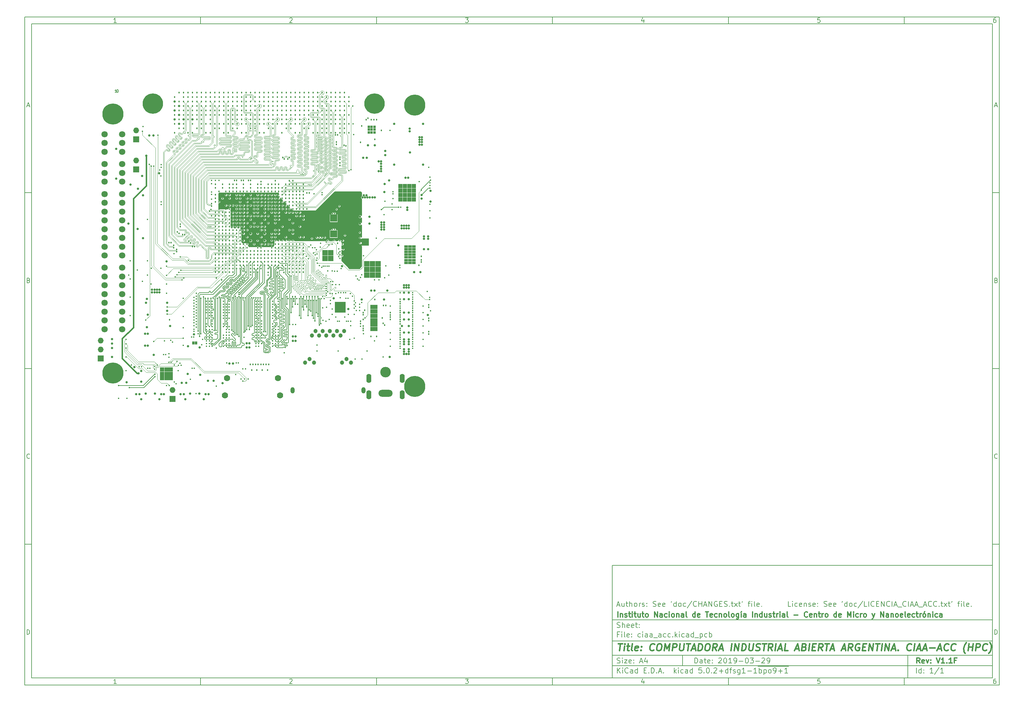
<source format=gbr>
G04 #@! TF.GenerationSoftware,KiCad,Pcbnew,5.0.2+dfsg1-1~bpo9+1*
G04 #@! TF.CreationDate,2019-03-29T14:07:49-03:00*
G04 #@! TF.ProjectId,ciaa_acc,63696161-5f61-4636-932e-6b696361645f,V1.1F*
G04 #@! TF.SameCoordinates,Original*
G04 #@! TF.FileFunction,Copper,L10,Inr*
G04 #@! TF.FilePolarity,Positive*
%FSLAX46Y46*%
G04 Gerber Fmt 4.6, Leading zero omitted, Abs format (unit mm)*
G04 Created by KiCad (PCBNEW 5.0.2+dfsg1-1~bpo9+1) date Fri 29 Mar 2019 02:07:49 PM -03*
%MOMM*%
%LPD*%
G01*
G04 APERTURE LIST*
%ADD10C,0.101600*%
%ADD11C,0.150000*%
%ADD12C,0.300000*%
%ADD13C,0.400000*%
G04 #@! TA.AperFunction,NonConductor*
%ADD14C,0.127000*%
G04 #@! TD*
G04 #@! TA.AperFunction,ViaPad*
%ADD15R,0.800000X0.800000*%
G04 #@! TD*
G04 #@! TA.AperFunction,ViaPad*
%ADD16O,1.200000X1.800000*%
G04 #@! TD*
G04 #@! TA.AperFunction,ViaPad*
%ADD17C,1.200000*%
G04 #@! TD*
G04 #@! TA.AperFunction,ViaPad*
%ADD18C,5.800000*%
G04 #@! TD*
G04 #@! TA.AperFunction,ViaPad*
%ADD19R,1.600000X1.600000*%
G04 #@! TD*
G04 #@! TA.AperFunction,ViaPad*
%ADD20C,1.778000*%
G04 #@! TD*
G04 #@! TA.AperFunction,ViaPad*
%ADD21R,1.651000X1.651000*%
G04 #@! TD*
G04 #@! TA.AperFunction,ViaPad*
%ADD22O,1.651000X1.651000*%
G04 #@! TD*
G04 #@! TA.AperFunction,ViaPad*
%ADD23R,0.750000X0.900000*%
G04 #@! TD*
G04 #@! TA.AperFunction,ViaPad*
%ADD24R,1.080000X0.780000*%
G04 #@! TD*
G04 #@! TA.AperFunction,ViaPad*
%ADD25R,1.287500X1.287500*%
G04 #@! TD*
G04 #@! TA.AperFunction,ViaPad*
%ADD26R,1.000000X1.250000*%
G04 #@! TD*
G04 #@! TA.AperFunction,ViaPad*
%ADD27R,1.250000X1.250000*%
G04 #@! TD*
G04 #@! TA.AperFunction,ViaPad*
%ADD28R,1.000000X1.000000*%
G04 #@! TD*
G04 #@! TA.AperFunction,ViaPad*
%ADD29R,1.500000X1.500000*%
G04 #@! TD*
G04 #@! TA.AperFunction,ViaPad*
%ADD30C,1.800000*%
G04 #@! TD*
G04 #@! TA.AperFunction,ViaPad*
%ADD31C,3.000000*%
G04 #@! TD*
G04 #@! TA.AperFunction,ViaPad*
%ADD32O,1.400000X2.600000*%
G04 #@! TD*
G04 #@! TA.AperFunction,ViaPad*
%ADD33O,4.000000X2.000000*%
G04 #@! TD*
G04 #@! TA.AperFunction,ViaPad*
%ADD34C,6.000000*%
G04 #@! TD*
G04 #@! TA.AperFunction,ViaPad*
%ADD35C,0.635000*%
G04 #@! TD*
G04 #@! TA.AperFunction,ViaPad*
%ADD36C,0.406400*%
G04 #@! TD*
G04 #@! TA.AperFunction,ViaPad*
%ADD37C,0.457200*%
G04 #@! TD*
G04 #@! TA.AperFunction,ViaPad*
%ADD38C,1.270000*%
G04 #@! TD*
G04 #@! TA.AperFunction,Conductor*
%ADD39C,0.088900*%
G04 #@! TD*
G04 #@! TA.AperFunction,Conductor*
%ADD40C,0.381000*%
G04 #@! TD*
G04 #@! TA.AperFunction,Conductor*
%ADD41C,0.127000*%
G04 #@! TD*
G04 #@! TA.AperFunction,Conductor*
%ADD42C,0.106680*%
G04 #@! TD*
G04 #@! TA.AperFunction,Conductor*
%ADD43C,0.165100*%
G04 #@! TD*
G04 #@! TA.AperFunction,Conductor*
%ADD44C,0.147320*%
G04 #@! TD*
G04 #@! TA.AperFunction,Conductor*
%ADD45C,0.254000*%
G04 #@! TD*
G04 APERTURE END LIST*
D10*
D11*
X177002200Y-166007200D02*
X177002200Y-198007200D01*
X285002200Y-198007200D01*
X285002200Y-166007200D01*
X177002200Y-166007200D01*
D10*
D11*
X10000000Y-10000000D02*
X10000000Y-200007200D01*
X287002200Y-200007200D01*
X287002200Y-10000000D01*
X10000000Y-10000000D01*
D10*
D11*
X12000000Y-12000000D02*
X12000000Y-198007200D01*
X285002200Y-198007200D01*
X285002200Y-12000000D01*
X12000000Y-12000000D01*
D10*
D11*
X60000000Y-12000000D02*
X60000000Y-10000000D01*
D10*
D11*
X110000000Y-12000000D02*
X110000000Y-10000000D01*
D10*
D11*
X160000000Y-12000000D02*
X160000000Y-10000000D01*
D10*
D11*
X210000000Y-12000000D02*
X210000000Y-10000000D01*
D10*
D11*
X260000000Y-12000000D02*
X260000000Y-10000000D01*
D10*
D11*
X36065476Y-11588095D02*
X35322619Y-11588095D01*
X35694047Y-11588095D02*
X35694047Y-10288095D01*
X35570238Y-10473809D01*
X35446428Y-10597619D01*
X35322619Y-10659523D01*
D10*
D11*
X85322619Y-10411904D02*
X85384523Y-10350000D01*
X85508333Y-10288095D01*
X85817857Y-10288095D01*
X85941666Y-10350000D01*
X86003571Y-10411904D01*
X86065476Y-10535714D01*
X86065476Y-10659523D01*
X86003571Y-10845238D01*
X85260714Y-11588095D01*
X86065476Y-11588095D01*
D10*
D11*
X135260714Y-10288095D02*
X136065476Y-10288095D01*
X135632142Y-10783333D01*
X135817857Y-10783333D01*
X135941666Y-10845238D01*
X136003571Y-10907142D01*
X136065476Y-11030952D01*
X136065476Y-11340476D01*
X136003571Y-11464285D01*
X135941666Y-11526190D01*
X135817857Y-11588095D01*
X135446428Y-11588095D01*
X135322619Y-11526190D01*
X135260714Y-11464285D01*
D10*
D11*
X185941666Y-10721428D02*
X185941666Y-11588095D01*
X185632142Y-10226190D02*
X185322619Y-11154761D01*
X186127380Y-11154761D01*
D10*
D11*
X236003571Y-10288095D02*
X235384523Y-10288095D01*
X235322619Y-10907142D01*
X235384523Y-10845238D01*
X235508333Y-10783333D01*
X235817857Y-10783333D01*
X235941666Y-10845238D01*
X236003571Y-10907142D01*
X236065476Y-11030952D01*
X236065476Y-11340476D01*
X236003571Y-11464285D01*
X235941666Y-11526190D01*
X235817857Y-11588095D01*
X235508333Y-11588095D01*
X235384523Y-11526190D01*
X235322619Y-11464285D01*
D10*
D11*
X285941666Y-10288095D02*
X285694047Y-10288095D01*
X285570238Y-10350000D01*
X285508333Y-10411904D01*
X285384523Y-10597619D01*
X285322619Y-10845238D01*
X285322619Y-11340476D01*
X285384523Y-11464285D01*
X285446428Y-11526190D01*
X285570238Y-11588095D01*
X285817857Y-11588095D01*
X285941666Y-11526190D01*
X286003571Y-11464285D01*
X286065476Y-11340476D01*
X286065476Y-11030952D01*
X286003571Y-10907142D01*
X285941666Y-10845238D01*
X285817857Y-10783333D01*
X285570238Y-10783333D01*
X285446428Y-10845238D01*
X285384523Y-10907142D01*
X285322619Y-11030952D01*
D10*
D11*
X60000000Y-198007200D02*
X60000000Y-200007200D01*
D10*
D11*
X110000000Y-198007200D02*
X110000000Y-200007200D01*
D10*
D11*
X160000000Y-198007200D02*
X160000000Y-200007200D01*
D10*
D11*
X210000000Y-198007200D02*
X210000000Y-200007200D01*
D10*
D11*
X260000000Y-198007200D02*
X260000000Y-200007200D01*
D10*
D11*
X36065476Y-199595295D02*
X35322619Y-199595295D01*
X35694047Y-199595295D02*
X35694047Y-198295295D01*
X35570238Y-198481009D01*
X35446428Y-198604819D01*
X35322619Y-198666723D01*
D10*
D11*
X85322619Y-198419104D02*
X85384523Y-198357200D01*
X85508333Y-198295295D01*
X85817857Y-198295295D01*
X85941666Y-198357200D01*
X86003571Y-198419104D01*
X86065476Y-198542914D01*
X86065476Y-198666723D01*
X86003571Y-198852438D01*
X85260714Y-199595295D01*
X86065476Y-199595295D01*
D10*
D11*
X135260714Y-198295295D02*
X136065476Y-198295295D01*
X135632142Y-198790533D01*
X135817857Y-198790533D01*
X135941666Y-198852438D01*
X136003571Y-198914342D01*
X136065476Y-199038152D01*
X136065476Y-199347676D01*
X136003571Y-199471485D01*
X135941666Y-199533390D01*
X135817857Y-199595295D01*
X135446428Y-199595295D01*
X135322619Y-199533390D01*
X135260714Y-199471485D01*
D10*
D11*
X185941666Y-198728628D02*
X185941666Y-199595295D01*
X185632142Y-198233390D02*
X185322619Y-199161961D01*
X186127380Y-199161961D01*
D10*
D11*
X236003571Y-198295295D02*
X235384523Y-198295295D01*
X235322619Y-198914342D01*
X235384523Y-198852438D01*
X235508333Y-198790533D01*
X235817857Y-198790533D01*
X235941666Y-198852438D01*
X236003571Y-198914342D01*
X236065476Y-199038152D01*
X236065476Y-199347676D01*
X236003571Y-199471485D01*
X235941666Y-199533390D01*
X235817857Y-199595295D01*
X235508333Y-199595295D01*
X235384523Y-199533390D01*
X235322619Y-199471485D01*
D10*
D11*
X285941666Y-198295295D02*
X285694047Y-198295295D01*
X285570238Y-198357200D01*
X285508333Y-198419104D01*
X285384523Y-198604819D01*
X285322619Y-198852438D01*
X285322619Y-199347676D01*
X285384523Y-199471485D01*
X285446428Y-199533390D01*
X285570238Y-199595295D01*
X285817857Y-199595295D01*
X285941666Y-199533390D01*
X286003571Y-199471485D01*
X286065476Y-199347676D01*
X286065476Y-199038152D01*
X286003571Y-198914342D01*
X285941666Y-198852438D01*
X285817857Y-198790533D01*
X285570238Y-198790533D01*
X285446428Y-198852438D01*
X285384523Y-198914342D01*
X285322619Y-199038152D01*
D10*
D11*
X10000000Y-60000000D02*
X12000000Y-60000000D01*
D10*
D11*
X10000000Y-110000000D02*
X12000000Y-110000000D01*
D10*
D11*
X10000000Y-160000000D02*
X12000000Y-160000000D01*
D10*
D11*
X10690476Y-35216666D02*
X11309523Y-35216666D01*
X10566666Y-35588095D02*
X11000000Y-34288095D01*
X11433333Y-35588095D01*
D10*
D11*
X11092857Y-84907142D02*
X11278571Y-84969047D01*
X11340476Y-85030952D01*
X11402380Y-85154761D01*
X11402380Y-85340476D01*
X11340476Y-85464285D01*
X11278571Y-85526190D01*
X11154761Y-85588095D01*
X10659523Y-85588095D01*
X10659523Y-84288095D01*
X11092857Y-84288095D01*
X11216666Y-84350000D01*
X11278571Y-84411904D01*
X11340476Y-84535714D01*
X11340476Y-84659523D01*
X11278571Y-84783333D01*
X11216666Y-84845238D01*
X11092857Y-84907142D01*
X10659523Y-84907142D01*
D10*
D11*
X11402380Y-135464285D02*
X11340476Y-135526190D01*
X11154761Y-135588095D01*
X11030952Y-135588095D01*
X10845238Y-135526190D01*
X10721428Y-135402380D01*
X10659523Y-135278571D01*
X10597619Y-135030952D01*
X10597619Y-134845238D01*
X10659523Y-134597619D01*
X10721428Y-134473809D01*
X10845238Y-134350000D01*
X11030952Y-134288095D01*
X11154761Y-134288095D01*
X11340476Y-134350000D01*
X11402380Y-134411904D01*
D10*
D11*
X10659523Y-185588095D02*
X10659523Y-184288095D01*
X10969047Y-184288095D01*
X11154761Y-184350000D01*
X11278571Y-184473809D01*
X11340476Y-184597619D01*
X11402380Y-184845238D01*
X11402380Y-185030952D01*
X11340476Y-185278571D01*
X11278571Y-185402380D01*
X11154761Y-185526190D01*
X10969047Y-185588095D01*
X10659523Y-185588095D01*
D10*
D11*
X287002200Y-60000000D02*
X285002200Y-60000000D01*
D10*
D11*
X287002200Y-110000000D02*
X285002200Y-110000000D01*
D10*
D11*
X287002200Y-160000000D02*
X285002200Y-160000000D01*
D10*
D11*
X285692676Y-35216666D02*
X286311723Y-35216666D01*
X285568866Y-35588095D02*
X286002200Y-34288095D01*
X286435533Y-35588095D01*
D10*
D11*
X286095057Y-84907142D02*
X286280771Y-84969047D01*
X286342676Y-85030952D01*
X286404580Y-85154761D01*
X286404580Y-85340476D01*
X286342676Y-85464285D01*
X286280771Y-85526190D01*
X286156961Y-85588095D01*
X285661723Y-85588095D01*
X285661723Y-84288095D01*
X286095057Y-84288095D01*
X286218866Y-84350000D01*
X286280771Y-84411904D01*
X286342676Y-84535714D01*
X286342676Y-84659523D01*
X286280771Y-84783333D01*
X286218866Y-84845238D01*
X286095057Y-84907142D01*
X285661723Y-84907142D01*
D10*
D11*
X286404580Y-135464285D02*
X286342676Y-135526190D01*
X286156961Y-135588095D01*
X286033152Y-135588095D01*
X285847438Y-135526190D01*
X285723628Y-135402380D01*
X285661723Y-135278571D01*
X285599819Y-135030952D01*
X285599819Y-134845238D01*
X285661723Y-134597619D01*
X285723628Y-134473809D01*
X285847438Y-134350000D01*
X286033152Y-134288095D01*
X286156961Y-134288095D01*
X286342676Y-134350000D01*
X286404580Y-134411904D01*
D10*
D11*
X285661723Y-185588095D02*
X285661723Y-184288095D01*
X285971247Y-184288095D01*
X286156961Y-184350000D01*
X286280771Y-184473809D01*
X286342676Y-184597619D01*
X286404580Y-184845238D01*
X286404580Y-185030952D01*
X286342676Y-185278571D01*
X286280771Y-185402380D01*
X286156961Y-185526190D01*
X285971247Y-185588095D01*
X285661723Y-185588095D01*
D10*
D11*
X200434342Y-193785771D02*
X200434342Y-192285771D01*
X200791485Y-192285771D01*
X201005771Y-192357200D01*
X201148628Y-192500057D01*
X201220057Y-192642914D01*
X201291485Y-192928628D01*
X201291485Y-193142914D01*
X201220057Y-193428628D01*
X201148628Y-193571485D01*
X201005771Y-193714342D01*
X200791485Y-193785771D01*
X200434342Y-193785771D01*
X202577200Y-193785771D02*
X202577200Y-193000057D01*
X202505771Y-192857200D01*
X202362914Y-192785771D01*
X202077200Y-192785771D01*
X201934342Y-192857200D01*
X202577200Y-193714342D02*
X202434342Y-193785771D01*
X202077200Y-193785771D01*
X201934342Y-193714342D01*
X201862914Y-193571485D01*
X201862914Y-193428628D01*
X201934342Y-193285771D01*
X202077200Y-193214342D01*
X202434342Y-193214342D01*
X202577200Y-193142914D01*
X203077200Y-192785771D02*
X203648628Y-192785771D01*
X203291485Y-192285771D02*
X203291485Y-193571485D01*
X203362914Y-193714342D01*
X203505771Y-193785771D01*
X203648628Y-193785771D01*
X204720057Y-193714342D02*
X204577200Y-193785771D01*
X204291485Y-193785771D01*
X204148628Y-193714342D01*
X204077200Y-193571485D01*
X204077200Y-193000057D01*
X204148628Y-192857200D01*
X204291485Y-192785771D01*
X204577200Y-192785771D01*
X204720057Y-192857200D01*
X204791485Y-193000057D01*
X204791485Y-193142914D01*
X204077200Y-193285771D01*
X205434342Y-193642914D02*
X205505771Y-193714342D01*
X205434342Y-193785771D01*
X205362914Y-193714342D01*
X205434342Y-193642914D01*
X205434342Y-193785771D01*
X205434342Y-192857200D02*
X205505771Y-192928628D01*
X205434342Y-193000057D01*
X205362914Y-192928628D01*
X205434342Y-192857200D01*
X205434342Y-193000057D01*
X207220057Y-192428628D02*
X207291485Y-192357200D01*
X207434342Y-192285771D01*
X207791485Y-192285771D01*
X207934342Y-192357200D01*
X208005771Y-192428628D01*
X208077200Y-192571485D01*
X208077200Y-192714342D01*
X208005771Y-192928628D01*
X207148628Y-193785771D01*
X208077200Y-193785771D01*
X209005771Y-192285771D02*
X209148628Y-192285771D01*
X209291485Y-192357200D01*
X209362914Y-192428628D01*
X209434342Y-192571485D01*
X209505771Y-192857200D01*
X209505771Y-193214342D01*
X209434342Y-193500057D01*
X209362914Y-193642914D01*
X209291485Y-193714342D01*
X209148628Y-193785771D01*
X209005771Y-193785771D01*
X208862914Y-193714342D01*
X208791485Y-193642914D01*
X208720057Y-193500057D01*
X208648628Y-193214342D01*
X208648628Y-192857200D01*
X208720057Y-192571485D01*
X208791485Y-192428628D01*
X208862914Y-192357200D01*
X209005771Y-192285771D01*
X210934342Y-193785771D02*
X210077200Y-193785771D01*
X210505771Y-193785771D02*
X210505771Y-192285771D01*
X210362914Y-192500057D01*
X210220057Y-192642914D01*
X210077200Y-192714342D01*
X211648628Y-193785771D02*
X211934342Y-193785771D01*
X212077200Y-193714342D01*
X212148628Y-193642914D01*
X212291485Y-193428628D01*
X212362914Y-193142914D01*
X212362914Y-192571485D01*
X212291485Y-192428628D01*
X212220057Y-192357200D01*
X212077200Y-192285771D01*
X211791485Y-192285771D01*
X211648628Y-192357200D01*
X211577200Y-192428628D01*
X211505771Y-192571485D01*
X211505771Y-192928628D01*
X211577200Y-193071485D01*
X211648628Y-193142914D01*
X211791485Y-193214342D01*
X212077200Y-193214342D01*
X212220057Y-193142914D01*
X212291485Y-193071485D01*
X212362914Y-192928628D01*
X213005771Y-193214342D02*
X214148628Y-193214342D01*
X215148628Y-192285771D02*
X215291485Y-192285771D01*
X215434342Y-192357200D01*
X215505771Y-192428628D01*
X215577200Y-192571485D01*
X215648628Y-192857200D01*
X215648628Y-193214342D01*
X215577200Y-193500057D01*
X215505771Y-193642914D01*
X215434342Y-193714342D01*
X215291485Y-193785771D01*
X215148628Y-193785771D01*
X215005771Y-193714342D01*
X214934342Y-193642914D01*
X214862914Y-193500057D01*
X214791485Y-193214342D01*
X214791485Y-192857200D01*
X214862914Y-192571485D01*
X214934342Y-192428628D01*
X215005771Y-192357200D01*
X215148628Y-192285771D01*
X216148628Y-192285771D02*
X217077200Y-192285771D01*
X216577200Y-192857200D01*
X216791485Y-192857200D01*
X216934342Y-192928628D01*
X217005771Y-193000057D01*
X217077200Y-193142914D01*
X217077200Y-193500057D01*
X217005771Y-193642914D01*
X216934342Y-193714342D01*
X216791485Y-193785771D01*
X216362914Y-193785771D01*
X216220057Y-193714342D01*
X216148628Y-193642914D01*
X217720057Y-193214342D02*
X218862914Y-193214342D01*
X219505771Y-192428628D02*
X219577200Y-192357200D01*
X219720057Y-192285771D01*
X220077200Y-192285771D01*
X220220057Y-192357200D01*
X220291485Y-192428628D01*
X220362914Y-192571485D01*
X220362914Y-192714342D01*
X220291485Y-192928628D01*
X219434342Y-193785771D01*
X220362914Y-193785771D01*
X221077200Y-193785771D02*
X221362914Y-193785771D01*
X221505771Y-193714342D01*
X221577200Y-193642914D01*
X221720057Y-193428628D01*
X221791485Y-193142914D01*
X221791485Y-192571485D01*
X221720057Y-192428628D01*
X221648628Y-192357200D01*
X221505771Y-192285771D01*
X221220057Y-192285771D01*
X221077200Y-192357200D01*
X221005771Y-192428628D01*
X220934342Y-192571485D01*
X220934342Y-192928628D01*
X221005771Y-193071485D01*
X221077200Y-193142914D01*
X221220057Y-193214342D01*
X221505771Y-193214342D01*
X221648628Y-193142914D01*
X221720057Y-193071485D01*
X221791485Y-192928628D01*
D10*
D11*
X177002200Y-194507200D02*
X285002200Y-194507200D01*
D10*
D11*
X178434342Y-196585771D02*
X178434342Y-195085771D01*
X179291485Y-196585771D02*
X178648628Y-195728628D01*
X179291485Y-195085771D02*
X178434342Y-195942914D01*
X179934342Y-196585771D02*
X179934342Y-195585771D01*
X179934342Y-195085771D02*
X179862914Y-195157200D01*
X179934342Y-195228628D01*
X180005771Y-195157200D01*
X179934342Y-195085771D01*
X179934342Y-195228628D01*
X181505771Y-196442914D02*
X181434342Y-196514342D01*
X181220057Y-196585771D01*
X181077200Y-196585771D01*
X180862914Y-196514342D01*
X180720057Y-196371485D01*
X180648628Y-196228628D01*
X180577200Y-195942914D01*
X180577200Y-195728628D01*
X180648628Y-195442914D01*
X180720057Y-195300057D01*
X180862914Y-195157200D01*
X181077200Y-195085771D01*
X181220057Y-195085771D01*
X181434342Y-195157200D01*
X181505771Y-195228628D01*
X182791485Y-196585771D02*
X182791485Y-195800057D01*
X182720057Y-195657200D01*
X182577200Y-195585771D01*
X182291485Y-195585771D01*
X182148628Y-195657200D01*
X182791485Y-196514342D02*
X182648628Y-196585771D01*
X182291485Y-196585771D01*
X182148628Y-196514342D01*
X182077200Y-196371485D01*
X182077200Y-196228628D01*
X182148628Y-196085771D01*
X182291485Y-196014342D01*
X182648628Y-196014342D01*
X182791485Y-195942914D01*
X184148628Y-196585771D02*
X184148628Y-195085771D01*
X184148628Y-196514342D02*
X184005771Y-196585771D01*
X183720057Y-196585771D01*
X183577200Y-196514342D01*
X183505771Y-196442914D01*
X183434342Y-196300057D01*
X183434342Y-195871485D01*
X183505771Y-195728628D01*
X183577200Y-195657200D01*
X183720057Y-195585771D01*
X184005771Y-195585771D01*
X184148628Y-195657200D01*
X186005771Y-195800057D02*
X186505771Y-195800057D01*
X186720057Y-196585771D02*
X186005771Y-196585771D01*
X186005771Y-195085771D01*
X186720057Y-195085771D01*
X187362914Y-196442914D02*
X187434342Y-196514342D01*
X187362914Y-196585771D01*
X187291485Y-196514342D01*
X187362914Y-196442914D01*
X187362914Y-196585771D01*
X188077200Y-196585771D02*
X188077200Y-195085771D01*
X188434342Y-195085771D01*
X188648628Y-195157200D01*
X188791485Y-195300057D01*
X188862914Y-195442914D01*
X188934342Y-195728628D01*
X188934342Y-195942914D01*
X188862914Y-196228628D01*
X188791485Y-196371485D01*
X188648628Y-196514342D01*
X188434342Y-196585771D01*
X188077200Y-196585771D01*
X189577200Y-196442914D02*
X189648628Y-196514342D01*
X189577200Y-196585771D01*
X189505771Y-196514342D01*
X189577200Y-196442914D01*
X189577200Y-196585771D01*
X190220057Y-196157200D02*
X190934342Y-196157200D01*
X190077200Y-196585771D02*
X190577200Y-195085771D01*
X191077200Y-196585771D01*
X191577200Y-196442914D02*
X191648628Y-196514342D01*
X191577200Y-196585771D01*
X191505771Y-196514342D01*
X191577200Y-196442914D01*
X191577200Y-196585771D01*
X194577200Y-196585771D02*
X194577200Y-195085771D01*
X194720057Y-196014342D02*
X195148628Y-196585771D01*
X195148628Y-195585771D02*
X194577200Y-196157200D01*
X195791485Y-196585771D02*
X195791485Y-195585771D01*
X195791485Y-195085771D02*
X195720057Y-195157200D01*
X195791485Y-195228628D01*
X195862914Y-195157200D01*
X195791485Y-195085771D01*
X195791485Y-195228628D01*
X197148628Y-196514342D02*
X197005771Y-196585771D01*
X196720057Y-196585771D01*
X196577200Y-196514342D01*
X196505771Y-196442914D01*
X196434342Y-196300057D01*
X196434342Y-195871485D01*
X196505771Y-195728628D01*
X196577200Y-195657200D01*
X196720057Y-195585771D01*
X197005771Y-195585771D01*
X197148628Y-195657200D01*
X198434342Y-196585771D02*
X198434342Y-195800057D01*
X198362914Y-195657200D01*
X198220057Y-195585771D01*
X197934342Y-195585771D01*
X197791485Y-195657200D01*
X198434342Y-196514342D02*
X198291485Y-196585771D01*
X197934342Y-196585771D01*
X197791485Y-196514342D01*
X197720057Y-196371485D01*
X197720057Y-196228628D01*
X197791485Y-196085771D01*
X197934342Y-196014342D01*
X198291485Y-196014342D01*
X198434342Y-195942914D01*
X199791485Y-196585771D02*
X199791485Y-195085771D01*
X199791485Y-196514342D02*
X199648628Y-196585771D01*
X199362914Y-196585771D01*
X199220057Y-196514342D01*
X199148628Y-196442914D01*
X199077200Y-196300057D01*
X199077200Y-195871485D01*
X199148628Y-195728628D01*
X199220057Y-195657200D01*
X199362914Y-195585771D01*
X199648628Y-195585771D01*
X199791485Y-195657200D01*
X202362914Y-195085771D02*
X201648628Y-195085771D01*
X201577200Y-195800057D01*
X201648628Y-195728628D01*
X201791485Y-195657200D01*
X202148628Y-195657200D01*
X202291485Y-195728628D01*
X202362914Y-195800057D01*
X202434342Y-195942914D01*
X202434342Y-196300057D01*
X202362914Y-196442914D01*
X202291485Y-196514342D01*
X202148628Y-196585771D01*
X201791485Y-196585771D01*
X201648628Y-196514342D01*
X201577200Y-196442914D01*
X203077200Y-196442914D02*
X203148628Y-196514342D01*
X203077200Y-196585771D01*
X203005771Y-196514342D01*
X203077200Y-196442914D01*
X203077200Y-196585771D01*
X204077200Y-195085771D02*
X204220057Y-195085771D01*
X204362914Y-195157200D01*
X204434342Y-195228628D01*
X204505771Y-195371485D01*
X204577200Y-195657200D01*
X204577200Y-196014342D01*
X204505771Y-196300057D01*
X204434342Y-196442914D01*
X204362914Y-196514342D01*
X204220057Y-196585771D01*
X204077200Y-196585771D01*
X203934342Y-196514342D01*
X203862914Y-196442914D01*
X203791485Y-196300057D01*
X203720057Y-196014342D01*
X203720057Y-195657200D01*
X203791485Y-195371485D01*
X203862914Y-195228628D01*
X203934342Y-195157200D01*
X204077200Y-195085771D01*
X205220057Y-196442914D02*
X205291485Y-196514342D01*
X205220057Y-196585771D01*
X205148628Y-196514342D01*
X205220057Y-196442914D01*
X205220057Y-196585771D01*
X205862914Y-195228628D02*
X205934342Y-195157200D01*
X206077200Y-195085771D01*
X206434342Y-195085771D01*
X206577200Y-195157200D01*
X206648628Y-195228628D01*
X206720057Y-195371485D01*
X206720057Y-195514342D01*
X206648628Y-195728628D01*
X205791485Y-196585771D01*
X206720057Y-196585771D01*
X207362914Y-196014342D02*
X208505771Y-196014342D01*
X207934342Y-196585771D02*
X207934342Y-195442914D01*
X209862914Y-196585771D02*
X209862914Y-195085771D01*
X209862914Y-196514342D02*
X209720057Y-196585771D01*
X209434342Y-196585771D01*
X209291485Y-196514342D01*
X209220057Y-196442914D01*
X209148628Y-196300057D01*
X209148628Y-195871485D01*
X209220057Y-195728628D01*
X209291485Y-195657200D01*
X209434342Y-195585771D01*
X209720057Y-195585771D01*
X209862914Y-195657200D01*
X210362914Y-195585771D02*
X210934342Y-195585771D01*
X210577200Y-196585771D02*
X210577200Y-195300057D01*
X210648628Y-195157200D01*
X210791485Y-195085771D01*
X210934342Y-195085771D01*
X211362914Y-196514342D02*
X211505771Y-196585771D01*
X211791485Y-196585771D01*
X211934342Y-196514342D01*
X212005771Y-196371485D01*
X212005771Y-196300057D01*
X211934342Y-196157200D01*
X211791485Y-196085771D01*
X211577200Y-196085771D01*
X211434342Y-196014342D01*
X211362914Y-195871485D01*
X211362914Y-195800057D01*
X211434342Y-195657200D01*
X211577200Y-195585771D01*
X211791485Y-195585771D01*
X211934342Y-195657200D01*
X213291485Y-195585771D02*
X213291485Y-196800057D01*
X213220057Y-196942914D01*
X213148628Y-197014342D01*
X213005771Y-197085771D01*
X212791485Y-197085771D01*
X212648628Y-197014342D01*
X213291485Y-196514342D02*
X213148628Y-196585771D01*
X212862914Y-196585771D01*
X212720057Y-196514342D01*
X212648628Y-196442914D01*
X212577200Y-196300057D01*
X212577200Y-195871485D01*
X212648628Y-195728628D01*
X212720057Y-195657200D01*
X212862914Y-195585771D01*
X213148628Y-195585771D01*
X213291485Y-195657200D01*
X214791485Y-196585771D02*
X213934342Y-196585771D01*
X214362914Y-196585771D02*
X214362914Y-195085771D01*
X214220057Y-195300057D01*
X214077200Y-195442914D01*
X213934342Y-195514342D01*
X215434342Y-196014342D02*
X216577200Y-196014342D01*
X218077200Y-196585771D02*
X217220057Y-196585771D01*
X217648628Y-196585771D02*
X217648628Y-195085771D01*
X217505771Y-195300057D01*
X217362914Y-195442914D01*
X217220057Y-195514342D01*
X218362914Y-194677200D02*
X219720057Y-194677200D01*
X218720057Y-196585771D02*
X218720057Y-195085771D01*
X218720057Y-195657200D02*
X218862914Y-195585771D01*
X219148628Y-195585771D01*
X219291485Y-195657200D01*
X219362914Y-195728628D01*
X219434342Y-195871485D01*
X219434342Y-196300057D01*
X219362914Y-196442914D01*
X219291485Y-196514342D01*
X219148628Y-196585771D01*
X218862914Y-196585771D01*
X218720057Y-196514342D01*
X219720057Y-194677200D02*
X221077200Y-194677200D01*
X220077200Y-195585771D02*
X220077200Y-197085771D01*
X220077200Y-195657200D02*
X220220057Y-195585771D01*
X220505771Y-195585771D01*
X220648628Y-195657200D01*
X220720057Y-195728628D01*
X220791485Y-195871485D01*
X220791485Y-196300057D01*
X220720057Y-196442914D01*
X220648628Y-196514342D01*
X220505771Y-196585771D01*
X220220057Y-196585771D01*
X220077200Y-196514342D01*
X221077200Y-194677200D02*
X222434342Y-194677200D01*
X221648628Y-196585771D02*
X221505771Y-196514342D01*
X221434342Y-196442914D01*
X221362914Y-196300057D01*
X221362914Y-195871485D01*
X221434342Y-195728628D01*
X221505771Y-195657200D01*
X221648628Y-195585771D01*
X221862914Y-195585771D01*
X222005771Y-195657200D01*
X222077200Y-195728628D01*
X222148628Y-195871485D01*
X222148628Y-196300057D01*
X222077200Y-196442914D01*
X222005771Y-196514342D01*
X221862914Y-196585771D01*
X221648628Y-196585771D01*
X222434342Y-194677200D02*
X223862914Y-194677200D01*
X222862914Y-196585771D02*
X223148628Y-196585771D01*
X223291485Y-196514342D01*
X223362914Y-196442914D01*
X223505771Y-196228628D01*
X223577200Y-195942914D01*
X223577200Y-195371485D01*
X223505771Y-195228628D01*
X223434342Y-195157200D01*
X223291485Y-195085771D01*
X223005771Y-195085771D01*
X222862914Y-195157200D01*
X222791485Y-195228628D01*
X222720057Y-195371485D01*
X222720057Y-195728628D01*
X222791485Y-195871485D01*
X222862914Y-195942914D01*
X223005771Y-196014342D01*
X223291485Y-196014342D01*
X223434342Y-195942914D01*
X223505771Y-195871485D01*
X223577200Y-195728628D01*
X223862914Y-194677200D02*
X225720057Y-194677200D01*
X224220057Y-196014342D02*
X225362914Y-196014342D01*
X224791485Y-196585771D02*
X224791485Y-195442914D01*
X225720057Y-194677200D02*
X227148628Y-194677200D01*
X226862914Y-196585771D02*
X226005771Y-196585771D01*
X226434342Y-196585771D02*
X226434342Y-195085771D01*
X226291485Y-195300057D01*
X226148628Y-195442914D01*
X226005771Y-195514342D01*
D10*
D11*
X177002200Y-191507200D02*
X285002200Y-191507200D01*
D10*
D12*
X264411485Y-193785771D02*
X263911485Y-193071485D01*
X263554342Y-193785771D02*
X263554342Y-192285771D01*
X264125771Y-192285771D01*
X264268628Y-192357200D01*
X264340057Y-192428628D01*
X264411485Y-192571485D01*
X264411485Y-192785771D01*
X264340057Y-192928628D01*
X264268628Y-193000057D01*
X264125771Y-193071485D01*
X263554342Y-193071485D01*
X265625771Y-193714342D02*
X265482914Y-193785771D01*
X265197200Y-193785771D01*
X265054342Y-193714342D01*
X264982914Y-193571485D01*
X264982914Y-193000057D01*
X265054342Y-192857200D01*
X265197200Y-192785771D01*
X265482914Y-192785771D01*
X265625771Y-192857200D01*
X265697200Y-193000057D01*
X265697200Y-193142914D01*
X264982914Y-193285771D01*
X266197200Y-192785771D02*
X266554342Y-193785771D01*
X266911485Y-192785771D01*
X267482914Y-193642914D02*
X267554342Y-193714342D01*
X267482914Y-193785771D01*
X267411485Y-193714342D01*
X267482914Y-193642914D01*
X267482914Y-193785771D01*
X267482914Y-192857200D02*
X267554342Y-192928628D01*
X267482914Y-193000057D01*
X267411485Y-192928628D01*
X267482914Y-192857200D01*
X267482914Y-193000057D01*
X269125771Y-192285771D02*
X269625771Y-193785771D01*
X270125771Y-192285771D01*
X271411485Y-193785771D02*
X270554342Y-193785771D01*
X270982914Y-193785771D02*
X270982914Y-192285771D01*
X270840057Y-192500057D01*
X270697200Y-192642914D01*
X270554342Y-192714342D01*
X272054342Y-193642914D02*
X272125771Y-193714342D01*
X272054342Y-193785771D01*
X271982914Y-193714342D01*
X272054342Y-193642914D01*
X272054342Y-193785771D01*
X273554342Y-193785771D02*
X272697200Y-193785771D01*
X273125771Y-193785771D02*
X273125771Y-192285771D01*
X272982914Y-192500057D01*
X272840057Y-192642914D01*
X272697200Y-192714342D01*
X274697200Y-193000057D02*
X274197200Y-193000057D01*
X274197200Y-193785771D02*
X274197200Y-192285771D01*
X274911485Y-192285771D01*
D10*
D11*
X178362914Y-193714342D02*
X178577200Y-193785771D01*
X178934342Y-193785771D01*
X179077200Y-193714342D01*
X179148628Y-193642914D01*
X179220057Y-193500057D01*
X179220057Y-193357200D01*
X179148628Y-193214342D01*
X179077200Y-193142914D01*
X178934342Y-193071485D01*
X178648628Y-193000057D01*
X178505771Y-192928628D01*
X178434342Y-192857200D01*
X178362914Y-192714342D01*
X178362914Y-192571485D01*
X178434342Y-192428628D01*
X178505771Y-192357200D01*
X178648628Y-192285771D01*
X179005771Y-192285771D01*
X179220057Y-192357200D01*
X179862914Y-193785771D02*
X179862914Y-192785771D01*
X179862914Y-192285771D02*
X179791485Y-192357200D01*
X179862914Y-192428628D01*
X179934342Y-192357200D01*
X179862914Y-192285771D01*
X179862914Y-192428628D01*
X180434342Y-192785771D02*
X181220057Y-192785771D01*
X180434342Y-193785771D01*
X181220057Y-193785771D01*
X182362914Y-193714342D02*
X182220057Y-193785771D01*
X181934342Y-193785771D01*
X181791485Y-193714342D01*
X181720057Y-193571485D01*
X181720057Y-193000057D01*
X181791485Y-192857200D01*
X181934342Y-192785771D01*
X182220057Y-192785771D01*
X182362914Y-192857200D01*
X182434342Y-193000057D01*
X182434342Y-193142914D01*
X181720057Y-193285771D01*
X183077200Y-193642914D02*
X183148628Y-193714342D01*
X183077200Y-193785771D01*
X183005771Y-193714342D01*
X183077200Y-193642914D01*
X183077200Y-193785771D01*
X183077200Y-192857200D02*
X183148628Y-192928628D01*
X183077200Y-193000057D01*
X183005771Y-192928628D01*
X183077200Y-192857200D01*
X183077200Y-193000057D01*
X184862914Y-193357200D02*
X185577200Y-193357200D01*
X184720057Y-193785771D02*
X185220057Y-192285771D01*
X185720057Y-193785771D01*
X186862914Y-192785771D02*
X186862914Y-193785771D01*
X186505771Y-192214342D02*
X186148628Y-193285771D01*
X187077200Y-193285771D01*
D10*
D11*
X263434342Y-196585771D02*
X263434342Y-195085771D01*
X264791485Y-196585771D02*
X264791485Y-195085771D01*
X264791485Y-196514342D02*
X264648628Y-196585771D01*
X264362914Y-196585771D01*
X264220057Y-196514342D01*
X264148628Y-196442914D01*
X264077200Y-196300057D01*
X264077200Y-195871485D01*
X264148628Y-195728628D01*
X264220057Y-195657200D01*
X264362914Y-195585771D01*
X264648628Y-195585771D01*
X264791485Y-195657200D01*
X265505771Y-196442914D02*
X265577200Y-196514342D01*
X265505771Y-196585771D01*
X265434342Y-196514342D01*
X265505771Y-196442914D01*
X265505771Y-196585771D01*
X265505771Y-195657200D02*
X265577200Y-195728628D01*
X265505771Y-195800057D01*
X265434342Y-195728628D01*
X265505771Y-195657200D01*
X265505771Y-195800057D01*
X268148628Y-196585771D02*
X267291485Y-196585771D01*
X267720057Y-196585771D02*
X267720057Y-195085771D01*
X267577200Y-195300057D01*
X267434342Y-195442914D01*
X267291485Y-195514342D01*
X269862914Y-195014342D02*
X268577200Y-196942914D01*
X271148628Y-196585771D02*
X270291485Y-196585771D01*
X270720057Y-196585771D02*
X270720057Y-195085771D01*
X270577200Y-195300057D01*
X270434342Y-195442914D01*
X270291485Y-195514342D01*
D10*
D11*
X177002200Y-187507200D02*
X285002200Y-187507200D01*
D10*
D13*
X178714580Y-188211961D02*
X179857438Y-188211961D01*
X179036009Y-190211961D02*
X179286009Y-188211961D01*
X180274104Y-190211961D02*
X180440771Y-188878628D01*
X180524104Y-188211961D02*
X180416961Y-188307200D01*
X180500295Y-188402438D01*
X180607438Y-188307200D01*
X180524104Y-188211961D01*
X180500295Y-188402438D01*
X181107438Y-188878628D02*
X181869342Y-188878628D01*
X181476485Y-188211961D02*
X181262200Y-189926247D01*
X181333628Y-190116723D01*
X181512200Y-190211961D01*
X181702676Y-190211961D01*
X182655057Y-190211961D02*
X182476485Y-190116723D01*
X182405057Y-189926247D01*
X182619342Y-188211961D01*
X184190771Y-190116723D02*
X183988390Y-190211961D01*
X183607438Y-190211961D01*
X183428866Y-190116723D01*
X183357438Y-189926247D01*
X183452676Y-189164342D01*
X183571723Y-188973866D01*
X183774104Y-188878628D01*
X184155057Y-188878628D01*
X184333628Y-188973866D01*
X184405057Y-189164342D01*
X184381247Y-189354819D01*
X183405057Y-189545295D01*
X185155057Y-190021485D02*
X185238390Y-190116723D01*
X185131247Y-190211961D01*
X185047914Y-190116723D01*
X185155057Y-190021485D01*
X185131247Y-190211961D01*
X185286009Y-188973866D02*
X185369342Y-189069104D01*
X185262200Y-189164342D01*
X185178866Y-189069104D01*
X185286009Y-188973866D01*
X185262200Y-189164342D01*
X188774104Y-190021485D02*
X188666961Y-190116723D01*
X188369342Y-190211961D01*
X188178866Y-190211961D01*
X187905057Y-190116723D01*
X187738390Y-189926247D01*
X187666961Y-189735771D01*
X187619342Y-189354819D01*
X187655057Y-189069104D01*
X187797914Y-188688152D01*
X187916961Y-188497676D01*
X188131247Y-188307200D01*
X188428866Y-188211961D01*
X188619342Y-188211961D01*
X188893152Y-188307200D01*
X188976485Y-188402438D01*
X190238390Y-188211961D02*
X190619342Y-188211961D01*
X190797914Y-188307200D01*
X190964580Y-188497676D01*
X191012200Y-188878628D01*
X190928866Y-189545295D01*
X190786009Y-189926247D01*
X190571723Y-190116723D01*
X190369342Y-190211961D01*
X189988390Y-190211961D01*
X189809819Y-190116723D01*
X189643152Y-189926247D01*
X189595533Y-189545295D01*
X189678866Y-188878628D01*
X189821723Y-188497676D01*
X190036009Y-188307200D01*
X190238390Y-188211961D01*
X191702676Y-190211961D02*
X191952676Y-188211961D01*
X192440771Y-189640533D01*
X193286009Y-188211961D01*
X193036009Y-190211961D01*
X193988390Y-190211961D02*
X194238390Y-188211961D01*
X195000295Y-188211961D01*
X195178866Y-188307200D01*
X195262200Y-188402438D01*
X195333628Y-188592914D01*
X195297914Y-188878628D01*
X195178866Y-189069104D01*
X195071723Y-189164342D01*
X194869342Y-189259580D01*
X194107438Y-189259580D01*
X196238390Y-188211961D02*
X196036009Y-189831009D01*
X196107438Y-190021485D01*
X196190771Y-190116723D01*
X196369342Y-190211961D01*
X196750295Y-190211961D01*
X196952676Y-190116723D01*
X197059819Y-190021485D01*
X197178866Y-189831009D01*
X197381247Y-188211961D01*
X198047914Y-188211961D02*
X199190771Y-188211961D01*
X198369342Y-190211961D02*
X198619342Y-188211961D01*
X199583628Y-189640533D02*
X200536009Y-189640533D01*
X199321723Y-190211961D02*
X200238390Y-188211961D01*
X200655057Y-190211961D01*
X201321723Y-190211961D02*
X201571723Y-188211961D01*
X202047914Y-188211961D01*
X202321723Y-188307200D01*
X202488390Y-188497676D01*
X202559819Y-188688152D01*
X202607438Y-189069104D01*
X202571723Y-189354819D01*
X202428866Y-189735771D01*
X202309819Y-189926247D01*
X202095533Y-190116723D01*
X201797914Y-190211961D01*
X201321723Y-190211961D01*
X203952676Y-188211961D02*
X204333628Y-188211961D01*
X204512200Y-188307200D01*
X204678866Y-188497676D01*
X204726485Y-188878628D01*
X204643152Y-189545295D01*
X204500295Y-189926247D01*
X204286009Y-190116723D01*
X204083628Y-190211961D01*
X203702676Y-190211961D01*
X203524104Y-190116723D01*
X203357438Y-189926247D01*
X203309819Y-189545295D01*
X203393152Y-188878628D01*
X203536009Y-188497676D01*
X203750295Y-188307200D01*
X203952676Y-188211961D01*
X206559819Y-190211961D02*
X206012200Y-189259580D01*
X205416961Y-190211961D02*
X205666961Y-188211961D01*
X206428866Y-188211961D01*
X206607438Y-188307200D01*
X206690771Y-188402438D01*
X206762200Y-188592914D01*
X206726485Y-188878628D01*
X206607438Y-189069104D01*
X206500295Y-189164342D01*
X206297914Y-189259580D01*
X205536009Y-189259580D01*
X207393152Y-189640533D02*
X208345533Y-189640533D01*
X207131247Y-190211961D02*
X208047914Y-188211961D01*
X208464580Y-190211961D01*
X210655057Y-190211961D02*
X210905057Y-188211961D01*
X211607438Y-190211961D02*
X211857438Y-188211961D01*
X212750295Y-190211961D01*
X213000295Y-188211961D01*
X213702676Y-190211961D02*
X213952676Y-188211961D01*
X214428866Y-188211961D01*
X214702676Y-188307200D01*
X214869342Y-188497676D01*
X214940771Y-188688152D01*
X214988390Y-189069104D01*
X214952676Y-189354819D01*
X214809819Y-189735771D01*
X214690771Y-189926247D01*
X214476485Y-190116723D01*
X214178866Y-190211961D01*
X213702676Y-190211961D01*
X215952676Y-188211961D02*
X215750295Y-189831009D01*
X215821723Y-190021485D01*
X215905057Y-190116723D01*
X216083628Y-190211961D01*
X216464580Y-190211961D01*
X216666961Y-190116723D01*
X216774104Y-190021485D01*
X216893152Y-189831009D01*
X217095533Y-188211961D01*
X217714580Y-190116723D02*
X217988390Y-190211961D01*
X218464580Y-190211961D01*
X218666961Y-190116723D01*
X218774104Y-190021485D01*
X218893152Y-189831009D01*
X218916961Y-189640533D01*
X218845533Y-189450057D01*
X218762200Y-189354819D01*
X218583628Y-189259580D01*
X218214580Y-189164342D01*
X218036009Y-189069104D01*
X217952676Y-188973866D01*
X217881247Y-188783390D01*
X217905057Y-188592914D01*
X218024104Y-188402438D01*
X218131247Y-188307200D01*
X218333628Y-188211961D01*
X218809819Y-188211961D01*
X219083628Y-188307200D01*
X219666961Y-188211961D02*
X220809819Y-188211961D01*
X219988390Y-190211961D02*
X220238390Y-188211961D01*
X222369342Y-190211961D02*
X221821723Y-189259580D01*
X221226485Y-190211961D02*
X221476485Y-188211961D01*
X222238390Y-188211961D01*
X222416961Y-188307200D01*
X222500295Y-188402438D01*
X222571723Y-188592914D01*
X222536009Y-188878628D01*
X222416961Y-189069104D01*
X222309819Y-189164342D01*
X222107438Y-189259580D01*
X221345533Y-189259580D01*
X223226485Y-190211961D02*
X223476485Y-188211961D01*
X224155057Y-189640533D02*
X225107438Y-189640533D01*
X223893152Y-190211961D02*
X224809819Y-188211961D01*
X225226485Y-190211961D01*
X226845533Y-190211961D02*
X225893152Y-190211961D01*
X226143152Y-188211961D01*
X229012200Y-189640533D02*
X229964580Y-189640533D01*
X228750295Y-190211961D02*
X229666961Y-188211961D01*
X230083628Y-190211961D01*
X231547914Y-189164342D02*
X231821723Y-189259580D01*
X231905057Y-189354819D01*
X231976485Y-189545295D01*
X231940771Y-189831009D01*
X231821723Y-190021485D01*
X231714580Y-190116723D01*
X231512200Y-190211961D01*
X230750295Y-190211961D01*
X231000295Y-188211961D01*
X231666961Y-188211961D01*
X231845533Y-188307200D01*
X231928866Y-188402438D01*
X232000295Y-188592914D01*
X231976485Y-188783390D01*
X231857438Y-188973866D01*
X231750295Y-189069104D01*
X231547914Y-189164342D01*
X230881247Y-189164342D01*
X232750295Y-190211961D02*
X233000295Y-188211961D01*
X233833628Y-189164342D02*
X234500295Y-189164342D01*
X234655057Y-190211961D02*
X233702676Y-190211961D01*
X233952676Y-188211961D01*
X234905057Y-188211961D01*
X236655057Y-190211961D02*
X236107438Y-189259580D01*
X235512200Y-190211961D02*
X235762200Y-188211961D01*
X236524104Y-188211961D01*
X236702676Y-188307200D01*
X236786009Y-188402438D01*
X236857438Y-188592914D01*
X236821723Y-188878628D01*
X236702676Y-189069104D01*
X236595533Y-189164342D01*
X236393152Y-189259580D01*
X235631247Y-189259580D01*
X237476485Y-188211961D02*
X238619342Y-188211961D01*
X237797914Y-190211961D02*
X238047914Y-188211961D01*
X239012200Y-189640533D02*
X239964580Y-189640533D01*
X238750295Y-190211961D02*
X239666961Y-188211961D01*
X240083628Y-190211961D01*
X242250295Y-189640533D02*
X243202676Y-189640533D01*
X241988390Y-190211961D02*
X242905057Y-188211961D01*
X243321723Y-190211961D01*
X245131247Y-190211961D02*
X244583628Y-189259580D01*
X243988390Y-190211961D02*
X244238390Y-188211961D01*
X245000295Y-188211961D01*
X245178866Y-188307200D01*
X245262200Y-188402438D01*
X245333628Y-188592914D01*
X245297914Y-188878628D01*
X245178866Y-189069104D01*
X245071723Y-189164342D01*
X244869342Y-189259580D01*
X244107438Y-189259580D01*
X247274104Y-188307200D02*
X247095533Y-188211961D01*
X246809819Y-188211961D01*
X246512200Y-188307200D01*
X246297914Y-188497676D01*
X246178866Y-188688152D01*
X246036009Y-189069104D01*
X246000295Y-189354819D01*
X246047914Y-189735771D01*
X246119342Y-189926247D01*
X246286009Y-190116723D01*
X246559819Y-190211961D01*
X246750295Y-190211961D01*
X247047914Y-190116723D01*
X247155057Y-190021485D01*
X247238390Y-189354819D01*
X246857438Y-189354819D01*
X248119342Y-189164342D02*
X248786009Y-189164342D01*
X248940771Y-190211961D02*
X247988390Y-190211961D01*
X248238390Y-188211961D01*
X249190771Y-188211961D01*
X249797914Y-190211961D02*
X250047914Y-188211961D01*
X250940771Y-190211961D01*
X251190771Y-188211961D01*
X251857438Y-188211961D02*
X253000295Y-188211961D01*
X252178866Y-190211961D02*
X252428866Y-188211961D01*
X253416961Y-190211961D02*
X253666961Y-188211961D01*
X254369342Y-190211961D02*
X254619342Y-188211961D01*
X255512199Y-190211961D01*
X255762199Y-188211961D01*
X256440771Y-189640533D02*
X257393152Y-189640533D01*
X256178866Y-190211961D02*
X257095533Y-188211961D01*
X257512199Y-190211961D01*
X258202676Y-190021485D02*
X258286009Y-190116723D01*
X258178866Y-190211961D01*
X258095533Y-190116723D01*
X258202676Y-190021485D01*
X258178866Y-190211961D01*
X261821723Y-190021485D02*
X261714580Y-190116723D01*
X261416961Y-190211961D01*
X261226485Y-190211961D01*
X260952676Y-190116723D01*
X260786009Y-189926247D01*
X260714580Y-189735771D01*
X260666961Y-189354819D01*
X260702676Y-189069104D01*
X260845533Y-188688152D01*
X260964580Y-188497676D01*
X261178866Y-188307200D01*
X261476485Y-188211961D01*
X261666961Y-188211961D01*
X261940771Y-188307200D01*
X262024104Y-188402438D01*
X262655057Y-190211961D02*
X262905057Y-188211961D01*
X263583628Y-189640533D02*
X264536009Y-189640533D01*
X263321723Y-190211961D02*
X264238390Y-188211961D01*
X264655057Y-190211961D01*
X265297914Y-189640533D02*
X266250295Y-189640533D01*
X265036009Y-190211961D02*
X265952676Y-188211961D01*
X266369342Y-190211961D01*
X267131247Y-189450057D02*
X268655057Y-189450057D01*
X269488390Y-189640533D02*
X270440771Y-189640533D01*
X269226485Y-190211961D02*
X270143152Y-188211961D01*
X270559819Y-190211961D01*
X272393152Y-190021485D02*
X272286009Y-190116723D01*
X271988390Y-190211961D01*
X271797914Y-190211961D01*
X271524104Y-190116723D01*
X271357438Y-189926247D01*
X271286009Y-189735771D01*
X271238390Y-189354819D01*
X271274104Y-189069104D01*
X271416961Y-188688152D01*
X271536009Y-188497676D01*
X271750295Y-188307200D01*
X272047914Y-188211961D01*
X272238390Y-188211961D01*
X272512200Y-188307200D01*
X272595533Y-188402438D01*
X274393152Y-190021485D02*
X274286009Y-190116723D01*
X273988390Y-190211961D01*
X273797914Y-190211961D01*
X273524104Y-190116723D01*
X273357438Y-189926247D01*
X273286009Y-189735771D01*
X273238390Y-189354819D01*
X273274104Y-189069104D01*
X273416961Y-188688152D01*
X273536009Y-188497676D01*
X273750295Y-188307200D01*
X274047914Y-188211961D01*
X274238390Y-188211961D01*
X274512200Y-188307200D01*
X274595533Y-188402438D01*
X277226485Y-190973866D02*
X277143152Y-190878628D01*
X276988390Y-190592914D01*
X276916961Y-190402438D01*
X276857438Y-190116723D01*
X276821723Y-189640533D01*
X276869342Y-189259580D01*
X277024104Y-188783390D01*
X277155057Y-188497676D01*
X277274104Y-188307200D01*
X277500295Y-188021485D01*
X277607438Y-187926247D01*
X278083628Y-190211961D02*
X278333628Y-188211961D01*
X278214580Y-189164342D02*
X279357438Y-189164342D01*
X279226485Y-190211961D02*
X279476485Y-188211961D01*
X280178866Y-190211961D02*
X280428866Y-188211961D01*
X281190771Y-188211961D01*
X281369342Y-188307200D01*
X281452676Y-188402438D01*
X281524104Y-188592914D01*
X281488390Y-188878628D01*
X281369342Y-189069104D01*
X281262200Y-189164342D01*
X281059819Y-189259580D01*
X280297914Y-189259580D01*
X283345533Y-190021485D02*
X283238390Y-190116723D01*
X282940771Y-190211961D01*
X282750295Y-190211961D01*
X282476485Y-190116723D01*
X282309819Y-189926247D01*
X282238390Y-189735771D01*
X282190771Y-189354819D01*
X282226485Y-189069104D01*
X282369342Y-188688152D01*
X282488390Y-188497676D01*
X282702676Y-188307200D01*
X283000295Y-188211961D01*
X283190771Y-188211961D01*
X283464580Y-188307200D01*
X283547914Y-188402438D01*
X283893152Y-190973866D02*
X284000295Y-190878628D01*
X284226485Y-190592914D01*
X284345533Y-190402438D01*
X284476485Y-190116723D01*
X284631247Y-189640533D01*
X284678866Y-189259580D01*
X284643152Y-188783390D01*
X284583628Y-188497676D01*
X284512200Y-188307200D01*
X284357438Y-188021485D01*
X284274104Y-187926247D01*
D10*
D11*
X178934342Y-185600057D02*
X178434342Y-185600057D01*
X178434342Y-186385771D02*
X178434342Y-184885771D01*
X179148628Y-184885771D01*
X179720057Y-186385771D02*
X179720057Y-185385771D01*
X179720057Y-184885771D02*
X179648628Y-184957200D01*
X179720057Y-185028628D01*
X179791485Y-184957200D01*
X179720057Y-184885771D01*
X179720057Y-185028628D01*
X180648628Y-186385771D02*
X180505771Y-186314342D01*
X180434342Y-186171485D01*
X180434342Y-184885771D01*
X181791485Y-186314342D02*
X181648628Y-186385771D01*
X181362914Y-186385771D01*
X181220057Y-186314342D01*
X181148628Y-186171485D01*
X181148628Y-185600057D01*
X181220057Y-185457200D01*
X181362914Y-185385771D01*
X181648628Y-185385771D01*
X181791485Y-185457200D01*
X181862914Y-185600057D01*
X181862914Y-185742914D01*
X181148628Y-185885771D01*
X182505771Y-186242914D02*
X182577200Y-186314342D01*
X182505771Y-186385771D01*
X182434342Y-186314342D01*
X182505771Y-186242914D01*
X182505771Y-186385771D01*
X182505771Y-185457200D02*
X182577200Y-185528628D01*
X182505771Y-185600057D01*
X182434342Y-185528628D01*
X182505771Y-185457200D01*
X182505771Y-185600057D01*
X185005771Y-186314342D02*
X184862914Y-186385771D01*
X184577200Y-186385771D01*
X184434342Y-186314342D01*
X184362914Y-186242914D01*
X184291485Y-186100057D01*
X184291485Y-185671485D01*
X184362914Y-185528628D01*
X184434342Y-185457200D01*
X184577200Y-185385771D01*
X184862914Y-185385771D01*
X185005771Y-185457200D01*
X185648628Y-186385771D02*
X185648628Y-185385771D01*
X185648628Y-184885771D02*
X185577200Y-184957200D01*
X185648628Y-185028628D01*
X185720057Y-184957200D01*
X185648628Y-184885771D01*
X185648628Y-185028628D01*
X187005771Y-186385771D02*
X187005771Y-185600057D01*
X186934342Y-185457200D01*
X186791485Y-185385771D01*
X186505771Y-185385771D01*
X186362914Y-185457200D01*
X187005771Y-186314342D02*
X186862914Y-186385771D01*
X186505771Y-186385771D01*
X186362914Y-186314342D01*
X186291485Y-186171485D01*
X186291485Y-186028628D01*
X186362914Y-185885771D01*
X186505771Y-185814342D01*
X186862914Y-185814342D01*
X187005771Y-185742914D01*
X188362914Y-186385771D02*
X188362914Y-185600057D01*
X188291485Y-185457200D01*
X188148628Y-185385771D01*
X187862914Y-185385771D01*
X187720057Y-185457200D01*
X188362914Y-186314342D02*
X188220057Y-186385771D01*
X187862914Y-186385771D01*
X187720057Y-186314342D01*
X187648628Y-186171485D01*
X187648628Y-186028628D01*
X187720057Y-185885771D01*
X187862914Y-185814342D01*
X188220057Y-185814342D01*
X188362914Y-185742914D01*
X188720057Y-186528628D02*
X189862914Y-186528628D01*
X190862914Y-186385771D02*
X190862914Y-185600057D01*
X190791485Y-185457200D01*
X190648628Y-185385771D01*
X190362914Y-185385771D01*
X190220057Y-185457200D01*
X190862914Y-186314342D02*
X190720057Y-186385771D01*
X190362914Y-186385771D01*
X190220057Y-186314342D01*
X190148628Y-186171485D01*
X190148628Y-186028628D01*
X190220057Y-185885771D01*
X190362914Y-185814342D01*
X190720057Y-185814342D01*
X190862914Y-185742914D01*
X192220057Y-186314342D02*
X192077200Y-186385771D01*
X191791485Y-186385771D01*
X191648628Y-186314342D01*
X191577200Y-186242914D01*
X191505771Y-186100057D01*
X191505771Y-185671485D01*
X191577200Y-185528628D01*
X191648628Y-185457200D01*
X191791485Y-185385771D01*
X192077200Y-185385771D01*
X192220057Y-185457200D01*
X193505771Y-186314342D02*
X193362914Y-186385771D01*
X193077200Y-186385771D01*
X192934342Y-186314342D01*
X192862914Y-186242914D01*
X192791485Y-186100057D01*
X192791485Y-185671485D01*
X192862914Y-185528628D01*
X192934342Y-185457200D01*
X193077200Y-185385771D01*
X193362914Y-185385771D01*
X193505771Y-185457200D01*
X194148628Y-186242914D02*
X194220057Y-186314342D01*
X194148628Y-186385771D01*
X194077200Y-186314342D01*
X194148628Y-186242914D01*
X194148628Y-186385771D01*
X194862914Y-186385771D02*
X194862914Y-184885771D01*
X195005771Y-185814342D02*
X195434342Y-186385771D01*
X195434342Y-185385771D02*
X194862914Y-185957200D01*
X196077200Y-186385771D02*
X196077200Y-185385771D01*
X196077200Y-184885771D02*
X196005771Y-184957200D01*
X196077200Y-185028628D01*
X196148628Y-184957200D01*
X196077200Y-184885771D01*
X196077200Y-185028628D01*
X197434342Y-186314342D02*
X197291485Y-186385771D01*
X197005771Y-186385771D01*
X196862914Y-186314342D01*
X196791485Y-186242914D01*
X196720057Y-186100057D01*
X196720057Y-185671485D01*
X196791485Y-185528628D01*
X196862914Y-185457200D01*
X197005771Y-185385771D01*
X197291485Y-185385771D01*
X197434342Y-185457200D01*
X198720057Y-186385771D02*
X198720057Y-185600057D01*
X198648628Y-185457200D01*
X198505771Y-185385771D01*
X198220057Y-185385771D01*
X198077200Y-185457200D01*
X198720057Y-186314342D02*
X198577200Y-186385771D01*
X198220057Y-186385771D01*
X198077200Y-186314342D01*
X198005771Y-186171485D01*
X198005771Y-186028628D01*
X198077200Y-185885771D01*
X198220057Y-185814342D01*
X198577200Y-185814342D01*
X198720057Y-185742914D01*
X200077200Y-186385771D02*
X200077200Y-184885771D01*
X200077200Y-186314342D02*
X199934342Y-186385771D01*
X199648628Y-186385771D01*
X199505771Y-186314342D01*
X199434342Y-186242914D01*
X199362914Y-186100057D01*
X199362914Y-185671485D01*
X199434342Y-185528628D01*
X199505771Y-185457200D01*
X199648628Y-185385771D01*
X199934342Y-185385771D01*
X200077200Y-185457200D01*
X200434342Y-186528628D02*
X201577200Y-186528628D01*
X201934342Y-185385771D02*
X201934342Y-186885771D01*
X201934342Y-185457200D02*
X202077200Y-185385771D01*
X202362914Y-185385771D01*
X202505771Y-185457200D01*
X202577200Y-185528628D01*
X202648628Y-185671485D01*
X202648628Y-186100057D01*
X202577200Y-186242914D01*
X202505771Y-186314342D01*
X202362914Y-186385771D01*
X202077200Y-186385771D01*
X201934342Y-186314342D01*
X203934342Y-186314342D02*
X203791485Y-186385771D01*
X203505771Y-186385771D01*
X203362914Y-186314342D01*
X203291485Y-186242914D01*
X203220057Y-186100057D01*
X203220057Y-185671485D01*
X203291485Y-185528628D01*
X203362914Y-185457200D01*
X203505771Y-185385771D01*
X203791485Y-185385771D01*
X203934342Y-185457200D01*
X204577200Y-186385771D02*
X204577200Y-184885771D01*
X204577200Y-185457200D02*
X204720057Y-185385771D01*
X205005771Y-185385771D01*
X205148628Y-185457200D01*
X205220057Y-185528628D01*
X205291485Y-185671485D01*
X205291485Y-186100057D01*
X205220057Y-186242914D01*
X205148628Y-186314342D01*
X205005771Y-186385771D01*
X204720057Y-186385771D01*
X204577200Y-186314342D01*
D10*
D11*
X177002200Y-181507200D02*
X285002200Y-181507200D01*
D10*
D11*
X178362914Y-183614342D02*
X178577200Y-183685771D01*
X178934342Y-183685771D01*
X179077200Y-183614342D01*
X179148628Y-183542914D01*
X179220057Y-183400057D01*
X179220057Y-183257200D01*
X179148628Y-183114342D01*
X179077200Y-183042914D01*
X178934342Y-182971485D01*
X178648628Y-182900057D01*
X178505771Y-182828628D01*
X178434342Y-182757200D01*
X178362914Y-182614342D01*
X178362914Y-182471485D01*
X178434342Y-182328628D01*
X178505771Y-182257200D01*
X178648628Y-182185771D01*
X179005771Y-182185771D01*
X179220057Y-182257200D01*
X179862914Y-183685771D02*
X179862914Y-182185771D01*
X180505771Y-183685771D02*
X180505771Y-182900057D01*
X180434342Y-182757200D01*
X180291485Y-182685771D01*
X180077200Y-182685771D01*
X179934342Y-182757200D01*
X179862914Y-182828628D01*
X181791485Y-183614342D02*
X181648628Y-183685771D01*
X181362914Y-183685771D01*
X181220057Y-183614342D01*
X181148628Y-183471485D01*
X181148628Y-182900057D01*
X181220057Y-182757200D01*
X181362914Y-182685771D01*
X181648628Y-182685771D01*
X181791485Y-182757200D01*
X181862914Y-182900057D01*
X181862914Y-183042914D01*
X181148628Y-183185771D01*
X183077200Y-183614342D02*
X182934342Y-183685771D01*
X182648628Y-183685771D01*
X182505771Y-183614342D01*
X182434342Y-183471485D01*
X182434342Y-182900057D01*
X182505771Y-182757200D01*
X182648628Y-182685771D01*
X182934342Y-182685771D01*
X183077200Y-182757200D01*
X183148628Y-182900057D01*
X183148628Y-183042914D01*
X182434342Y-183185771D01*
X183577200Y-182685771D02*
X184148628Y-182685771D01*
X183791485Y-182185771D02*
X183791485Y-183471485D01*
X183862914Y-183614342D01*
X184005771Y-183685771D01*
X184148628Y-183685771D01*
X184648628Y-183542914D02*
X184720057Y-183614342D01*
X184648628Y-183685771D01*
X184577200Y-183614342D01*
X184648628Y-183542914D01*
X184648628Y-183685771D01*
X184648628Y-182757200D02*
X184720057Y-182828628D01*
X184648628Y-182900057D01*
X184577200Y-182828628D01*
X184648628Y-182757200D01*
X184648628Y-182900057D01*
D10*
D12*
X178554342Y-180685771D02*
X178554342Y-179185771D01*
X179268628Y-179685771D02*
X179268628Y-180685771D01*
X179268628Y-179828628D02*
X179340057Y-179757200D01*
X179482914Y-179685771D01*
X179697200Y-179685771D01*
X179840057Y-179757200D01*
X179911485Y-179900057D01*
X179911485Y-180685771D01*
X180554342Y-180614342D02*
X180697200Y-180685771D01*
X180982914Y-180685771D01*
X181125771Y-180614342D01*
X181197200Y-180471485D01*
X181197200Y-180400057D01*
X181125771Y-180257200D01*
X180982914Y-180185771D01*
X180768628Y-180185771D01*
X180625771Y-180114342D01*
X180554342Y-179971485D01*
X180554342Y-179900057D01*
X180625771Y-179757200D01*
X180768628Y-179685771D01*
X180982914Y-179685771D01*
X181125771Y-179757200D01*
X181625771Y-179685771D02*
X182197200Y-179685771D01*
X181840057Y-179185771D02*
X181840057Y-180471485D01*
X181911485Y-180614342D01*
X182054342Y-180685771D01*
X182197200Y-180685771D01*
X182697200Y-180685771D02*
X182697200Y-179685771D01*
X182697200Y-179185771D02*
X182625771Y-179257200D01*
X182697200Y-179328628D01*
X182768628Y-179257200D01*
X182697200Y-179185771D01*
X182697200Y-179328628D01*
X183197200Y-179685771D02*
X183768628Y-179685771D01*
X183411485Y-179185771D02*
X183411485Y-180471485D01*
X183482914Y-180614342D01*
X183625771Y-180685771D01*
X183768628Y-180685771D01*
X184911485Y-179685771D02*
X184911485Y-180685771D01*
X184268628Y-179685771D02*
X184268628Y-180471485D01*
X184340057Y-180614342D01*
X184482914Y-180685771D01*
X184697200Y-180685771D01*
X184840057Y-180614342D01*
X184911485Y-180542914D01*
X185411485Y-179685771D02*
X185982914Y-179685771D01*
X185625771Y-179185771D02*
X185625771Y-180471485D01*
X185697200Y-180614342D01*
X185840057Y-180685771D01*
X185982914Y-180685771D01*
X186697200Y-180685771D02*
X186554342Y-180614342D01*
X186482914Y-180542914D01*
X186411485Y-180400057D01*
X186411485Y-179971485D01*
X186482914Y-179828628D01*
X186554342Y-179757200D01*
X186697200Y-179685771D01*
X186911485Y-179685771D01*
X187054342Y-179757200D01*
X187125771Y-179828628D01*
X187197200Y-179971485D01*
X187197200Y-180400057D01*
X187125771Y-180542914D01*
X187054342Y-180614342D01*
X186911485Y-180685771D01*
X186697200Y-180685771D01*
X188982914Y-180685771D02*
X188982914Y-179185771D01*
X189840057Y-180685771D01*
X189840057Y-179185771D01*
X191197200Y-180685771D02*
X191197200Y-179900057D01*
X191125771Y-179757200D01*
X190982914Y-179685771D01*
X190697200Y-179685771D01*
X190554342Y-179757200D01*
X191197200Y-180614342D02*
X191054342Y-180685771D01*
X190697200Y-180685771D01*
X190554342Y-180614342D01*
X190482914Y-180471485D01*
X190482914Y-180328628D01*
X190554342Y-180185771D01*
X190697200Y-180114342D01*
X191054342Y-180114342D01*
X191197200Y-180042914D01*
X192554342Y-180614342D02*
X192411485Y-180685771D01*
X192125771Y-180685771D01*
X191982914Y-180614342D01*
X191911485Y-180542914D01*
X191840057Y-180400057D01*
X191840057Y-179971485D01*
X191911485Y-179828628D01*
X191982914Y-179757200D01*
X192125771Y-179685771D01*
X192411485Y-179685771D01*
X192554342Y-179757200D01*
X193197200Y-180685771D02*
X193197200Y-179685771D01*
X193197200Y-179185771D02*
X193125771Y-179257200D01*
X193197200Y-179328628D01*
X193268628Y-179257200D01*
X193197200Y-179185771D01*
X193197200Y-179328628D01*
X194125771Y-180685771D02*
X193982914Y-180614342D01*
X193911485Y-180542914D01*
X193840057Y-180400057D01*
X193840057Y-179971485D01*
X193911485Y-179828628D01*
X193982914Y-179757200D01*
X194125771Y-179685771D01*
X194340057Y-179685771D01*
X194482914Y-179757200D01*
X194554342Y-179828628D01*
X194625771Y-179971485D01*
X194625771Y-180400057D01*
X194554342Y-180542914D01*
X194482914Y-180614342D01*
X194340057Y-180685771D01*
X194125771Y-180685771D01*
X195268628Y-179685771D02*
X195268628Y-180685771D01*
X195268628Y-179828628D02*
X195340057Y-179757200D01*
X195482914Y-179685771D01*
X195697200Y-179685771D01*
X195840057Y-179757200D01*
X195911485Y-179900057D01*
X195911485Y-180685771D01*
X197268628Y-180685771D02*
X197268628Y-179900057D01*
X197197200Y-179757200D01*
X197054342Y-179685771D01*
X196768628Y-179685771D01*
X196625771Y-179757200D01*
X197268628Y-180614342D02*
X197125771Y-180685771D01*
X196768628Y-180685771D01*
X196625771Y-180614342D01*
X196554342Y-180471485D01*
X196554342Y-180328628D01*
X196625771Y-180185771D01*
X196768628Y-180114342D01*
X197125771Y-180114342D01*
X197268628Y-180042914D01*
X198197200Y-180685771D02*
X198054342Y-180614342D01*
X197982914Y-180471485D01*
X197982914Y-179185771D01*
X200554342Y-180685771D02*
X200554342Y-179185771D01*
X200554342Y-180614342D02*
X200411485Y-180685771D01*
X200125771Y-180685771D01*
X199982914Y-180614342D01*
X199911485Y-180542914D01*
X199840057Y-180400057D01*
X199840057Y-179971485D01*
X199911485Y-179828628D01*
X199982914Y-179757200D01*
X200125771Y-179685771D01*
X200411485Y-179685771D01*
X200554342Y-179757200D01*
X201840057Y-180614342D02*
X201697200Y-180685771D01*
X201411485Y-180685771D01*
X201268628Y-180614342D01*
X201197200Y-180471485D01*
X201197200Y-179900057D01*
X201268628Y-179757200D01*
X201411485Y-179685771D01*
X201697200Y-179685771D01*
X201840057Y-179757200D01*
X201911485Y-179900057D01*
X201911485Y-180042914D01*
X201197200Y-180185771D01*
X203482914Y-179185771D02*
X204340057Y-179185771D01*
X203911485Y-180685771D02*
X203911485Y-179185771D01*
X205411485Y-180614342D02*
X205268628Y-180685771D01*
X204982914Y-180685771D01*
X204840057Y-180614342D01*
X204768628Y-180471485D01*
X204768628Y-179900057D01*
X204840057Y-179757200D01*
X204982914Y-179685771D01*
X205268628Y-179685771D01*
X205411485Y-179757200D01*
X205482914Y-179900057D01*
X205482914Y-180042914D01*
X204768628Y-180185771D01*
X206768628Y-180614342D02*
X206625771Y-180685771D01*
X206340057Y-180685771D01*
X206197200Y-180614342D01*
X206125771Y-180542914D01*
X206054342Y-180400057D01*
X206054342Y-179971485D01*
X206125771Y-179828628D01*
X206197200Y-179757200D01*
X206340057Y-179685771D01*
X206625771Y-179685771D01*
X206768628Y-179757200D01*
X207411485Y-179685771D02*
X207411485Y-180685771D01*
X207411485Y-179828628D02*
X207482914Y-179757200D01*
X207625771Y-179685771D01*
X207840057Y-179685771D01*
X207982914Y-179757200D01*
X208054342Y-179900057D01*
X208054342Y-180685771D01*
X208982914Y-180685771D02*
X208840057Y-180614342D01*
X208768628Y-180542914D01*
X208697200Y-180400057D01*
X208697200Y-179971485D01*
X208768628Y-179828628D01*
X208840057Y-179757200D01*
X208982914Y-179685771D01*
X209197200Y-179685771D01*
X209340057Y-179757200D01*
X209411485Y-179828628D01*
X209482914Y-179971485D01*
X209482914Y-180400057D01*
X209411485Y-180542914D01*
X209340057Y-180614342D01*
X209197200Y-180685771D01*
X208982914Y-180685771D01*
X210340057Y-180685771D02*
X210197200Y-180614342D01*
X210125771Y-180471485D01*
X210125771Y-179185771D01*
X211125771Y-180685771D02*
X210982914Y-180614342D01*
X210911485Y-180542914D01*
X210840057Y-180400057D01*
X210840057Y-179971485D01*
X210911485Y-179828628D01*
X210982914Y-179757200D01*
X211125771Y-179685771D01*
X211340057Y-179685771D01*
X211482914Y-179757200D01*
X211554342Y-179828628D01*
X211625771Y-179971485D01*
X211625771Y-180400057D01*
X211554342Y-180542914D01*
X211482914Y-180614342D01*
X211340057Y-180685771D01*
X211125771Y-180685771D01*
X212911485Y-179685771D02*
X212911485Y-180900057D01*
X212840057Y-181042914D01*
X212768628Y-181114342D01*
X212625771Y-181185771D01*
X212411485Y-181185771D01*
X212268628Y-181114342D01*
X212911485Y-180614342D02*
X212768628Y-180685771D01*
X212482914Y-180685771D01*
X212340057Y-180614342D01*
X212268628Y-180542914D01*
X212197200Y-180400057D01*
X212197200Y-179971485D01*
X212268628Y-179828628D01*
X212340057Y-179757200D01*
X212482914Y-179685771D01*
X212768628Y-179685771D01*
X212911485Y-179757200D01*
X213625771Y-180685771D02*
X213625771Y-179685771D01*
X213768628Y-179114342D02*
X213554342Y-179328628D01*
X214982914Y-180685771D02*
X214982914Y-179900057D01*
X214911485Y-179757200D01*
X214768628Y-179685771D01*
X214482914Y-179685771D01*
X214340057Y-179757200D01*
X214982914Y-180614342D02*
X214840057Y-180685771D01*
X214482914Y-180685771D01*
X214340057Y-180614342D01*
X214268628Y-180471485D01*
X214268628Y-180328628D01*
X214340057Y-180185771D01*
X214482914Y-180114342D01*
X214840057Y-180114342D01*
X214982914Y-180042914D01*
X216840057Y-180685771D02*
X216840057Y-179185771D01*
X217554342Y-179685771D02*
X217554342Y-180685771D01*
X217554342Y-179828628D02*
X217625771Y-179757200D01*
X217768628Y-179685771D01*
X217982914Y-179685771D01*
X218125771Y-179757200D01*
X218197200Y-179900057D01*
X218197200Y-180685771D01*
X219554342Y-180685771D02*
X219554342Y-179185771D01*
X219554342Y-180614342D02*
X219411485Y-180685771D01*
X219125771Y-180685771D01*
X218982914Y-180614342D01*
X218911485Y-180542914D01*
X218840057Y-180400057D01*
X218840057Y-179971485D01*
X218911485Y-179828628D01*
X218982914Y-179757200D01*
X219125771Y-179685771D01*
X219411485Y-179685771D01*
X219554342Y-179757200D01*
X220911485Y-179685771D02*
X220911485Y-180685771D01*
X220268628Y-179685771D02*
X220268628Y-180471485D01*
X220340057Y-180614342D01*
X220482914Y-180685771D01*
X220697200Y-180685771D01*
X220840057Y-180614342D01*
X220911485Y-180542914D01*
X221554342Y-180614342D02*
X221697200Y-180685771D01*
X221982914Y-180685771D01*
X222125771Y-180614342D01*
X222197200Y-180471485D01*
X222197200Y-180400057D01*
X222125771Y-180257200D01*
X221982914Y-180185771D01*
X221768628Y-180185771D01*
X221625771Y-180114342D01*
X221554342Y-179971485D01*
X221554342Y-179900057D01*
X221625771Y-179757200D01*
X221768628Y-179685771D01*
X221982914Y-179685771D01*
X222125771Y-179757200D01*
X222625771Y-179685771D02*
X223197200Y-179685771D01*
X222840057Y-179185771D02*
X222840057Y-180471485D01*
X222911485Y-180614342D01*
X223054342Y-180685771D01*
X223197200Y-180685771D01*
X223697200Y-180685771D02*
X223697200Y-179685771D01*
X223697200Y-179971485D02*
X223768628Y-179828628D01*
X223840057Y-179757200D01*
X223982914Y-179685771D01*
X224125771Y-179685771D01*
X224625771Y-180685771D02*
X224625771Y-179685771D01*
X224625771Y-179185771D02*
X224554342Y-179257200D01*
X224625771Y-179328628D01*
X224697200Y-179257200D01*
X224625771Y-179185771D01*
X224625771Y-179328628D01*
X225982914Y-180685771D02*
X225982914Y-179900057D01*
X225911485Y-179757200D01*
X225768628Y-179685771D01*
X225482914Y-179685771D01*
X225340057Y-179757200D01*
X225982914Y-180614342D02*
X225840057Y-180685771D01*
X225482914Y-180685771D01*
X225340057Y-180614342D01*
X225268628Y-180471485D01*
X225268628Y-180328628D01*
X225340057Y-180185771D01*
X225482914Y-180114342D01*
X225840057Y-180114342D01*
X225982914Y-180042914D01*
X226911485Y-180685771D02*
X226768628Y-180614342D01*
X226697200Y-180471485D01*
X226697200Y-179185771D01*
X228625771Y-180114342D02*
X229768628Y-180114342D01*
X232482914Y-180542914D02*
X232411485Y-180614342D01*
X232197200Y-180685771D01*
X232054342Y-180685771D01*
X231840057Y-180614342D01*
X231697200Y-180471485D01*
X231625771Y-180328628D01*
X231554342Y-180042914D01*
X231554342Y-179828628D01*
X231625771Y-179542914D01*
X231697200Y-179400057D01*
X231840057Y-179257200D01*
X232054342Y-179185771D01*
X232197200Y-179185771D01*
X232411485Y-179257200D01*
X232482914Y-179328628D01*
X233697200Y-180614342D02*
X233554342Y-180685771D01*
X233268628Y-180685771D01*
X233125771Y-180614342D01*
X233054342Y-180471485D01*
X233054342Y-179900057D01*
X233125771Y-179757200D01*
X233268628Y-179685771D01*
X233554342Y-179685771D01*
X233697200Y-179757200D01*
X233768628Y-179900057D01*
X233768628Y-180042914D01*
X233054342Y-180185771D01*
X234411485Y-179685771D02*
X234411485Y-180685771D01*
X234411485Y-179828628D02*
X234482914Y-179757200D01*
X234625771Y-179685771D01*
X234840057Y-179685771D01*
X234982914Y-179757200D01*
X235054342Y-179900057D01*
X235054342Y-180685771D01*
X235554342Y-179685771D02*
X236125771Y-179685771D01*
X235768628Y-179185771D02*
X235768628Y-180471485D01*
X235840057Y-180614342D01*
X235982914Y-180685771D01*
X236125771Y-180685771D01*
X236625771Y-180685771D02*
X236625771Y-179685771D01*
X236625771Y-179971485D02*
X236697200Y-179828628D01*
X236768628Y-179757200D01*
X236911485Y-179685771D01*
X237054342Y-179685771D01*
X237768628Y-180685771D02*
X237625771Y-180614342D01*
X237554342Y-180542914D01*
X237482914Y-180400057D01*
X237482914Y-179971485D01*
X237554342Y-179828628D01*
X237625771Y-179757200D01*
X237768628Y-179685771D01*
X237982914Y-179685771D01*
X238125771Y-179757200D01*
X238197200Y-179828628D01*
X238268628Y-179971485D01*
X238268628Y-180400057D01*
X238197200Y-180542914D01*
X238125771Y-180614342D01*
X237982914Y-180685771D01*
X237768628Y-180685771D01*
X240697200Y-180685771D02*
X240697200Y-179185771D01*
X240697200Y-180614342D02*
X240554342Y-180685771D01*
X240268628Y-180685771D01*
X240125771Y-180614342D01*
X240054342Y-180542914D01*
X239982914Y-180400057D01*
X239982914Y-179971485D01*
X240054342Y-179828628D01*
X240125771Y-179757200D01*
X240268628Y-179685771D01*
X240554342Y-179685771D01*
X240697200Y-179757200D01*
X241982914Y-180614342D02*
X241840057Y-180685771D01*
X241554342Y-180685771D01*
X241411485Y-180614342D01*
X241340057Y-180471485D01*
X241340057Y-179900057D01*
X241411485Y-179757200D01*
X241554342Y-179685771D01*
X241840057Y-179685771D01*
X241982914Y-179757200D01*
X242054342Y-179900057D01*
X242054342Y-180042914D01*
X241340057Y-180185771D01*
X243840057Y-180685771D02*
X243840057Y-179185771D01*
X244340057Y-180257200D01*
X244840057Y-179185771D01*
X244840057Y-180685771D01*
X245554342Y-180685771D02*
X245554342Y-179685771D01*
X245554342Y-179185771D02*
X245482914Y-179257200D01*
X245554342Y-179328628D01*
X245625771Y-179257200D01*
X245554342Y-179185771D01*
X245554342Y-179328628D01*
X246911485Y-180614342D02*
X246768628Y-180685771D01*
X246482914Y-180685771D01*
X246340057Y-180614342D01*
X246268628Y-180542914D01*
X246197200Y-180400057D01*
X246197200Y-179971485D01*
X246268628Y-179828628D01*
X246340057Y-179757200D01*
X246482914Y-179685771D01*
X246768628Y-179685771D01*
X246911485Y-179757200D01*
X247554342Y-180685771D02*
X247554342Y-179685771D01*
X247554342Y-179971485D02*
X247625771Y-179828628D01*
X247697200Y-179757200D01*
X247840057Y-179685771D01*
X247982914Y-179685771D01*
X248697200Y-180685771D02*
X248554342Y-180614342D01*
X248482914Y-180542914D01*
X248411485Y-180400057D01*
X248411485Y-179971485D01*
X248482914Y-179828628D01*
X248554342Y-179757200D01*
X248697200Y-179685771D01*
X248911485Y-179685771D01*
X249054342Y-179757200D01*
X249125771Y-179828628D01*
X249197200Y-179971485D01*
X249197200Y-180400057D01*
X249125771Y-180542914D01*
X249054342Y-180614342D01*
X248911485Y-180685771D01*
X248697200Y-180685771D01*
X250840057Y-179685771D02*
X251197200Y-180685771D01*
X251554342Y-179685771D02*
X251197200Y-180685771D01*
X251054342Y-181042914D01*
X250982914Y-181114342D01*
X250840057Y-181185771D01*
X253268628Y-180685771D02*
X253268628Y-179185771D01*
X254125771Y-180685771D01*
X254125771Y-179185771D01*
X255482914Y-180685771D02*
X255482914Y-179900057D01*
X255411485Y-179757200D01*
X255268628Y-179685771D01*
X254982914Y-179685771D01*
X254840057Y-179757200D01*
X255482914Y-180614342D02*
X255340057Y-180685771D01*
X254982914Y-180685771D01*
X254840057Y-180614342D01*
X254768628Y-180471485D01*
X254768628Y-180328628D01*
X254840057Y-180185771D01*
X254982914Y-180114342D01*
X255340057Y-180114342D01*
X255482914Y-180042914D01*
X256197200Y-179685771D02*
X256197200Y-180685771D01*
X256197200Y-179828628D02*
X256268628Y-179757200D01*
X256411485Y-179685771D01*
X256625771Y-179685771D01*
X256768628Y-179757200D01*
X256840057Y-179900057D01*
X256840057Y-180685771D01*
X257768628Y-180685771D02*
X257625771Y-180614342D01*
X257554342Y-180542914D01*
X257482914Y-180400057D01*
X257482914Y-179971485D01*
X257554342Y-179828628D01*
X257625771Y-179757200D01*
X257768628Y-179685771D01*
X257982914Y-179685771D01*
X258125771Y-179757200D01*
X258197200Y-179828628D01*
X258268628Y-179971485D01*
X258268628Y-180400057D01*
X258197200Y-180542914D01*
X258125771Y-180614342D01*
X257982914Y-180685771D01*
X257768628Y-180685771D01*
X259482914Y-180614342D02*
X259340057Y-180685771D01*
X259054342Y-180685771D01*
X258911485Y-180614342D01*
X258840057Y-180471485D01*
X258840057Y-179900057D01*
X258911485Y-179757200D01*
X259054342Y-179685771D01*
X259340057Y-179685771D01*
X259482914Y-179757200D01*
X259554342Y-179900057D01*
X259554342Y-180042914D01*
X258840057Y-180185771D01*
X260411485Y-180685771D02*
X260268628Y-180614342D01*
X260197200Y-180471485D01*
X260197200Y-179185771D01*
X261554342Y-180614342D02*
X261411485Y-180685771D01*
X261125771Y-180685771D01*
X260982914Y-180614342D01*
X260911485Y-180471485D01*
X260911485Y-179900057D01*
X260982914Y-179757200D01*
X261125771Y-179685771D01*
X261411485Y-179685771D01*
X261554342Y-179757200D01*
X261625771Y-179900057D01*
X261625771Y-180042914D01*
X260911485Y-180185771D01*
X262911485Y-180614342D02*
X262768628Y-180685771D01*
X262482914Y-180685771D01*
X262340057Y-180614342D01*
X262268628Y-180542914D01*
X262197200Y-180400057D01*
X262197200Y-179971485D01*
X262268628Y-179828628D01*
X262340057Y-179757200D01*
X262482914Y-179685771D01*
X262768628Y-179685771D01*
X262911485Y-179757200D01*
X263340057Y-179685771D02*
X263911485Y-179685771D01*
X263554342Y-179185771D02*
X263554342Y-180471485D01*
X263625771Y-180614342D01*
X263768628Y-180685771D01*
X263911485Y-180685771D01*
X264411485Y-180685771D02*
X264411485Y-179685771D01*
X264411485Y-179971485D02*
X264482914Y-179828628D01*
X264554342Y-179757200D01*
X264697200Y-179685771D01*
X264840057Y-179685771D01*
X265554342Y-180685771D02*
X265411485Y-180614342D01*
X265340057Y-180542914D01*
X265268628Y-180400057D01*
X265268628Y-179971485D01*
X265340057Y-179828628D01*
X265411485Y-179757200D01*
X265554342Y-179685771D01*
X265768628Y-179685771D01*
X265911485Y-179757200D01*
X265982914Y-179828628D01*
X266054342Y-179971485D01*
X266054342Y-180400057D01*
X265982914Y-180542914D01*
X265911485Y-180614342D01*
X265768628Y-180685771D01*
X265554342Y-180685771D01*
X265840057Y-179114342D02*
X265625771Y-179328628D01*
X266697200Y-179685771D02*
X266697200Y-180685771D01*
X266697200Y-179828628D02*
X266768628Y-179757200D01*
X266911485Y-179685771D01*
X267125771Y-179685771D01*
X267268628Y-179757200D01*
X267340057Y-179900057D01*
X267340057Y-180685771D01*
X268054342Y-180685771D02*
X268054342Y-179685771D01*
X268054342Y-179185771D02*
X267982914Y-179257200D01*
X268054342Y-179328628D01*
X268125771Y-179257200D01*
X268054342Y-179185771D01*
X268054342Y-179328628D01*
X269411485Y-180614342D02*
X269268628Y-180685771D01*
X268982914Y-180685771D01*
X268840057Y-180614342D01*
X268768628Y-180542914D01*
X268697200Y-180400057D01*
X268697200Y-179971485D01*
X268768628Y-179828628D01*
X268840057Y-179757200D01*
X268982914Y-179685771D01*
X269268628Y-179685771D01*
X269411485Y-179757200D01*
X270697200Y-180685771D02*
X270697200Y-179900057D01*
X270625771Y-179757200D01*
X270482914Y-179685771D01*
X270197200Y-179685771D01*
X270054342Y-179757200D01*
X270697200Y-180614342D02*
X270554342Y-180685771D01*
X270197200Y-180685771D01*
X270054342Y-180614342D01*
X269982914Y-180471485D01*
X269982914Y-180328628D01*
X270054342Y-180185771D01*
X270197200Y-180114342D01*
X270554342Y-180114342D01*
X270697200Y-180042914D01*
D10*
D11*
X178362914Y-177257200D02*
X179077200Y-177257200D01*
X178220057Y-177685771D02*
X178720057Y-176185771D01*
X179220057Y-177685771D01*
X180362914Y-176685771D02*
X180362914Y-177685771D01*
X179720057Y-176685771D02*
X179720057Y-177471485D01*
X179791485Y-177614342D01*
X179934342Y-177685771D01*
X180148628Y-177685771D01*
X180291485Y-177614342D01*
X180362914Y-177542914D01*
X180862914Y-176685771D02*
X181434342Y-176685771D01*
X181077200Y-176185771D02*
X181077200Y-177471485D01*
X181148628Y-177614342D01*
X181291485Y-177685771D01*
X181434342Y-177685771D01*
X181934342Y-177685771D02*
X181934342Y-176185771D01*
X182577200Y-177685771D02*
X182577200Y-176900057D01*
X182505771Y-176757200D01*
X182362914Y-176685771D01*
X182148628Y-176685771D01*
X182005771Y-176757200D01*
X181934342Y-176828628D01*
X183505771Y-177685771D02*
X183362914Y-177614342D01*
X183291485Y-177542914D01*
X183220057Y-177400057D01*
X183220057Y-176971485D01*
X183291485Y-176828628D01*
X183362914Y-176757200D01*
X183505771Y-176685771D01*
X183720057Y-176685771D01*
X183862914Y-176757200D01*
X183934342Y-176828628D01*
X184005771Y-176971485D01*
X184005771Y-177400057D01*
X183934342Y-177542914D01*
X183862914Y-177614342D01*
X183720057Y-177685771D01*
X183505771Y-177685771D01*
X184648628Y-177685771D02*
X184648628Y-176685771D01*
X184648628Y-176971485D02*
X184720057Y-176828628D01*
X184791485Y-176757200D01*
X184934342Y-176685771D01*
X185077200Y-176685771D01*
X185505771Y-177614342D02*
X185648628Y-177685771D01*
X185934342Y-177685771D01*
X186077200Y-177614342D01*
X186148628Y-177471485D01*
X186148628Y-177400057D01*
X186077200Y-177257200D01*
X185934342Y-177185771D01*
X185720057Y-177185771D01*
X185577200Y-177114342D01*
X185505771Y-176971485D01*
X185505771Y-176900057D01*
X185577200Y-176757200D01*
X185720057Y-176685771D01*
X185934342Y-176685771D01*
X186077200Y-176757200D01*
X186791485Y-177542914D02*
X186862914Y-177614342D01*
X186791485Y-177685771D01*
X186720057Y-177614342D01*
X186791485Y-177542914D01*
X186791485Y-177685771D01*
X186791485Y-176757200D02*
X186862914Y-176828628D01*
X186791485Y-176900057D01*
X186720057Y-176828628D01*
X186791485Y-176757200D01*
X186791485Y-176900057D01*
X188577200Y-177614342D02*
X188791485Y-177685771D01*
X189148628Y-177685771D01*
X189291485Y-177614342D01*
X189362914Y-177542914D01*
X189434342Y-177400057D01*
X189434342Y-177257200D01*
X189362914Y-177114342D01*
X189291485Y-177042914D01*
X189148628Y-176971485D01*
X188862914Y-176900057D01*
X188720057Y-176828628D01*
X188648628Y-176757200D01*
X188577200Y-176614342D01*
X188577200Y-176471485D01*
X188648628Y-176328628D01*
X188720057Y-176257200D01*
X188862914Y-176185771D01*
X189220057Y-176185771D01*
X189434342Y-176257200D01*
X190648628Y-177614342D02*
X190505771Y-177685771D01*
X190220057Y-177685771D01*
X190077200Y-177614342D01*
X190005771Y-177471485D01*
X190005771Y-176900057D01*
X190077200Y-176757200D01*
X190220057Y-176685771D01*
X190505771Y-176685771D01*
X190648628Y-176757200D01*
X190720057Y-176900057D01*
X190720057Y-177042914D01*
X190005771Y-177185771D01*
X191934342Y-177614342D02*
X191791485Y-177685771D01*
X191505771Y-177685771D01*
X191362914Y-177614342D01*
X191291485Y-177471485D01*
X191291485Y-176900057D01*
X191362914Y-176757200D01*
X191505771Y-176685771D01*
X191791485Y-176685771D01*
X191934342Y-176757200D01*
X192005771Y-176900057D01*
X192005771Y-177042914D01*
X191291485Y-177185771D01*
X193862914Y-176185771D02*
X193720057Y-176471485D01*
X195148628Y-177685771D02*
X195148628Y-176185771D01*
X195148628Y-177614342D02*
X195005771Y-177685771D01*
X194720057Y-177685771D01*
X194577200Y-177614342D01*
X194505771Y-177542914D01*
X194434342Y-177400057D01*
X194434342Y-176971485D01*
X194505771Y-176828628D01*
X194577200Y-176757200D01*
X194720057Y-176685771D01*
X195005771Y-176685771D01*
X195148628Y-176757200D01*
X196077200Y-177685771D02*
X195934342Y-177614342D01*
X195862914Y-177542914D01*
X195791485Y-177400057D01*
X195791485Y-176971485D01*
X195862914Y-176828628D01*
X195934342Y-176757200D01*
X196077200Y-176685771D01*
X196291485Y-176685771D01*
X196434342Y-176757200D01*
X196505771Y-176828628D01*
X196577200Y-176971485D01*
X196577200Y-177400057D01*
X196505771Y-177542914D01*
X196434342Y-177614342D01*
X196291485Y-177685771D01*
X196077200Y-177685771D01*
X197862914Y-177614342D02*
X197720057Y-177685771D01*
X197434342Y-177685771D01*
X197291485Y-177614342D01*
X197220057Y-177542914D01*
X197148628Y-177400057D01*
X197148628Y-176971485D01*
X197220057Y-176828628D01*
X197291485Y-176757200D01*
X197434342Y-176685771D01*
X197720057Y-176685771D01*
X197862914Y-176757200D01*
X199577200Y-176114342D02*
X198291485Y-178042914D01*
X200934342Y-177542914D02*
X200862914Y-177614342D01*
X200648628Y-177685771D01*
X200505771Y-177685771D01*
X200291485Y-177614342D01*
X200148628Y-177471485D01*
X200077200Y-177328628D01*
X200005771Y-177042914D01*
X200005771Y-176828628D01*
X200077200Y-176542914D01*
X200148628Y-176400057D01*
X200291485Y-176257200D01*
X200505771Y-176185771D01*
X200648628Y-176185771D01*
X200862914Y-176257200D01*
X200934342Y-176328628D01*
X201577200Y-177685771D02*
X201577200Y-176185771D01*
X201577200Y-176900057D02*
X202434342Y-176900057D01*
X202434342Y-177685771D02*
X202434342Y-176185771D01*
X203077200Y-177257200D02*
X203791485Y-177257200D01*
X202934342Y-177685771D02*
X203434342Y-176185771D01*
X203934342Y-177685771D01*
X204434342Y-177685771D02*
X204434342Y-176185771D01*
X205291485Y-177685771D01*
X205291485Y-176185771D01*
X206791485Y-176257200D02*
X206648628Y-176185771D01*
X206434342Y-176185771D01*
X206220057Y-176257200D01*
X206077200Y-176400057D01*
X206005771Y-176542914D01*
X205934342Y-176828628D01*
X205934342Y-177042914D01*
X206005771Y-177328628D01*
X206077200Y-177471485D01*
X206220057Y-177614342D01*
X206434342Y-177685771D01*
X206577200Y-177685771D01*
X206791485Y-177614342D01*
X206862914Y-177542914D01*
X206862914Y-177042914D01*
X206577200Y-177042914D01*
X207505771Y-176900057D02*
X208005771Y-176900057D01*
X208220057Y-177685771D02*
X207505771Y-177685771D01*
X207505771Y-176185771D01*
X208220057Y-176185771D01*
X208791485Y-177614342D02*
X209005771Y-177685771D01*
X209362914Y-177685771D01*
X209505771Y-177614342D01*
X209577200Y-177542914D01*
X209648628Y-177400057D01*
X209648628Y-177257200D01*
X209577200Y-177114342D01*
X209505771Y-177042914D01*
X209362914Y-176971485D01*
X209077200Y-176900057D01*
X208934342Y-176828628D01*
X208862914Y-176757200D01*
X208791485Y-176614342D01*
X208791485Y-176471485D01*
X208862914Y-176328628D01*
X208934342Y-176257200D01*
X209077200Y-176185771D01*
X209434342Y-176185771D01*
X209648628Y-176257200D01*
X210291485Y-177542914D02*
X210362914Y-177614342D01*
X210291485Y-177685771D01*
X210220057Y-177614342D01*
X210291485Y-177542914D01*
X210291485Y-177685771D01*
X210791485Y-176685771D02*
X211362914Y-176685771D01*
X211005771Y-176185771D02*
X211005771Y-177471485D01*
X211077200Y-177614342D01*
X211220057Y-177685771D01*
X211362914Y-177685771D01*
X211720057Y-177685771D02*
X212505771Y-176685771D01*
X211720057Y-176685771D02*
X212505771Y-177685771D01*
X212862914Y-176685771D02*
X213434342Y-176685771D01*
X213077200Y-176185771D02*
X213077200Y-177471485D01*
X213148628Y-177614342D01*
X213291485Y-177685771D01*
X213434342Y-177685771D01*
X214005771Y-176185771D02*
X213862914Y-176471485D01*
X215577200Y-176685771D02*
X216148628Y-176685771D01*
X215791485Y-177685771D02*
X215791485Y-176400057D01*
X215862914Y-176257200D01*
X216005771Y-176185771D01*
X216148628Y-176185771D01*
X216648628Y-177685771D02*
X216648628Y-176685771D01*
X216648628Y-176185771D02*
X216577200Y-176257200D01*
X216648628Y-176328628D01*
X216720057Y-176257200D01*
X216648628Y-176185771D01*
X216648628Y-176328628D01*
X217577200Y-177685771D02*
X217434342Y-177614342D01*
X217362914Y-177471485D01*
X217362914Y-176185771D01*
X218720057Y-177614342D02*
X218577200Y-177685771D01*
X218291485Y-177685771D01*
X218148628Y-177614342D01*
X218077200Y-177471485D01*
X218077200Y-176900057D01*
X218148628Y-176757200D01*
X218291485Y-176685771D01*
X218577200Y-176685771D01*
X218720057Y-176757200D01*
X218791485Y-176900057D01*
X218791485Y-177042914D01*
X218077200Y-177185771D01*
X219434342Y-177542914D02*
X219505771Y-177614342D01*
X219434342Y-177685771D01*
X219362914Y-177614342D01*
X219434342Y-177542914D01*
X219434342Y-177685771D01*
X227720057Y-177685771D02*
X227005771Y-177685771D01*
X227005771Y-176185771D01*
X228220057Y-177685771D02*
X228220057Y-176685771D01*
X228220057Y-176185771D02*
X228148628Y-176257200D01*
X228220057Y-176328628D01*
X228291485Y-176257200D01*
X228220057Y-176185771D01*
X228220057Y-176328628D01*
X229577200Y-177614342D02*
X229434342Y-177685771D01*
X229148628Y-177685771D01*
X229005771Y-177614342D01*
X228934342Y-177542914D01*
X228862914Y-177400057D01*
X228862914Y-176971485D01*
X228934342Y-176828628D01*
X229005771Y-176757200D01*
X229148628Y-176685771D01*
X229434342Y-176685771D01*
X229577200Y-176757200D01*
X230791485Y-177614342D02*
X230648628Y-177685771D01*
X230362914Y-177685771D01*
X230220057Y-177614342D01*
X230148628Y-177471485D01*
X230148628Y-176900057D01*
X230220057Y-176757200D01*
X230362914Y-176685771D01*
X230648628Y-176685771D01*
X230791485Y-176757200D01*
X230862914Y-176900057D01*
X230862914Y-177042914D01*
X230148628Y-177185771D01*
X231505771Y-176685771D02*
X231505771Y-177685771D01*
X231505771Y-176828628D02*
X231577200Y-176757200D01*
X231720057Y-176685771D01*
X231934342Y-176685771D01*
X232077200Y-176757200D01*
X232148628Y-176900057D01*
X232148628Y-177685771D01*
X232791485Y-177614342D02*
X232934342Y-177685771D01*
X233220057Y-177685771D01*
X233362914Y-177614342D01*
X233434342Y-177471485D01*
X233434342Y-177400057D01*
X233362914Y-177257200D01*
X233220057Y-177185771D01*
X233005771Y-177185771D01*
X232862914Y-177114342D01*
X232791485Y-176971485D01*
X232791485Y-176900057D01*
X232862914Y-176757200D01*
X233005771Y-176685771D01*
X233220057Y-176685771D01*
X233362914Y-176757200D01*
X234648628Y-177614342D02*
X234505771Y-177685771D01*
X234220057Y-177685771D01*
X234077200Y-177614342D01*
X234005771Y-177471485D01*
X234005771Y-176900057D01*
X234077200Y-176757200D01*
X234220057Y-176685771D01*
X234505771Y-176685771D01*
X234648628Y-176757200D01*
X234720057Y-176900057D01*
X234720057Y-177042914D01*
X234005771Y-177185771D01*
X235362914Y-177542914D02*
X235434342Y-177614342D01*
X235362914Y-177685771D01*
X235291485Y-177614342D01*
X235362914Y-177542914D01*
X235362914Y-177685771D01*
X235362914Y-176757200D02*
X235434342Y-176828628D01*
X235362914Y-176900057D01*
X235291485Y-176828628D01*
X235362914Y-176757200D01*
X235362914Y-176900057D01*
X237148628Y-177614342D02*
X237362914Y-177685771D01*
X237720057Y-177685771D01*
X237862914Y-177614342D01*
X237934342Y-177542914D01*
X238005771Y-177400057D01*
X238005771Y-177257200D01*
X237934342Y-177114342D01*
X237862914Y-177042914D01*
X237720057Y-176971485D01*
X237434342Y-176900057D01*
X237291485Y-176828628D01*
X237220057Y-176757200D01*
X237148628Y-176614342D01*
X237148628Y-176471485D01*
X237220057Y-176328628D01*
X237291485Y-176257200D01*
X237434342Y-176185771D01*
X237791485Y-176185771D01*
X238005771Y-176257200D01*
X239220057Y-177614342D02*
X239077200Y-177685771D01*
X238791485Y-177685771D01*
X238648628Y-177614342D01*
X238577200Y-177471485D01*
X238577200Y-176900057D01*
X238648628Y-176757200D01*
X238791485Y-176685771D01*
X239077200Y-176685771D01*
X239220057Y-176757200D01*
X239291485Y-176900057D01*
X239291485Y-177042914D01*
X238577200Y-177185771D01*
X240505771Y-177614342D02*
X240362914Y-177685771D01*
X240077200Y-177685771D01*
X239934342Y-177614342D01*
X239862914Y-177471485D01*
X239862914Y-176900057D01*
X239934342Y-176757200D01*
X240077200Y-176685771D01*
X240362914Y-176685771D01*
X240505771Y-176757200D01*
X240577200Y-176900057D01*
X240577200Y-177042914D01*
X239862914Y-177185771D01*
X242434342Y-176185771D02*
X242291485Y-176471485D01*
X243720057Y-177685771D02*
X243720057Y-176185771D01*
X243720057Y-177614342D02*
X243577200Y-177685771D01*
X243291485Y-177685771D01*
X243148628Y-177614342D01*
X243077200Y-177542914D01*
X243005771Y-177400057D01*
X243005771Y-176971485D01*
X243077200Y-176828628D01*
X243148628Y-176757200D01*
X243291485Y-176685771D01*
X243577200Y-176685771D01*
X243720057Y-176757200D01*
X244648628Y-177685771D02*
X244505771Y-177614342D01*
X244434342Y-177542914D01*
X244362914Y-177400057D01*
X244362914Y-176971485D01*
X244434342Y-176828628D01*
X244505771Y-176757200D01*
X244648628Y-176685771D01*
X244862914Y-176685771D01*
X245005771Y-176757200D01*
X245077200Y-176828628D01*
X245148628Y-176971485D01*
X245148628Y-177400057D01*
X245077200Y-177542914D01*
X245005771Y-177614342D01*
X244862914Y-177685771D01*
X244648628Y-177685771D01*
X246434342Y-177614342D02*
X246291485Y-177685771D01*
X246005771Y-177685771D01*
X245862914Y-177614342D01*
X245791485Y-177542914D01*
X245720057Y-177400057D01*
X245720057Y-176971485D01*
X245791485Y-176828628D01*
X245862914Y-176757200D01*
X246005771Y-176685771D01*
X246291485Y-176685771D01*
X246434342Y-176757200D01*
X248148628Y-176114342D02*
X246862914Y-178042914D01*
X249362914Y-177685771D02*
X248648628Y-177685771D01*
X248648628Y-176185771D01*
X249862914Y-177685771D02*
X249862914Y-176185771D01*
X251434342Y-177542914D02*
X251362914Y-177614342D01*
X251148628Y-177685771D01*
X251005771Y-177685771D01*
X250791485Y-177614342D01*
X250648628Y-177471485D01*
X250577200Y-177328628D01*
X250505771Y-177042914D01*
X250505771Y-176828628D01*
X250577200Y-176542914D01*
X250648628Y-176400057D01*
X250791485Y-176257200D01*
X251005771Y-176185771D01*
X251148628Y-176185771D01*
X251362914Y-176257200D01*
X251434342Y-176328628D01*
X252077200Y-176900057D02*
X252577200Y-176900057D01*
X252791485Y-177685771D02*
X252077200Y-177685771D01*
X252077200Y-176185771D01*
X252791485Y-176185771D01*
X253434342Y-177685771D02*
X253434342Y-176185771D01*
X254291485Y-177685771D01*
X254291485Y-176185771D01*
X255862914Y-177542914D02*
X255791485Y-177614342D01*
X255577200Y-177685771D01*
X255434342Y-177685771D01*
X255220057Y-177614342D01*
X255077200Y-177471485D01*
X255005771Y-177328628D01*
X254934342Y-177042914D01*
X254934342Y-176828628D01*
X255005771Y-176542914D01*
X255077200Y-176400057D01*
X255220057Y-176257200D01*
X255434342Y-176185771D01*
X255577200Y-176185771D01*
X255791485Y-176257200D01*
X255862914Y-176328628D01*
X256505771Y-177685771D02*
X256505771Y-176185771D01*
X257148628Y-177257200D02*
X257862914Y-177257200D01*
X257005771Y-177685771D02*
X257505771Y-176185771D01*
X258005771Y-177685771D01*
X258148628Y-177828628D02*
X259291485Y-177828628D01*
X260505771Y-177542914D02*
X260434342Y-177614342D01*
X260220057Y-177685771D01*
X260077200Y-177685771D01*
X259862914Y-177614342D01*
X259720057Y-177471485D01*
X259648628Y-177328628D01*
X259577200Y-177042914D01*
X259577200Y-176828628D01*
X259648628Y-176542914D01*
X259720057Y-176400057D01*
X259862914Y-176257200D01*
X260077200Y-176185771D01*
X260220057Y-176185771D01*
X260434342Y-176257200D01*
X260505771Y-176328628D01*
X261148628Y-177685771D02*
X261148628Y-176185771D01*
X261791485Y-177257200D02*
X262505771Y-177257200D01*
X261648628Y-177685771D02*
X262148628Y-176185771D01*
X262648628Y-177685771D01*
X263077200Y-177257200D02*
X263791485Y-177257200D01*
X262934342Y-177685771D02*
X263434342Y-176185771D01*
X263934342Y-177685771D01*
X264077200Y-177828628D02*
X265220057Y-177828628D01*
X265505771Y-177257200D02*
X266220057Y-177257200D01*
X265362914Y-177685771D02*
X265862914Y-176185771D01*
X266362914Y-177685771D01*
X267720057Y-177542914D02*
X267648628Y-177614342D01*
X267434342Y-177685771D01*
X267291485Y-177685771D01*
X267077200Y-177614342D01*
X266934342Y-177471485D01*
X266862914Y-177328628D01*
X266791485Y-177042914D01*
X266791485Y-176828628D01*
X266862914Y-176542914D01*
X266934342Y-176400057D01*
X267077200Y-176257200D01*
X267291485Y-176185771D01*
X267434342Y-176185771D01*
X267648628Y-176257200D01*
X267720057Y-176328628D01*
X269220057Y-177542914D02*
X269148628Y-177614342D01*
X268934342Y-177685771D01*
X268791485Y-177685771D01*
X268577200Y-177614342D01*
X268434342Y-177471485D01*
X268362914Y-177328628D01*
X268291485Y-177042914D01*
X268291485Y-176828628D01*
X268362914Y-176542914D01*
X268434342Y-176400057D01*
X268577200Y-176257200D01*
X268791485Y-176185771D01*
X268934342Y-176185771D01*
X269148628Y-176257200D01*
X269220057Y-176328628D01*
X269862914Y-177542914D02*
X269934342Y-177614342D01*
X269862914Y-177685771D01*
X269791485Y-177614342D01*
X269862914Y-177542914D01*
X269862914Y-177685771D01*
X270362914Y-176685771D02*
X270934342Y-176685771D01*
X270577200Y-176185771D02*
X270577200Y-177471485D01*
X270648628Y-177614342D01*
X270791485Y-177685771D01*
X270934342Y-177685771D01*
X271291485Y-177685771D02*
X272077200Y-176685771D01*
X271291485Y-176685771D02*
X272077200Y-177685771D01*
X272434342Y-176685771D02*
X273005771Y-176685771D01*
X272648628Y-176185771D02*
X272648628Y-177471485D01*
X272720057Y-177614342D01*
X272862914Y-177685771D01*
X273005771Y-177685771D01*
X273577200Y-176185771D02*
X273434342Y-176471485D01*
X275148628Y-176685771D02*
X275720057Y-176685771D01*
X275362914Y-177685771D02*
X275362914Y-176400057D01*
X275434342Y-176257200D01*
X275577200Y-176185771D01*
X275720057Y-176185771D01*
X276220057Y-177685771D02*
X276220057Y-176685771D01*
X276220057Y-176185771D02*
X276148628Y-176257200D01*
X276220057Y-176328628D01*
X276291485Y-176257200D01*
X276220057Y-176185771D01*
X276220057Y-176328628D01*
X277148628Y-177685771D02*
X277005771Y-177614342D01*
X276934342Y-177471485D01*
X276934342Y-176185771D01*
X278291485Y-177614342D02*
X278148628Y-177685771D01*
X277862914Y-177685771D01*
X277720057Y-177614342D01*
X277648628Y-177471485D01*
X277648628Y-176900057D01*
X277720057Y-176757200D01*
X277862914Y-176685771D01*
X278148628Y-176685771D01*
X278291485Y-176757200D01*
X278362914Y-176900057D01*
X278362914Y-177042914D01*
X277648628Y-177185771D01*
X279005771Y-177542914D02*
X279077200Y-177614342D01*
X279005771Y-177685771D01*
X278934342Y-177614342D01*
X279005771Y-177542914D01*
X279005771Y-177685771D01*
D10*
D11*
X197002200Y-191507200D02*
X197002200Y-194507200D01*
D10*
D11*
X261002200Y-191507200D02*
X261002200Y-198007200D01*
D14*
X36363714Y-30682714D02*
X36436285Y-30682714D01*
X36508857Y-30719000D01*
X36545142Y-30755285D01*
X36581428Y-30827857D01*
X36617714Y-30973000D01*
X36617714Y-31154428D01*
X36581428Y-31299571D01*
X36545142Y-31372142D01*
X36508857Y-31408428D01*
X36436285Y-31444714D01*
X36363714Y-31444714D01*
X36291142Y-31408428D01*
X36254857Y-31372142D01*
X36218571Y-31299571D01*
X36182285Y-31154428D01*
X36182285Y-30973000D01*
X36218571Y-30827857D01*
X36254857Y-30755285D01*
X36291142Y-30719000D01*
X36363714Y-30682714D01*
X36117714Y-31444714D02*
X35682285Y-31444714D01*
X35900000Y-31444714D02*
X35900000Y-30682714D01*
X35827428Y-30791571D01*
X35754857Y-30864142D01*
X35682285Y-30900428D01*
D15*
G04 #@! TO.N,GND*
G04 #@! TO.C,U46*
X107785000Y-41237000D03*
X108585000Y-41237000D03*
X109385000Y-41237000D03*
X109385000Y-42037000D03*
X108585000Y-42037000D03*
X107785000Y-42037000D03*
X107785000Y-42837000D03*
X108585000Y-42837000D03*
X109385000Y-42837000D03*
G04 #@! TD*
D16*
G04 #@! TO.N,GND*
G04 #@! TO.C,J17*
X106318000Y-116156000D03*
X86148000Y-116156000D03*
D17*
G04 #@! TO.N,Net-(J17-Pad15)*
X102743000Y-108346000D03*
G04 #@! TO.N,N/C*
X101473000Y-107326000D03*
G04 #@! TO.N,Net-(J17-Pad14)*
X100203000Y-108346000D03*
G04 #@! TO.N,Net-(J17-Pad13)*
X92263000Y-108346000D03*
G04 #@! TO.N,+3.3V*
X90993000Y-107326000D03*
G04 #@! TO.N,Net-(J17-Pad11)*
X89723000Y-108346000D03*
G04 #@! TO.N,GND*
X100805000Y-99326000D03*
G04 #@! TO.N,/Principal/BANK_501/MDI4_N*
X98773000Y-99326000D03*
G04 #@! TO.N,/Principal/BANK_501/MDI3_N*
X96741000Y-99326000D03*
G04 #@! TO.N,/Principal/BANK_501/MDI2_N*
X94709000Y-99326000D03*
G04 #@! TO.N,/Principal/BANK_501/MDI1_N*
X92677000Y-99326000D03*
G04 #@! TO.N,Net-(J17-Pad9)*
X99789000Y-100596000D03*
G04 #@! TO.N,/Principal/BANK_501/MDI4_P*
X97757000Y-100596000D03*
G04 #@! TO.N,/Principal/BANK_501/MDI3_P*
X95725000Y-100596000D03*
G04 #@! TO.N,/Principal/BANK_501/MDI2_P*
X93693000Y-100596000D03*
G04 #@! TO.N,/Principal/BANK_501/MDI1_P*
X91661000Y-100596000D03*
G04 #@! TD*
D18*
G04 #@! TO.N,N/C*
G04 #@! TO.C,J5*
X109455700Y-34616700D03*
X46454300Y-34616700D03*
G04 #@! TD*
D19*
G04 #@! TO.N,GND*
G04 #@! TO.C,U41*
X95400000Y-78700000D03*
X97000000Y-78700000D03*
X95400000Y-77100000D03*
X97000000Y-77100000D03*
G04 #@! TD*
D20*
G04 #@! TO.N,GND*
G04 #@! TO.C,J4*
X67500000Y-112700000D03*
X82000000Y-112700000D03*
X82600000Y-117650000D03*
X66900000Y-117650000D03*
G04 #@! TD*
D21*
G04 #@! TO.N,/Principal/BANK_500/UART_EMIO_TX_B*
G04 #@! TO.C,J13*
X31600000Y-107140000D03*
D22*
G04 #@! TO.N,/Principal/BANK_500/UART_EMIO_RX_B*
X31600000Y-104600000D03*
G04 #@! TO.N,GND*
X31600000Y-102060000D03*
G04 #@! TD*
D21*
G04 #@! TO.N,GND*
G04 #@! TO.C,JP3*
X52000000Y-118640000D03*
D22*
G04 #@! TO.N,Net-(JP3-Pad2)*
X52000000Y-116100000D03*
G04 #@! TD*
D21*
G04 #@! TO.N,Net-(JP5-Pad1)*
G04 #@! TO.C,JP5*
X41656000Y-44831000D03*
D22*
G04 #@! TO.N,/Principal/BANK_500/CAN_P*
X41656000Y-42291000D03*
G04 #@! TD*
D21*
G04 #@! TO.N,Net-(JP6-Pad1)*
G04 #@! TO.C,JP6*
X41656000Y-53340000D03*
D22*
G04 #@! TO.N,/Principal/BANK_500/RS485_N*
X41656000Y-50800000D03*
G04 #@! TD*
D23*
G04 #@! TO.N,GND*
G04 #@! TO.C,U4*
X57925000Y-102700000D03*
X58675000Y-102700000D03*
G04 #@! TD*
D24*
G04 #@! TO.N,GND*
G04 #@! TO.C,U5*
X120580000Y-79937000D03*
X119500000Y-79937000D03*
X118420000Y-79937000D03*
X120580000Y-79157000D03*
X120580000Y-78377000D03*
X120580000Y-77597000D03*
X120580000Y-76817000D03*
X120580000Y-76037000D03*
X120580000Y-75257000D03*
X119500000Y-75257000D03*
X119500000Y-76037000D03*
X119500000Y-76817000D03*
X119500000Y-77597000D03*
X119500000Y-78377000D03*
X119500000Y-79157000D03*
X118420000Y-79157000D03*
X118420000Y-78377000D03*
X118420000Y-77597000D03*
X118420000Y-76817000D03*
X118420000Y-76037000D03*
X118420000Y-75257000D03*
G04 #@! TD*
D25*
G04 #@! TO.N,GND*
G04 #@! TO.C,U9*
X120631250Y-61931250D03*
X119343750Y-61931250D03*
X118056250Y-61931250D03*
X116768750Y-61931250D03*
X120631250Y-60643750D03*
X119343750Y-60643750D03*
X118056250Y-60643750D03*
X116768750Y-60643750D03*
X120631250Y-59356250D03*
X119343750Y-59356250D03*
X118056250Y-59356250D03*
X116768750Y-59356250D03*
X120631250Y-58068750D03*
X119343750Y-58068750D03*
X118056250Y-58068750D03*
X116768750Y-58068750D03*
G04 #@! TD*
D26*
G04 #@! TO.N,GND*
G04 #@! TO.C,U11*
X109720000Y-97506000D03*
X109720000Y-96256000D03*
X109720000Y-98756000D03*
X108720000Y-98756000D03*
X108720000Y-97506000D03*
X108720000Y-96256000D03*
X108720000Y-95006000D03*
X108720000Y-93756000D03*
X108720000Y-92506000D03*
X109720000Y-92506000D03*
X109720000Y-93756000D03*
X109720000Y-95006000D03*
G04 #@! TD*
D27*
G04 #@! TO.N,GND*
G04 #@! TO.C,U17*
X49050000Y-110250000D03*
X49050000Y-112750000D03*
X51550000Y-110250000D03*
X50300000Y-112750000D03*
X49050000Y-111500000D03*
X50300000Y-111500000D03*
X51550000Y-111500000D03*
X50300000Y-110250000D03*
X51550000Y-112750000D03*
G04 #@! TD*
D28*
G04 #@! TO.N,GND*
G04 #@! TO.C,U20*
X98300000Y-66700000D03*
X98300000Y-67700000D03*
X97300000Y-67700000D03*
X97300000Y-66700000D03*
G04 #@! TD*
G04 #@! TO.N,GND*
G04 #@! TO.C,U21*
X98300000Y-71200000D03*
X98300000Y-72200000D03*
X97300000Y-72200000D03*
X97300000Y-71200000D03*
G04 #@! TD*
G04 #@! TO.N,GND*
G04 #@! TO.C,U22*
X106300000Y-73500000D03*
X107300000Y-73500000D03*
X107300000Y-74500000D03*
X106300000Y-74500000D03*
G04 #@! TD*
D19*
G04 #@! TO.N,GND*
G04 #@! TO.C,U37*
X108800000Y-81800000D03*
X110400000Y-81800000D03*
X110400000Y-83400000D03*
X108800000Y-83400000D03*
X107200000Y-83400000D03*
X107200000Y-81800000D03*
X107200000Y-80200000D03*
X108800000Y-80200000D03*
X110400000Y-80200000D03*
G04 #@! TD*
D29*
G04 #@! TO.N,GND*
G04 #@! TO.C,U45*
X98945000Y-93333000D03*
X98945000Y-91833000D03*
X100445000Y-91833000D03*
X100445000Y-93333000D03*
G04 #@! TD*
D30*
G04 #@! TO.N,Net-(J12-Pad4)*
G04 #@! TO.C,J12*
X32719000Y-67865000D03*
G04 #@! TO.N,Net-(J12-Pad3)*
X32719000Y-65365000D03*
G04 #@! TO.N,Net-(J12-Pad2)*
X32719000Y-62865000D03*
G04 #@! TO.N,Net-(J12-Pad1)*
X32719000Y-60365000D03*
G04 #@! TO.N,Net-(J12-Pad5)*
X32719000Y-70365000D03*
G04 #@! TO.N,Net-(J12-Pad6)*
X32719000Y-72865000D03*
G04 #@! TO.N,Net-(J12-Pad7)*
X32719000Y-75365000D03*
G04 #@! TO.N,Net-(J12-Pad8)*
X32719000Y-77865000D03*
G04 #@! TO.N,Net-(J12-Pad1)*
X37719000Y-60365000D03*
G04 #@! TO.N,Net-(J12-Pad2)*
X37719000Y-62865000D03*
G04 #@! TO.N,Net-(J12-Pad3)*
X37719000Y-65365000D03*
G04 #@! TO.N,Net-(J12-Pad4)*
X37719000Y-67865000D03*
G04 #@! TO.N,Net-(J12-Pad5)*
X37719000Y-70365000D03*
G04 #@! TO.N,Net-(J12-Pad6)*
X37719000Y-72865000D03*
G04 #@! TO.N,Net-(J12-Pad7)*
X37719000Y-75365000D03*
G04 #@! TO.N,Net-(J12-Pad8)*
X37719000Y-77865000D03*
G04 #@! TD*
G04 #@! TO.N,Net-(J11-Pad4)*
G04 #@! TO.C,J11*
X32719000Y-88820000D03*
G04 #@! TO.N,Net-(J11-Pad3)*
X32719000Y-86320000D03*
G04 #@! TO.N,Net-(J11-Pad2)*
X32719000Y-83820000D03*
G04 #@! TO.N,Net-(J11-Pad1)*
X32719000Y-81320000D03*
G04 #@! TO.N,Net-(J11-Pad5)*
X32719000Y-91320000D03*
G04 #@! TO.N,Net-(J11-Pad6)*
X32719000Y-93820000D03*
G04 #@! TO.N,Net-(J11-Pad7)*
X32719000Y-96320000D03*
G04 #@! TO.N,Net-(J11-Pad8)*
X32719000Y-98820000D03*
G04 #@! TO.N,Net-(J11-Pad1)*
X37719000Y-81320000D03*
G04 #@! TO.N,Net-(J11-Pad2)*
X37719000Y-83820000D03*
G04 #@! TO.N,Net-(J11-Pad3)*
X37719000Y-86320000D03*
G04 #@! TO.N,Net-(J11-Pad4)*
X37719000Y-88820000D03*
G04 #@! TO.N,Net-(J11-Pad5)*
X37719000Y-91320000D03*
G04 #@! TO.N,Net-(J11-Pad6)*
X37719000Y-93820000D03*
G04 #@! TO.N,Net-(J11-Pad7)*
X37719000Y-96320000D03*
G04 #@! TO.N,Net-(J11-Pad8)*
X37719000Y-98820000D03*
G04 #@! TD*
G04 #@! TO.N,Net-(FB6-Pad2)*
G04 #@! TO.C,J15*
X32719000Y-56856000D03*
G04 #@! TO.N,/Principal/BANK_500/RS485_N*
X32719000Y-54356000D03*
G04 #@! TO.N,/Principal/BANK_500/RS485_P*
X32719000Y-51856000D03*
X37719000Y-51856000D03*
G04 #@! TO.N,/Principal/BANK_500/RS485_N*
X37719000Y-54356000D03*
G04 #@! TO.N,Net-(FB6-Pad2)*
X37719000Y-56856000D03*
G04 #@! TD*
G04 #@! TO.N,Net-(FB5-Pad2)*
G04 #@! TO.C,J14*
X32719000Y-48347000D03*
G04 #@! TO.N,/Principal/BANK_500/CAN_N*
X32719000Y-45847000D03*
G04 #@! TO.N,/Principal/BANK_500/CAN_P*
X32719000Y-43347000D03*
X37719000Y-43347000D03*
G04 #@! TO.N,/Principal/BANK_500/CAN_N*
X37719000Y-45847000D03*
G04 #@! TO.N,Net-(FB5-Pad2)*
X37719000Y-48347000D03*
G04 #@! TD*
D31*
G04 #@! TO.N,+5V*
G04 #@! TO.C,J1*
X112522000Y-110998000D03*
D32*
G04 #@! TO.N,GND*
X107772000Y-117498000D03*
X107772000Y-112798000D03*
X117272000Y-117498000D03*
X117272000Y-112798000D03*
D33*
X112522000Y-116998000D03*
G04 #@! TD*
D34*
G04 #@! TO.N,Net-(H4-Pad1)*
G04 #@! TO.C,H4*
X120810000Y-115090000D03*
G04 #@! TD*
G04 #@! TO.N,Net-(H3-Pad1)*
G04 #@! TO.C,H3*
X35080000Y-111280000D03*
G04 #@! TD*
G04 #@! TO.N,Net-(H2-Pad1)*
G04 #@! TO.C,H2*
X120810000Y-35080000D03*
G04 #@! TD*
G04 #@! TO.N,Net-(H1-Pad1)*
G04 #@! TO.C,H1*
X35080000Y-37620000D03*
G04 #@! TD*
D35*
G04 #@! TO.N,GND*
X44700000Y-90200000D03*
D36*
X64500000Y-104200000D03*
X99900000Y-81600004D03*
X113500000Y-83400000D03*
X101300002Y-90000000D03*
X48800000Y-52000000D03*
D35*
X119400000Y-41800000D03*
X119400000Y-42500000D03*
X112500000Y-48100000D03*
X112500000Y-49300000D03*
D36*
X112100000Y-66200000D03*
D35*
X112300000Y-57500000D03*
X113600000Y-56500000D03*
X124700000Y-72400000D03*
X124700000Y-73100000D03*
X123500000Y-73100000D03*
X123500000Y-72400000D03*
X112200000Y-59800000D03*
D36*
X112400000Y-62400000D03*
X114400000Y-64800000D03*
X114400000Y-63200000D03*
D35*
X108000000Y-68800000D03*
X105300000Y-66800000D03*
X108000000Y-66800000D03*
D36*
X124800000Y-52800000D03*
X125200000Y-67200000D03*
X125200000Y-57900000D03*
X125200000Y-57200000D03*
X125200000Y-55600000D03*
X125200000Y-65100000D03*
X125200000Y-63300000D03*
D35*
X125300000Y-62500000D03*
X125300000Y-59500000D03*
D36*
X107315000Y-105029000D03*
D35*
X36000000Y-47500000D03*
X36000000Y-56000000D03*
D36*
X43600000Y-41200000D03*
X125349000Y-93599000D03*
X120269000Y-94107000D03*
X123189079Y-94107556D03*
X120269000Y-96012000D03*
X123190000Y-96012000D03*
X123190000Y-97917000D03*
X120269000Y-97917000D03*
X123190000Y-99822000D03*
X120269000Y-99822000D03*
X123190000Y-101727000D03*
X120269000Y-101727000D03*
X116713000Y-101727000D03*
X113919000Y-101727000D03*
X116713000Y-99822000D03*
X113919000Y-99822000D03*
D35*
X117221000Y-97917000D03*
D37*
X116713000Y-96012000D03*
X113919000Y-96012000D03*
X116713000Y-94107000D03*
X113919000Y-94107000D03*
D36*
X125100000Y-89800000D03*
D35*
X45000000Y-94700000D03*
X50500000Y-93600000D03*
D36*
X72800000Y-110100000D03*
D35*
X68199984Y-108600000D03*
D36*
X70699998Y-108400000D03*
X71500000Y-113000000D03*
X36700000Y-118500000D03*
X39100000Y-118500000D03*
D35*
X34800000Y-106700000D03*
X34800000Y-104200000D03*
X34800000Y-102900000D03*
X51300000Y-97900000D03*
D36*
X57100000Y-113100000D03*
X38800000Y-110600000D03*
D35*
X43100000Y-110700000D03*
X39000000Y-113900000D03*
X43100000Y-113700000D03*
D36*
X40300000Y-109000000D03*
X49734776Y-102126117D03*
D35*
X44200000Y-100100000D03*
X45000000Y-100100000D03*
X56300000Y-111500000D03*
X47000000Y-117100000D03*
X50300000Y-79500000D03*
D36*
X43500000Y-85200000D03*
X45900000Y-86000000D03*
X48700000Y-81500000D03*
X42000000Y-82000000D03*
X46000000Y-81500000D03*
X44900000Y-67600000D03*
X44900000Y-79400000D03*
X48700000Y-55200002D03*
X48800000Y-62600000D03*
D35*
X43400006Y-55200000D03*
X46600000Y-43700000D03*
D37*
X94400000Y-72700000D03*
D36*
X109400000Y-102100000D03*
X103700000Y-101400000D03*
X103900000Y-107300000D03*
X99100000Y-105000000D03*
X106300000Y-100100000D03*
D35*
X123200000Y-40400000D03*
X115000000Y-40400000D03*
X123200000Y-52000000D03*
X115000000Y-52000000D03*
X119500000Y-48500000D03*
X113700000Y-106700000D03*
X106200000Y-50100000D03*
X107200000Y-50100000D03*
X105300000Y-68800000D03*
X73900000Y-104000000D03*
X73100000Y-104000000D03*
D36*
X72300000Y-101100000D03*
X87000000Y-97500000D03*
X86200000Y-97500000D03*
D35*
X86200000Y-102100000D03*
X87000000Y-102100000D03*
D36*
X60600000Y-101700000D03*
X55100000Y-95200000D03*
X55100000Y-90000000D03*
X55100000Y-98400000D03*
X59300000Y-100100000D03*
D35*
X55900000Y-114100000D03*
X54600000Y-114100000D03*
D36*
X64500000Y-115000000D03*
D35*
X62100000Y-113500000D03*
X59600000Y-117100000D03*
D37*
X93000000Y-72700000D03*
X93700000Y-72700000D03*
D35*
X105800000Y-90400000D03*
X108500000Y-87800000D03*
X109400000Y-87800000D03*
X112100000Y-90400000D03*
X113100000Y-87800000D03*
D36*
X93800000Y-80700000D03*
X52400000Y-77300000D03*
D37*
X75200000Y-66600000D03*
X79200000Y-77600000D03*
X73200000Y-74600000D03*
D35*
X74200000Y-73600000D03*
X74200000Y-71600000D03*
D37*
X65200000Y-62600000D03*
X66200000Y-61600000D03*
D36*
X62500000Y-98900000D03*
D35*
X78200000Y-73600000D03*
D37*
X77200000Y-74600000D03*
D35*
X78200000Y-71600000D03*
D37*
X71200000Y-61600000D03*
X75200000Y-69600000D03*
X88200000Y-72600000D03*
X76200000Y-69600000D03*
X78200000Y-69600000D03*
X77200000Y-70600000D03*
X80200000Y-71600000D03*
D36*
X106300004Y-77900000D03*
D37*
X79000000Y-110400000D03*
X77500000Y-110400000D03*
X76000000Y-110400000D03*
X74500000Y-110400000D03*
D36*
X100200000Y-77900000D03*
X112300000Y-84200000D03*
X93300000Y-95100000D03*
X104267000Y-93472000D03*
X94742000Y-96266000D03*
X102616000Y-97790000D03*
X95631000Y-96520000D03*
X98425000Y-86106000D03*
D37*
X66200000Y-78600000D03*
X64200000Y-82600000D03*
X67200000Y-81600000D03*
X82200000Y-76600000D03*
X89200000Y-77600000D03*
X86200000Y-78600000D03*
X87200000Y-81600000D03*
X72200000Y-76600000D03*
D36*
X87600006Y-91700000D03*
X70200000Y-80600000D03*
D37*
X73200000Y-79600000D03*
X76200000Y-78600000D03*
X74200000Y-82600000D03*
X77200000Y-81600000D03*
X83200000Y-79600000D03*
X80200000Y-80600000D03*
X83700000Y-82700000D03*
D36*
X75700000Y-97300000D03*
X82100000Y-90900000D03*
X82100000Y-92500000D03*
X82100000Y-94100000D03*
X75700000Y-90900000D03*
X75700000Y-92500000D03*
X75700000Y-94100000D03*
X81300000Y-97300000D03*
X82100000Y-98900000D03*
X82100000Y-100500000D03*
X81300000Y-100500000D03*
X82100000Y-101300000D03*
X80500000Y-102900000D03*
X82100000Y-102900000D03*
X75700000Y-103700000D03*
X75700000Y-102900000D03*
X76500000Y-101300000D03*
X76500000Y-100500000D03*
X75700000Y-99700000D03*
X76500000Y-98900000D03*
X75700000Y-98900000D03*
X61700000Y-97300000D03*
X68100000Y-90900000D03*
X68100000Y-92500000D03*
X68100000Y-94100000D03*
X67300000Y-97300000D03*
X66500000Y-102900000D03*
X68100000Y-101300000D03*
X67300000Y-100500000D03*
X68100000Y-100500000D03*
X68100000Y-98900000D03*
X68100000Y-102900000D03*
X61700000Y-90900000D03*
X61700000Y-92500000D03*
X61700000Y-94100000D03*
X61700000Y-98900000D03*
X61700000Y-99700000D03*
X61700000Y-103700000D03*
X61700000Y-102900000D03*
X62500000Y-100500000D03*
X62500000Y-101300000D03*
D37*
X60198000Y-41656000D03*
X76200000Y-75600000D03*
X85200000Y-75600000D03*
X88200000Y-74600000D03*
X72200000Y-73600000D03*
X76200000Y-73600000D03*
X81200000Y-73600000D03*
X84200000Y-72600000D03*
X77200000Y-72600000D03*
X73200000Y-72600000D03*
X72200000Y-71600000D03*
X76200000Y-71600000D03*
X73200000Y-70600000D03*
X72200000Y-69600000D03*
X74200000Y-69600000D03*
X83200000Y-69600000D03*
X86200000Y-68600000D03*
X79200000Y-68600000D03*
X77200000Y-68600000D03*
X75200000Y-68600000D03*
X73200000Y-68600000D03*
X78200000Y-67600000D03*
X74200000Y-67600000D03*
X67200000Y-59600000D03*
X69200000Y-59600000D03*
X71200000Y-59600000D03*
X65200000Y-59600000D03*
X64200000Y-57600000D03*
X66200000Y-57600000D03*
X68200000Y-57600000D03*
X70200000Y-57600000D03*
X72200000Y-57600000D03*
X89200000Y-67600000D03*
X73200000Y-59600000D03*
X75200000Y-59600000D03*
X74200000Y-57600000D03*
X76199718Y-57600000D03*
X76200000Y-58600000D03*
X76199718Y-59600000D03*
X76199718Y-60600000D03*
X76200000Y-61600000D03*
X74200000Y-61600000D03*
X70200000Y-61600000D03*
X68200000Y-61600000D03*
X64200000Y-61600000D03*
X70200000Y-64600000D03*
X67200000Y-63600000D03*
X69200000Y-63600000D03*
X70200000Y-63600000D03*
X71200000Y-63600000D03*
X72200000Y-63600000D03*
X73200000Y-63600000D03*
X75200000Y-63600000D03*
X73200000Y-66600000D03*
X76200000Y-65600000D03*
X82200000Y-66600000D03*
X77200000Y-66600000D03*
X79200000Y-66600000D03*
X78200000Y-65600000D03*
X85200000Y-65600000D03*
X76200000Y-63600000D03*
X76200000Y-62600000D03*
X81200000Y-63600000D03*
X88200000Y-64600000D03*
X87200000Y-61600000D03*
X84200000Y-62600000D03*
X77200000Y-61600000D03*
X80200000Y-60600000D03*
X83200000Y-59600000D03*
X86200000Y-58600000D03*
X89200000Y-57600000D03*
X79200000Y-57600000D03*
X70200000Y-65600000D03*
X69200000Y-65600000D03*
X68200000Y-65600000D03*
X67200000Y-65600000D03*
X66200000Y-65600000D03*
X65200000Y-65600000D03*
X64200000Y-65600000D03*
X68200000Y-74600000D03*
X69200000Y-77600000D03*
X65200000Y-75600000D03*
X70200000Y-70600000D03*
X64200000Y-72600000D03*
X67200000Y-71600000D03*
X69200000Y-67600000D03*
X66200000Y-68600000D03*
X98298000Y-40386000D03*
X86868000Y-42926000D03*
X88138000Y-42926000D03*
X61468000Y-42926000D03*
X93218000Y-32766000D03*
X53848000Y-31496000D03*
X57658000Y-31496000D03*
X61468000Y-31496000D03*
X65278000Y-31496000D03*
X69088000Y-31496000D03*
X72898000Y-31496000D03*
X76708000Y-31496000D03*
X80518000Y-31496000D03*
X84328000Y-31496000D03*
X88138000Y-31496000D03*
X91948000Y-31496000D03*
X95758000Y-31496000D03*
X52578000Y-42926000D03*
X56388000Y-42926000D03*
X57658000Y-42926000D03*
X62738000Y-42926000D03*
X66548000Y-42926000D03*
X67818000Y-42926000D03*
X71628000Y-42926000D03*
X72898000Y-42926000D03*
X76708000Y-42926000D03*
X77978000Y-42926000D03*
X83058000Y-42926000D03*
X91948000Y-42926000D03*
X93218000Y-42926000D03*
X97028000Y-42926000D03*
X98298000Y-42926000D03*
X102108000Y-42926000D03*
X100838000Y-41656000D03*
X99568000Y-41656000D03*
X95758000Y-41656000D03*
X94488000Y-41656000D03*
X90678000Y-41656000D03*
X89408000Y-41656000D03*
X85598000Y-41656000D03*
X84328000Y-41656000D03*
X80518000Y-41656000D03*
X79248000Y-41656000D03*
X75438000Y-41656000D03*
X74168000Y-41656000D03*
X70358000Y-41656000D03*
X69088000Y-41656000D03*
X65278000Y-41656000D03*
X64008000Y-41656000D03*
X58928000Y-41656000D03*
X55118000Y-41656000D03*
X53848000Y-41656000D03*
X52578000Y-40386000D03*
X55118000Y-40386000D03*
X57658000Y-40386000D03*
X60198000Y-40386000D03*
X61468000Y-40386000D03*
X62738000Y-40386000D03*
X66548000Y-40386000D03*
X67818000Y-40386000D03*
X71628000Y-40386000D03*
X72898000Y-40386000D03*
X76708000Y-40386000D03*
X77978000Y-40386000D03*
X81788000Y-40386000D03*
X83058000Y-40386000D03*
X86868000Y-40386000D03*
X88138000Y-40386000D03*
X91948000Y-40386000D03*
X93218000Y-40386000D03*
X97028000Y-40386000D03*
X102108000Y-40386000D03*
X100838000Y-39116000D03*
X99568000Y-39116000D03*
X95758000Y-39116000D03*
X94488000Y-39116000D03*
X90678000Y-39116000D03*
X86868000Y-39116000D03*
X83058000Y-39116000D03*
X79248000Y-39116000D03*
X75438000Y-39116000D03*
X71628000Y-39116000D03*
X67818000Y-39116000D03*
X58928000Y-39116000D03*
X56388000Y-39116000D03*
X53848000Y-39116000D03*
X52578000Y-37846000D03*
X55118000Y-37846000D03*
X58928000Y-37846000D03*
X62738000Y-37846000D03*
X66548000Y-37846000D03*
X70358000Y-37846000D03*
X74168000Y-37846000D03*
X77978000Y-37846000D03*
X81788000Y-37846000D03*
X85598000Y-37846000D03*
X89408000Y-37846000D03*
X93218000Y-37846000D03*
X97028000Y-37846000D03*
X98298000Y-37846000D03*
X102108000Y-37846000D03*
X100838000Y-36576000D03*
X99568000Y-36576000D03*
X95758000Y-36576000D03*
X84328000Y-36576000D03*
X80518000Y-36576000D03*
X76708000Y-36576000D03*
X72898000Y-36576000D03*
X69088000Y-36576000D03*
X65278000Y-36576000D03*
X61468000Y-36576000D03*
X57658000Y-36576000D03*
X53848000Y-36576000D03*
X52578000Y-35306000D03*
X55118000Y-35306000D03*
X58928000Y-35306000D03*
X62738000Y-35306000D03*
X66548000Y-35306000D03*
X70358000Y-35306000D03*
X74168000Y-35306000D03*
X77978000Y-35306000D03*
X81788000Y-35306000D03*
X85598000Y-35306000D03*
X89408000Y-35306000D03*
X93218000Y-35306000D03*
X88138000Y-36576000D03*
X91948000Y-36576000D03*
X97028000Y-35306000D03*
X98298000Y-35306000D03*
X102108000Y-35306000D03*
X99568000Y-34036000D03*
X95758000Y-34036000D03*
X91948000Y-34036000D03*
X88138000Y-34036000D03*
X84328000Y-34036000D03*
X80518000Y-34036000D03*
X76708000Y-34036000D03*
X72898000Y-34036000D03*
X69088000Y-34036000D03*
X65278000Y-34036000D03*
X61468000Y-34036000D03*
X57658000Y-34036000D03*
X53848000Y-34036000D03*
X52578000Y-32766000D03*
X55118000Y-32766000D03*
X58928000Y-32766000D03*
X62738000Y-32766000D03*
X66548000Y-32766000D03*
X70358000Y-32766000D03*
X74168000Y-32766000D03*
X77978000Y-32766000D03*
X81788000Y-32766000D03*
X85598000Y-32766000D03*
X89408000Y-32766000D03*
X97028000Y-32766000D03*
X98298000Y-32766000D03*
X102108000Y-32766000D03*
X100838000Y-31496000D03*
X99568000Y-31496000D03*
X77200000Y-69600000D03*
D35*
G04 #@! TO.N,Net-(BT1-Pad1)*
X44600000Y-49500000D03*
X42400000Y-111400000D03*
G04 #@! TO.N,+1.5V*
X112100000Y-68400000D03*
X111400000Y-68400000D03*
X112100000Y-70500000D03*
X112100000Y-69800000D03*
X112100000Y-69100000D03*
X111400000Y-70500000D03*
X111400000Y-69800000D03*
X111400000Y-69100000D03*
D36*
X122100000Y-56800000D03*
D35*
X73900000Y-102800000D03*
X73100000Y-102800000D03*
X86200000Y-100900000D03*
X87000000Y-100900000D03*
D36*
X57400000Y-101000000D03*
D37*
X74200000Y-77600000D03*
X77200000Y-76600000D03*
D36*
X71200000Y-78600000D03*
D37*
X75200000Y-80600000D03*
X81200000Y-78600000D03*
X78200000Y-79600000D03*
X72200000Y-81600000D03*
X79200000Y-82700000D03*
X82200000Y-81600000D03*
D36*
X76500000Y-95700000D03*
X82100000Y-91700000D03*
X82100000Y-93300000D03*
X81300000Y-95700000D03*
X75700000Y-91700000D03*
X75700000Y-93300000D03*
X81300000Y-98100000D03*
X82100000Y-99700000D03*
X81300000Y-101300000D03*
X82100000Y-102100000D03*
X81300000Y-102900000D03*
X82100000Y-103700000D03*
X76500000Y-103700000D03*
X75700000Y-102100000D03*
X75700000Y-101300000D03*
X75700000Y-100500000D03*
X77300000Y-98900000D03*
X75700000Y-98100000D03*
X62500000Y-95700000D03*
X68100000Y-91700000D03*
X68100000Y-93300000D03*
X67300000Y-95700000D03*
X67300000Y-101300000D03*
X68100000Y-99700000D03*
X67300000Y-98100000D03*
X67300000Y-102900000D03*
X68100000Y-102100000D03*
X68100000Y-103700000D03*
X61700000Y-91700000D03*
X61700000Y-93300000D03*
X63300000Y-98900000D03*
X62500000Y-103700000D03*
X61700000Y-102100000D03*
X61700000Y-98100000D03*
X61700000Y-101300000D03*
X61700000Y-100500000D03*
D35*
G04 #@! TO.N,DDR_VTT*
X58100000Y-100300000D03*
D36*
G04 #@! TO.N,VTT_REF*
X60300000Y-103200000D03*
X76500000Y-94100000D03*
X82100000Y-98100000D03*
X68100000Y-98100000D03*
X62500000Y-94100000D03*
D37*
X78200000Y-77600000D03*
X80200000Y-77600000D03*
D35*
G04 #@! TO.N,+5V*
X124700000Y-76100000D03*
X123500000Y-76100000D03*
X122500000Y-82600000D03*
X120700000Y-82600000D03*
X119200004Y-105900004D03*
X119200000Y-105200000D03*
X119200000Y-104500000D03*
X119200004Y-103100000D03*
X119200000Y-102400000D03*
X119200000Y-101700000D03*
X119200002Y-99800000D03*
X119200000Y-97900000D03*
X119200000Y-96000000D03*
X119200000Y-94100000D03*
X119200000Y-90300000D03*
X119199996Y-88400000D03*
X119200000Y-87000000D03*
X119200000Y-86300000D03*
X118500000Y-86300000D03*
X117800000Y-86300000D03*
X118500000Y-87000000D03*
X117800000Y-87000000D03*
X118500000Y-105900018D03*
X117800000Y-105900000D03*
X117800000Y-105200000D03*
X117800000Y-104500000D03*
X117800000Y-103100000D03*
X117800000Y-102400000D03*
X117800000Y-101700000D03*
X117800000Y-99800000D03*
X117800000Y-88400000D03*
X117800000Y-90300000D03*
X117800000Y-94100000D03*
X117800000Y-96000000D03*
X118700000Y-64900000D03*
X118700000Y-64200000D03*
X119000000Y-55700000D03*
X118200000Y-55700000D03*
X122800004Y-61700000D03*
X124587000Y-94742006D03*
D36*
X72000000Y-110100000D03*
D35*
X69200004Y-108600000D03*
X44200000Y-103500000D03*
X45000000Y-103500000D03*
D36*
X93100000Y-103300000D03*
D35*
X66200000Y-114200000D03*
D36*
G04 #@! TO.N,Net-(C67-Pad2)*
X116586000Y-81280000D03*
D37*
X122700000Y-78100000D03*
D35*
G04 #@! TO.N,+3.3V*
X59700000Y-104000000D03*
X100200000Y-80900000D03*
X122900000Y-46300000D03*
X122900000Y-45600000D03*
X122900000Y-44900000D03*
X122900000Y-44200000D03*
X122200000Y-44200000D03*
X122200000Y-44900000D03*
X122200000Y-45600000D03*
X122200000Y-46300000D03*
D36*
X98600000Y-64700000D03*
X112649000Y-80772000D03*
X124400000Y-88100000D03*
D35*
X46700000Y-106100000D03*
X44500000Y-91300000D03*
X44700000Y-98200000D03*
X48200000Y-54500000D03*
X34800000Y-101600000D03*
X41200000Y-109600000D03*
D36*
X53600000Y-110600000D03*
X44900000Y-83408802D03*
X39600000Y-83400000D03*
D35*
X45400000Y-43700000D03*
D36*
X105900000Y-107300000D03*
X103649802Y-92837000D03*
D37*
X109500000Y-90392800D03*
X106600000Y-93400000D03*
X106200000Y-96000000D03*
X106200000Y-97900000D03*
X108400000Y-100900000D03*
X110000000Y-100900000D03*
D36*
X98100000Y-65895182D03*
X98100000Y-70395180D03*
X50300000Y-114800000D03*
X58000000Y-101000000D03*
D35*
X56400000Y-103700000D03*
D36*
X92200000Y-60300000D03*
X105300000Y-72800000D03*
X96500000Y-80900000D03*
X96000000Y-80900000D03*
X110700000Y-84800000D03*
X94700000Y-92700000D03*
D37*
X109474000Y-44831000D03*
X111378996Y-42291000D03*
X89200000Y-82600000D03*
X88200000Y-79600000D03*
X85200000Y-80600000D03*
X72200000Y-70600000D03*
X72200000Y-68600000D03*
X111633000Y-95631000D03*
X73200000Y-64600000D03*
X72200000Y-64600000D03*
X71200000Y-64600000D03*
X74200000Y-63600000D03*
X62738000Y-39116000D03*
D35*
X57658000Y-39116000D03*
X55118000Y-39116000D03*
X53848000Y-40386000D03*
X52578000Y-39116000D03*
G04 #@! TO.N,Net-(C72-Pad1)*
X116205000Y-74930000D03*
G04 #@! TO.N,+1.0V*
X103300000Y-61200000D03*
X103000000Y-69100000D03*
X104000000Y-69100000D03*
D38*
X104500000Y-81100000D03*
X102600000Y-81100002D03*
D35*
X104800000Y-77700000D03*
X104800000Y-78400000D03*
X104800000Y-79100000D03*
X104817400Y-79800000D03*
X104100000Y-79800000D03*
X104100000Y-79100000D03*
X104100000Y-78400000D03*
X104100000Y-77700000D03*
X73200000Y-71600000D03*
X66200000Y-62600000D03*
X79200000Y-71600000D03*
X77200000Y-71600000D03*
D37*
X76200000Y-68600000D03*
X79200000Y-73600000D03*
X80200000Y-66600000D03*
X76200000Y-74600000D03*
X74200000Y-74600000D03*
X73200000Y-73600000D03*
X75200000Y-73600000D03*
X77200000Y-73600000D03*
X76200000Y-72600000D03*
X72200000Y-72600000D03*
X75200000Y-71600000D03*
X74200000Y-70600000D03*
X73200000Y-69600000D03*
X79200000Y-69600000D03*
X78200000Y-68600000D03*
X74200000Y-68600000D03*
X77200000Y-67600000D03*
X73200000Y-67600000D03*
X69200000Y-60600000D03*
X73200000Y-60600000D03*
X75200000Y-60600000D03*
X68200000Y-62600000D03*
X70200000Y-62600000D03*
X74200000Y-62600000D03*
X69200000Y-64600000D03*
X65200000Y-64600000D03*
X67200000Y-64600000D03*
D36*
G04 #@! TO.N,+1.2V*
X96900000Y-90600000D03*
X97400000Y-94600000D03*
X101900000Y-90000000D03*
X99700000Y-89900000D03*
D35*
X117100000Y-69400000D03*
X117800000Y-69400000D03*
X118500000Y-69400000D03*
X117100000Y-70100000D03*
X117800000Y-70100000D03*
X118500000Y-70100000D03*
X119200000Y-69400000D03*
X119200000Y-70100000D03*
D37*
X64200000Y-60600000D03*
D35*
X101981000Y-93091000D03*
D36*
X101981000Y-94615000D03*
D37*
X64200000Y-58600000D03*
X71200000Y-60600000D03*
X67200000Y-60600000D03*
X70200000Y-58600000D03*
X68200000Y-58600000D03*
X66200000Y-58600000D03*
X72200000Y-58600000D03*
X74200000Y-58600000D03*
X64200000Y-62600000D03*
X68200000Y-63600000D03*
D36*
G04 #@! TO.N,+1.8V*
X105400000Y-98000000D03*
X105300000Y-74300000D03*
X101000000Y-72100000D03*
D35*
X110600000Y-51100000D03*
X111300000Y-51100000D03*
X111300000Y-51800000D03*
X111300000Y-52500000D03*
X111300000Y-53200000D03*
X111300000Y-53900000D03*
X110600000Y-53900000D03*
D36*
X116900000Y-64100000D03*
D37*
X75200000Y-74600000D03*
X79200000Y-74600000D03*
X75200000Y-65600000D03*
X76200000Y-64600000D03*
X71200000Y-62600000D03*
D36*
X99400000Y-86100000D03*
X100500006Y-76100000D03*
X99300000Y-78200000D03*
X99300000Y-76000000D03*
X99300000Y-77200000D03*
X94000000Y-75500000D03*
X93100000Y-77400000D03*
X93100000Y-78600000D03*
D35*
X97790000Y-89997898D03*
D37*
X107600000Y-38800000D03*
X87200000Y-76600000D03*
X84200000Y-77600000D03*
X73200000Y-75600000D03*
X77200000Y-75600000D03*
X83200000Y-74600000D03*
X80200000Y-74600000D03*
X86200000Y-73600000D03*
X72200000Y-66600000D03*
X73200000Y-65600000D03*
X74200000Y-66600000D03*
X76200000Y-66600000D03*
X78200000Y-66600000D03*
X78200000Y-70600000D03*
D36*
G04 #@! TO.N,VCCO_HR*
X55100000Y-103400000D03*
D35*
X48300000Y-87600000D03*
X47600000Y-87600000D03*
X46900000Y-87600000D03*
X46200000Y-87600000D03*
X46200000Y-88300000D03*
X48300000Y-88300000D03*
X47600000Y-88300000D03*
X46900000Y-88300000D03*
X50500000Y-91300000D03*
D37*
X65200000Y-80600000D03*
X68200000Y-79600000D03*
X69200000Y-82600000D03*
X70200000Y-75600000D03*
X64200000Y-77600000D03*
X67200000Y-76600000D03*
X69200000Y-72600000D03*
X66200000Y-73600000D03*
X65200000Y-70600000D03*
X68200000Y-69600000D03*
X67200000Y-66600000D03*
X64200000Y-67600000D03*
D35*
X53848000Y-35306000D03*
X53848000Y-37846000D03*
X52578000Y-36576000D03*
X52578000Y-34036000D03*
D36*
G04 #@! TO.N,/Principal/PMIC/VDDD*
X125200000Y-58700000D03*
X114700000Y-61700000D03*
D35*
X122800000Y-60677697D03*
D37*
G04 #@! TO.N,/Principal/BANK_112/MGTXTX0_P*
X69200000Y-58600000D03*
X105410000Y-97231200D03*
G04 #@! TO.N,/Principal/BANK_112/MGTXTX0_N*
X69200000Y-57600000D03*
X105410000Y-96570800D03*
D35*
G04 #@! TO.N,/Principal/BANK_0/DBG_VBUS_B*
X44400000Y-117100000D03*
G04 #@! TO.N,VCCO_HP*
X107100000Y-60700000D03*
X106400000Y-60700000D03*
X109500004Y-61300000D03*
X108800000Y-61300000D03*
X108100000Y-61300000D03*
X107400000Y-61300000D03*
X106700000Y-61300000D03*
X106000002Y-61300000D03*
D36*
X97500000Y-65895188D03*
X97506444Y-70395183D03*
X89200000Y-62600000D03*
D37*
X85200000Y-67600000D03*
X89200000Y-72600000D03*
X82200000Y-71600000D03*
X85200000Y-70600000D03*
X88200000Y-69600000D03*
X81200000Y-68600000D03*
X87200000Y-66600000D03*
X80200000Y-65600000D03*
X83200000Y-64600000D03*
X79200000Y-62600000D03*
X86200000Y-63600000D03*
X82200000Y-61600000D03*
X85200000Y-60600000D03*
X81200000Y-58600000D03*
X88200000Y-59600000D03*
X84200000Y-57600000D03*
X78200000Y-59600000D03*
G04 #@! TO.N,Net-(C242-Pad1)*
X82200000Y-74600000D03*
D35*
G04 #@! TO.N,/Principal/BANK_501/OTG_VBUS_B*
X57000000Y-117100000D03*
D36*
X96100000Y-82200000D03*
G04 #@! TO.N,/Principal/BANK_501/AVDDH*
X96520000Y-96012000D03*
X102616000Y-96520000D03*
G04 #@! TO.N,/Principal/BANK_501/AVDDL*
X98425000Y-95377000D03*
X100965000Y-95377000D03*
G04 #@! TO.N,/Principal/BANK_501/AVDDL_PLL*
X97409000Y-93091000D03*
D37*
G04 #@! TO.N,/Principal/BANKS_HR/MGTREFCLK1_B_N*
X98298000Y-43561000D03*
X97028000Y-39116000D03*
D36*
G04 #@! TO.N,/Principal/BANKS_HR/MGTREFCLK1_N*
X94550000Y-60000000D03*
D37*
X75200000Y-61600000D03*
G04 #@! TO.N,/Principal/BANKS_HR/MGTREFCLK1_B_P*
X98933000Y-43561000D03*
X98298000Y-39116000D03*
G04 #@! TO.N,/Principal/BANKS_HR/MGTREFCLK1_P*
X75200000Y-62600000D03*
D36*
X94550000Y-60600000D03*
G04 #@! TO.N,/Principal/BANKS_HR/HDMI_CEC*
X68200000Y-77600000D03*
X73500000Y-113000000D03*
D37*
G04 #@! TO.N,/Principal/BANKS_HR/FMC_PRSNT*
X64200000Y-75600000D03*
G04 #@! TO.N,Net-(D2-Pad2)*
X102108000Y-34036000D03*
D36*
G04 #@! TO.N,/Principal/BANK_0/I2C_SDA*
X114700000Y-60300000D03*
X105200000Y-71300000D03*
X98100000Y-82300000D03*
X72000000Y-113600000D03*
X43200000Y-109500000D03*
X51500000Y-102000000D03*
X51000000Y-108200000D03*
D37*
X88200000Y-81600000D03*
D36*
G04 #@! TO.N,/Principal/BANK_0/I2C_SCL*
X114700000Y-59700000D03*
X109900000Y-72900000D03*
X98800000Y-82300000D03*
X72500000Y-113000002D03*
X42500000Y-109500000D03*
X52000000Y-102500000D03*
X51600000Y-108200000D03*
D37*
X89200000Y-79600000D03*
D36*
G04 #@! TO.N,Net-(D6-Pad1)*
X99400000Y-63800000D03*
X89096756Y-78603244D03*
D37*
G04 #@! TO.N,/Principal/BANK_501/PS_SRST_B*
X60198000Y-39116000D03*
D36*
X103300000Y-40400000D03*
G04 #@! TO.N,Net-(D7-Pad1)*
X99600000Y-78700000D03*
G04 #@! TO.N,/Principal/BANK_500/USB_RST*
X90800000Y-75400000D03*
D37*
X85200000Y-82600000D03*
D36*
G04 #@! TO.N,/Principal/BANK_501/USB_ID*
X97400000Y-82200000D03*
X58700000Y-117100000D03*
G04 #@! TO.N,Net-(D9-Pad1)*
X95758000Y-92583006D03*
G04 #@! TO.N,/Principal/BANK_500/ETH_RST*
X97000000Y-85300000D03*
D37*
X85200000Y-79600000D03*
D35*
G04 #@! TO.N,/Principal/BANK_0/CHS_DBG*
X49600000Y-117300000D03*
X48800000Y-117300000D03*
X48300000Y-118700000D03*
X43100000Y-118700000D03*
X41700000Y-117300000D03*
X42600000Y-117300000D03*
G04 #@! TO.N,Net-(FB8-Pad1)*
X63700000Y-113500000D03*
G04 #@! TO.N,/Principal/BANK_501/CHS_OTG*
X55200000Y-117300000D03*
X54300000Y-117300000D03*
X55700000Y-118700000D03*
X60899986Y-118700000D03*
X61400000Y-117300000D03*
X62300000Y-117300000D03*
D36*
G04 #@! TO.N,/Principal/OneBank/OB_PE_RST*
X116713000Y-104267000D03*
G04 #@! TO.N,/Principal/OneBank/OB_3V3*
X123190000Y-103632000D03*
X120269000Y-103632000D03*
X113919000Y-103632000D03*
X116713000Y-103632000D03*
G04 #@! TO.N,/Principal/OneBank/OB_USB0_P*
X116713000Y-102997000D03*
G04 #@! TO.N,/Principal/OneBank/OB_USB0_N*
X116713000Y-102362000D03*
D37*
G04 #@! TO.N,/Principal/OneBank/BTM_1TX_P*
X120269000Y-101092000D03*
X116713000Y-101092000D03*
G04 #@! TO.N,/Principal/OneBank/BTM_1TX_N*
X120269000Y-100457000D03*
X116713000Y-100457000D03*
G04 #@! TO.N,/Principal/OneBank/TOP_3TX_P*
X112268000Y-97663000D03*
G04 #@! TO.N,/Principal/OneBank/TOP_3TX_N*
X111887000Y-97155000D03*
G04 #@! TO.N,/Principal/OneBank/BTM_1RX_P*
X120269000Y-97282000D03*
X116713000Y-97282000D03*
G04 #@! TO.N,/Principal/OneBank/BTM_1RX_N*
X120269000Y-96647000D03*
X116713000Y-96647000D03*
G04 #@! TO.N,/Principal/OneBank/TOP_3RX_P*
X113871798Y-95377000D03*
G04 #@! TO.N,/Principal/OneBank/TOP_3RX_N*
X113871776Y-94742000D03*
G04 #@! TO.N,/Principal/OneBank/BTM_1CK_P*
X120269000Y-93472000D03*
X116713000Y-93472000D03*
G04 #@! TO.N,/Principal/OneBank/BTM_1CK_N*
X120269000Y-92837000D03*
X116713000Y-92837000D03*
G04 #@! TO.N,/Principal/OneBank/TOP_3CK_P*
X112606278Y-92067004D03*
G04 #@! TO.N,/Principal/OneBank/TOP_3CK_N*
X111945878Y-92067004D03*
G04 #@! TO.N,/Principal/OneBank/OB_PG*
X116713000Y-90297000D03*
G04 #@! TO.N,/Principal/OneBank/OB_PSON*
X116713000Y-88392000D03*
D36*
G04 #@! TO.N,/Principal/OneBank/OB_USB1_P*
X120269000Y-102997000D03*
G04 #@! TO.N,/Principal/OneBank/OB_USB_OC*
X120269000Y-104267000D03*
G04 #@! TO.N,/Principal/OneBank/OB_USB1_N*
X120269000Y-102362000D03*
G04 #@! TO.N,/Principal/OneBank/OB_DIR*
X120269000Y-90297000D03*
D37*
G04 #@! TO.N,/Principal/OneBank/BTM_3CK_N*
X120269000Y-90932000D03*
X116713000Y-90932000D03*
D36*
G04 #@! TO.N,/Principal/BANK_0/SMBUS_SCL*
X105800000Y-91200000D03*
X102100000Y-53700000D03*
X120269000Y-89026998D03*
X100838000Y-34036000D03*
X91800000Y-75600000D03*
D37*
X65278000Y-40386000D03*
D36*
X86200000Y-79600000D03*
G04 #@! TO.N,/Principal/OneBank/OB_ALERT*
X120269000Y-88391992D03*
G04 #@! TO.N,/Principal/BANK_0/SMBUS_SDA*
X105200000Y-91700000D03*
X102752255Y-53431700D03*
X120269000Y-89662015D03*
X103251000Y-35306000D03*
X92500000Y-75600000D03*
D37*
X64008000Y-40386000D03*
D36*
X87200000Y-80600000D03*
D37*
G04 #@! TO.N,/Principal/OneBank/BTM_3TX_N*
X120269000Y-98552000D03*
X116713000Y-98552000D03*
G04 #@! TO.N,/Principal/OneBank/BTM_2TX_N*
X124841000Y-99491800D03*
G04 #@! TO.N,/Principal/OneBank/BTM_2TX_P*
X124841000Y-100152200D03*
G04 #@! TO.N,/Principal/OneBank/BTM_3TX_P*
X120269000Y-99187000D03*
X116713000Y-99187000D03*
G04 #@! TO.N,/Principal/OneBank/BTM_2RX_P*
X124841000Y-96342200D03*
G04 #@! TO.N,/Principal/OneBank/BTM_3RX_N*
X120269000Y-94742000D03*
X116713000Y-94742000D03*
G04 #@! TO.N,/Principal/OneBank/BTM_3RX_P*
X120269000Y-95377000D03*
X116713000Y-95377000D03*
G04 #@! TO.N,/Principal/OneBank/BTM_2RX_N*
X124841000Y-95681800D03*
G04 #@! TO.N,/Principal/OneBank/BTM_2CK_P*
X124841000Y-92532200D03*
G04 #@! TO.N,/Principal/OneBank/BTM_2CK_N*
X124841000Y-91871800D03*
G04 #@! TO.N,/Principal/OneBank/BTM_3CK_P*
X120269000Y-91567000D03*
X116713000Y-91567000D03*
D36*
G04 #@! TO.N,Net-(J4-Pad19)*
X70000000Y-111700000D03*
D37*
G04 #@! TO.N,/Principal/BANKS_HR/TMDS_D2_P*
X68200000Y-82600000D03*
X79355600Y-108800000D03*
G04 #@! TO.N,/Principal/BANKS_HR/TMDS_CLK_N*
X74144400Y-108800000D03*
X69200000Y-79600000D03*
G04 #@! TO.N,/Principal/BANKS_HR/TMDS_CLK_P*
X74855600Y-108800000D03*
X69200000Y-78600000D03*
G04 #@! TO.N,/Principal/BANKS_HR/TMDS_D0_N*
X68200000Y-80600000D03*
X75644400Y-108800000D03*
G04 #@! TO.N,/Principal/BANKS_HR/TMDS_D0_P*
X69200000Y-80600000D03*
X76355600Y-108800000D03*
G04 #@! TO.N,/Principal/BANKS_HR/TMDS_D1_N*
X68200000Y-81600000D03*
X77144400Y-108800000D03*
G04 #@! TO.N,/Principal/BANKS_HR/TMDS_D1_P*
X69200000Y-81600000D03*
X77855600Y-108800000D03*
G04 #@! TO.N,/Principal/BANKS_HR/TMDS_D2_N*
X67200000Y-82600000D03*
X78644400Y-108800000D03*
D36*
G04 #@! TO.N,/Principal/BANK_0/POWERGOOD*
X125300000Y-56400000D03*
X122700000Y-59300000D03*
X93200000Y-80000000D03*
X87200000Y-79600000D03*
D37*
G04 #@! TO.N,/Principal/BANK_112/DP1_M2C_P*
X99600000Y-49900000D03*
X100838000Y-42926000D03*
X71600000Y-56500000D03*
X72200000Y-60600000D03*
G04 #@! TO.N,/Principal/BANKS_HP/FMC_HA_1_P*
X100838000Y-37846000D03*
X87200000Y-64600000D03*
G04 #@! TO.N,/Principal/BANK_112/DP1_M2C_N*
X99600000Y-50500000D03*
X72200000Y-56500000D03*
X72200000Y-59600000D03*
X99568000Y-42926000D03*
G04 #@! TO.N,/Principal/BANKS_HP/FMC_HA_1_N*
X99568000Y-37846000D03*
X87200000Y-63600000D03*
G04 #@! TO.N,/Principal/BANKS_HP/FMC_HA_0_P*
X86200000Y-62600000D03*
X98298000Y-36576000D03*
G04 #@! TO.N,/Principal/BANKS_HP/FMC_HA_0_N*
X87200000Y-62600000D03*
X97028000Y-36576000D03*
G04 #@! TO.N,/Principal/BANK_112/DP2_M2C_P*
X99600000Y-51500000D03*
X73600000Y-56500000D03*
X74200000Y-60600000D03*
X95758000Y-40386000D03*
G04 #@! TO.N,/Principal/BANK_112/DP0_M2C_P*
X100800000Y-46500000D03*
X95758000Y-42926000D03*
X69600000Y-56500000D03*
X70200000Y-60600000D03*
G04 #@! TO.N,/Principal/BANKS_HP/FMC_HA_5_P*
X95758000Y-37846000D03*
X81200000Y-67600000D03*
G04 #@! TO.N,/Principal/BANKS_HR/FMC_LA_0_P*
X62900000Y-64800000D03*
X67200000Y-68600000D03*
X95758000Y-35306000D03*
G04 #@! TO.N,/Principal/BANKS_HP/FMC_HA_3_P*
X95758000Y-32766000D03*
X83200000Y-60600000D03*
G04 #@! TO.N,/Principal/BANK_112/DP2_M2C_N*
X99600000Y-52300000D03*
X74200000Y-56500000D03*
X74200000Y-59600000D03*
X94488000Y-40386000D03*
G04 #@! TO.N,/Principal/BANK_112/DP0_M2C_N*
X101318835Y-46707534D03*
X94488000Y-42926000D03*
X70200000Y-56500000D03*
X70200000Y-59600000D03*
G04 #@! TO.N,/Principal/BANKS_HP/FMC_HA_5_N*
X94488000Y-37846000D03*
X82200000Y-67600000D03*
G04 #@! TO.N,/Principal/BANKS_HP/FMC_HA_4_P*
X94488000Y-36576000D03*
X85200000Y-57600000D03*
G04 #@! TO.N,/Principal/BANKS_HR/FMC_LA_0_N*
X62500000Y-65200000D03*
X66200000Y-67600000D03*
X94488000Y-35306000D03*
G04 #@! TO.N,/Principal/BANKS_HR/FMC_LA_2_P*
X94488000Y-34036000D03*
X70200000Y-66600000D03*
G04 #@! TO.N,/Principal/BANKS_HP/FMC_HA_3_N*
X94488000Y-32766000D03*
X84200000Y-60600000D03*
G04 #@! TO.N,/Principal/BANKS_HP/FMC_HA_2_P*
X94488000Y-31496000D03*
X83200000Y-58600000D03*
G04 #@! TO.N,/Principal/BANKS_HR/FMC_LA_1_P*
X63098350Y-63119000D03*
X67200000Y-69600000D03*
X93218000Y-39116000D03*
G04 #@! TO.N,/Principal/BANKS_HP/FMC_HA_4_N*
X93218000Y-36576000D03*
X85200000Y-56600000D03*
G04 #@! TO.N,/Principal/BANKS_HR/FMC_LA_2_N*
X93218000Y-34036000D03*
X69200000Y-66600000D03*
G04 #@! TO.N,/Principal/BANKS_HP/FMC_HA_2_N*
X93218000Y-31496000D03*
X84200000Y-58600000D03*
G04 #@! TO.N,/Principal/BANKS_HR/FMC_LA_1_N*
X63098350Y-63754000D03*
X66200000Y-69600000D03*
X91948000Y-39116000D03*
G04 #@! TO.N,/Principal/BANKS_HP/FMC_HA_9_P*
X91948000Y-37846000D03*
X88200000Y-66600000D03*
G04 #@! TO.N,/Principal/BANKS_HR/FMC_LA_3_P*
X91948000Y-35306000D03*
X68200000Y-67600000D03*
G04 #@! TO.N,/Principal/BANKS_HP/FMC_HA_7_P*
X91948000Y-32766000D03*
X81200000Y-64600000D03*
G04 #@! TO.N,/Principal/BANKS_HR/FMC_LA_6_P*
X90678000Y-40386000D03*
X65200000Y-66600000D03*
G04 #@! TO.N,/Principal/BANKS_HP/FMC_HA_9_N*
X90678000Y-37846000D03*
X89200000Y-66600000D03*
G04 #@! TO.N,/Principal/BANKS_HP/FMC_HA_8_P*
X87200000Y-65600000D03*
X90678000Y-36576000D03*
G04 #@! TO.N,/Principal/BANKS_HR/FMC_LA_3_N*
X90678000Y-35306000D03*
X68200000Y-66600000D03*
G04 #@! TO.N,/Principal/BANKS_HR/FMC_LA_4_P*
X90678000Y-34036000D03*
X70200000Y-68600000D03*
G04 #@! TO.N,/Principal/BANKS_HP/FMC_HA_7_N*
X90678000Y-32766000D03*
X82200000Y-64600000D03*
G04 #@! TO.N,/Principal/BANKS_HP/FMC_HA_6_P*
X90678000Y-31496000D03*
X86200000Y-65600000D03*
G04 #@! TO.N,/Principal/BANKS_HR/FMC_LA_6_N*
X89408000Y-40386000D03*
X66200000Y-66600000D03*
G04 #@! TO.N,/Principal/BANKS_HR/FMC_LA_5_P*
X89408000Y-39116000D03*
X65200000Y-67600000D03*
G04 #@! TO.N,/Principal/BANKS_HP/FMC_HA_8_N*
X88200000Y-65600000D03*
X89408000Y-36576000D03*
G04 #@! TO.N,/Principal/BANKS_HR/FMC_LA_4_N*
X89408000Y-34036000D03*
X70200000Y-67600000D03*
G04 #@! TO.N,/Principal/BANKS_HP/FMC_HA_6_N*
X89408000Y-31496000D03*
X86200000Y-64600000D03*
G04 #@! TO.N,/Principal/BANKS_HR/FMC_LA_5_N*
X88138000Y-39116000D03*
X64200000Y-66600000D03*
G04 #@! TO.N,/Principal/BANKS_HP/FMC_HA_13_P*
X81200000Y-66600000D03*
X88138000Y-37846000D03*
G04 #@! TO.N,/Principal/BANKS_HR/FMC_LA_8_P*
X88138000Y-35306000D03*
X69200000Y-69600000D03*
G04 #@! TO.N,/Principal/BANKS_HP/FMC_HA_11_P*
X84200000Y-65600000D03*
X88138000Y-32766000D03*
G04 #@! TO.N,/Principal/BANKS_HP/FMC_HA_13_N*
X81200000Y-65600000D03*
X86868000Y-37846000D03*
G04 #@! TO.N,/Principal/BANKS_HP/FMC_HA_12_P*
X90200000Y-64600000D03*
X86868000Y-36576000D03*
G04 #@! TO.N,/Principal/BANKS_HR/FMC_LA_8_N*
X86868000Y-35306000D03*
X69200000Y-68600000D03*
G04 #@! TO.N,/Principal/BANKS_HR/FMC_LA_7_P*
X86868000Y-34036000D03*
X71200000Y-69600000D03*
G04 #@! TO.N,/Principal/BANKS_HP/FMC_HA_11_N*
X85200000Y-64600000D03*
X86868000Y-32766000D03*
G04 #@! TO.N,/Principal/BANKS_HP/FMC_HA_10_P*
X86868000Y-31496000D03*
X88200000Y-63600000D03*
G04 #@! TO.N,/Principal/BANKS_HR/FMC_LA_10_P*
X83347780Y-49946780D03*
X85181220Y-49946780D03*
X85598000Y-40386000D03*
X69200000Y-71600000D03*
G04 #@! TO.N,/Principal/BANKS_HR/FMC_LA_9_P*
X85598000Y-39116000D03*
X68200000Y-68600000D03*
G04 #@! TO.N,/Principal/BANKS_HP/FMC_HA_12_N*
X89200000Y-64600000D03*
X85598000Y-36576000D03*
G04 #@! TO.N,/Principal/BANKS_HR/FMC_LA_7_N*
X85598000Y-34036000D03*
X70200000Y-69600000D03*
G04 #@! TO.N,/Principal/BANKS_HP/FMC_HA_10_N*
X89200000Y-63600000D03*
X85598000Y-31496000D03*
G04 #@! TO.N,/Principal/BANKS_HR/FMC_LA_10_N*
X83784220Y-50383220D03*
X84744780Y-50383220D03*
X69200000Y-70600000D03*
X84328000Y-40386000D03*
G04 #@! TO.N,/Principal/BANKS_HR/FMC_LA_9_N*
X84328000Y-39116000D03*
X67200000Y-67600000D03*
G04 #@! TO.N,/Principal/BANKS_HP/FMC_HA_16_P*
X80200000Y-64600000D03*
X84328000Y-37846000D03*
G04 #@! TO.N,/Principal/BANKS_HR/FMC_LA_12_P*
X71200000Y-72600000D03*
X84328000Y-35306000D03*
G04 #@! TO.N,/Principal/BANKS_HP/FMC_HA_14_P*
X88200000Y-62600000D03*
X84328000Y-32766000D03*
G04 #@! TO.N,/Principal/BANKS_HP/FMC_HA_16_N*
X80200000Y-63600000D03*
X83058000Y-37846000D03*
G04 #@! TO.N,/Principal/BANKS_HP/FMC_HA_15_P*
X78200000Y-64600000D03*
X83058000Y-36576000D03*
G04 #@! TO.N,/Principal/BANKS_HR/FMC_LA_12_N*
X71200000Y-71600000D03*
X83058000Y-35306000D03*
G04 #@! TO.N,/Principal/BANKS_HR/FMC_LA_11_P*
X83058000Y-34036000D03*
X70200000Y-73600000D03*
G04 #@! TO.N,/Principal/BANKS_HP/FMC_HA_14_N*
X89200000Y-61600000D03*
X83058000Y-32766000D03*
G04 #@! TO.N,/Principal/BANKS_HP/FMC_HA_17_P*
X90866704Y-60090600D03*
X79200000Y-61600000D03*
X83058000Y-31496000D03*
G04 #@! TO.N,/Principal/BANKS_HR/FMC_LA_13_P*
X81788000Y-39116000D03*
X65200000Y-68600000D03*
G04 #@! TO.N,/Principal/BANKS_HP/FMC_HA_15_N*
X79200000Y-64600000D03*
X81788000Y-36576000D03*
G04 #@! TO.N,/Principal/BANKS_HR/FMC_LA_11_N*
X81788000Y-34036000D03*
X69200000Y-73600000D03*
G04 #@! TO.N,/Principal/BANKS_HP/FMC_HA_17_N*
X90219004Y-60090600D03*
X79200000Y-60600000D03*
X81788000Y-31496000D03*
G04 #@! TO.N,/Principal/BANKS_HR/FMC_LA_14_P*
X80518000Y-40386000D03*
X65200000Y-69600000D03*
G04 #@! TO.N,/Principal/BANKS_HR/FMC_LA_13_N*
X80518000Y-39116000D03*
X64200000Y-68600000D03*
G04 #@! TO.N,/Principal/BANKS_HP/FMC_HA_20_P*
X80518000Y-37846000D03*
X88200000Y-58600000D03*
G04 #@! TO.N,/Principal/BANKS_HR/FMC_LA_16_P*
X80518000Y-35306000D03*
X70200000Y-74600000D03*
G04 #@! TO.N,/Principal/BANKS_HP/FMC_HA_18_P*
X88200000Y-61600000D03*
X80518000Y-32766000D03*
G04 #@! TO.N,/Principal/BANKS_HR/FMC_LA_14_N*
X79248000Y-40386000D03*
X64200000Y-69600000D03*
G04 #@! TO.N,/Principal/BANKS_HP/FMC_HA_20_N*
X79248000Y-37846000D03*
X89200000Y-58600000D03*
G04 #@! TO.N,/Principal/BANKS_HP/FMC_HA_19_P*
X89200000Y-60600000D03*
X79248000Y-36576000D03*
G04 #@! TO.N,/Principal/BANKS_HR/FMC_LA_16_N*
X79248000Y-35306000D03*
X69200000Y-74600000D03*
G04 #@! TO.N,/Principal/BANKS_HR/FMC_LA_15_P*
X79248000Y-34036000D03*
X71200000Y-74600000D03*
G04 #@! TO.N,/Principal/BANKS_HP/FMC_HA_18_N*
X88200000Y-60600000D03*
X79248000Y-32766000D03*
G04 #@! TO.N,/Principal/BANKS_HP/FMC_HA_21_P*
X87200000Y-60600000D03*
X79248000Y-31496000D03*
G04 #@! TO.N,/Principal/BANKS_HR/FMC_LA_17_P*
X54241700Y-68961000D03*
X77978000Y-39116000D03*
X66200000Y-76600000D03*
G04 #@! TO.N,/Principal/BANKS_HP/FMC_HA_19_N*
X89200000Y-59600000D03*
X77978000Y-36576000D03*
G04 #@! TO.N,/Principal/BANKS_HR/FMC_LA_15_N*
X77978000Y-34036000D03*
X71200000Y-75600000D03*
G04 #@! TO.N,/Principal/BANKS_HP/FMC_HA_21_N*
X87200000Y-59600000D03*
X77978000Y-31496000D03*
G04 #@! TO.N,/Principal/BANKS_HR/FMC_LA_17_N*
X54229000Y-69596000D03*
X76708000Y-39116000D03*
X66200000Y-77600000D03*
G04 #@! TO.N,/Principal/BANKS_HP/FMC_HB_3_P*
X76708000Y-37846000D03*
X87200000Y-58600000D03*
G04 #@! TO.N,/Principal/BANKS_HR/FMC_LA_20_P*
X76708000Y-35306000D03*
X64200000Y-71600000D03*
G04 #@! TO.N,/Principal/BANKS_HP/FMC_HA_22_P*
X86200000Y-60600000D03*
X76708000Y-32766000D03*
G04 #@! TO.N,/Principal/BANKS_HR/FMC_LA_18_P*
X67200000Y-79600000D03*
X53900000Y-71600000D03*
X75438000Y-40386000D03*
G04 #@! TO.N,/Principal/BANKS_HP/FMC_HB_3_N*
X75438000Y-37846000D03*
X87200000Y-57600000D03*
G04 #@! TO.N,/Principal/BANKS_HP/FMC_HB_2_P*
X86200000Y-57600000D03*
X75438000Y-36576000D03*
G04 #@! TO.N,/Principal/BANKS_HR/FMC_LA_20_N*
X75438000Y-35306000D03*
X64200000Y-70600000D03*
G04 #@! TO.N,/Principal/BANKS_HR/FMC_LA_19_P*
X75438000Y-34036000D03*
X70200000Y-72600000D03*
G04 #@! TO.N,/Principal/BANKS_HP/FMC_HA_22_N*
X86200000Y-59600000D03*
X75438000Y-32766000D03*
G04 #@! TO.N,/Principal/BANKS_HP/FMC_HA_23_P*
X75438000Y-31496000D03*
X85200000Y-62600000D03*
G04 #@! TO.N,/Principal/BANKS_HR/FMC_LA_18_N*
X67200000Y-80600000D03*
X53385082Y-71114918D03*
X74168000Y-40386000D03*
G04 #@! TO.N,/Principal/BANKS_HR/FMC_LA_23_P*
X74168000Y-39116000D03*
X68200000Y-73600000D03*
G04 #@! TO.N,/Principal/BANKS_HP/FMC_HB_2_N*
X86200000Y-56600000D03*
X74168000Y-36576000D03*
G04 #@! TO.N,/Principal/BANKS_HR/FMC_LA_19_N*
X74168000Y-34036000D03*
X70200000Y-71600000D03*
G04 #@! TO.N,/Principal/BANKS_HP/FMC_HA_23_N*
X74168000Y-31496000D03*
X86200000Y-61600000D03*
G04 #@! TO.N,/Principal/BANKS_HR/FMC_LA_23_N*
X72898000Y-39116000D03*
X68200000Y-72600000D03*
G04 #@! TO.N,/Principal/BANKS_HP/FMC_HB_5_P*
X72898000Y-37846000D03*
X84200000Y-59600000D03*
G04 #@! TO.N,/Principal/BANKS_HR/FMC_LA_22_P*
X72897992Y-35306000D03*
X71200000Y-76600000D03*
G04 #@! TO.N,/Principal/BANKS_HP/FMC_HB_1_P*
X72898000Y-32766000D03*
X84200000Y-61600000D03*
G04 #@! TO.N,/Principal/BANKS_HP/FMC_HB_5_N*
X71628000Y-37846000D03*
X85200000Y-59600000D03*
G04 #@! TO.N,/Principal/BANKS_HP/FMC_HB_4_P*
X83200000Y-62600000D03*
X71628000Y-36576000D03*
G04 #@! TO.N,/Principal/BANKS_HR/FMC_LA_22_N*
X71628000Y-35306000D03*
X70200000Y-76600000D03*
G04 #@! TO.N,/Principal/BANKS_HR/FMC_LA_21_P*
X71628000Y-34036000D03*
X65200000Y-76600000D03*
G04 #@! TO.N,/Principal/BANKS_HP/FMC_HB_1_N*
X71628000Y-32766000D03*
X85200000Y-61600000D03*
G04 #@! TO.N,/Principal/BANKS_HP/FMC_HB_0_P*
X71628000Y-31496000D03*
X84200000Y-64600000D03*
G04 #@! TO.N,/Principal/BANK_112/DP2_C2M_P*
X98552000Y-46228000D03*
X100838000Y-40386000D03*
G04 #@! TO.N,/Principal/BANKS_HR/FMC_LA_27_P*
X70358000Y-40386000D03*
X65200000Y-74600000D03*
G04 #@! TO.N,/Principal/BANKS_HR/FMC_LA_26_P*
X70358000Y-39116000D03*
X67200000Y-77600000D03*
G04 #@! TO.N,/Principal/BANKS_HP/FMC_HB_4_N*
X83200000Y-61600000D03*
X70358000Y-36576000D03*
G04 #@! TO.N,/Principal/BANKS_HR/FMC_LA_21_N*
X70358000Y-34036000D03*
X65200000Y-77600000D03*
G04 #@! TO.N,/Principal/BANKS_HP/FMC_HB_0_N*
X70358000Y-31496000D03*
X85200000Y-63600000D03*
G04 #@! TO.N,/Principal/BANK_112/DP2_C2M_N*
X98552000Y-45593000D03*
X99568000Y-40386000D03*
G04 #@! TO.N,/Principal/BANKS_HR/FMC_LA_27_N*
X69088000Y-40386000D03*
X64200000Y-74600000D03*
G04 #@! TO.N,/Principal/BANKS_HR/FMC_LA_26_N*
X69088000Y-39116000D03*
X67200000Y-78600000D03*
G04 #@! TO.N,/Principal/BANKS_HP/FMC_HB_9_P*
X82200000Y-60600000D03*
X69088000Y-37846000D03*
G04 #@! TO.N,/Principal/BANKS_HR/FMC_LA_25_P*
X51608918Y-74222640D03*
X67200000Y-73600000D03*
X69088000Y-35306000D03*
G04 #@! TO.N,/Principal/BANKS_HP/FMC_HB_7_P*
X82200000Y-63600000D03*
X69088000Y-32766000D03*
G04 #@! TO.N,/Principal/BANKS_HP/FMC_HB_9_N*
X82200000Y-59600000D03*
X67818000Y-37846000D03*
G04 #@! TO.N,/Principal/BANKS_HP/FMC_HB_8_P*
X67818000Y-36576000D03*
X82200000Y-58600000D03*
G04 #@! TO.N,/Principal/BANKS_HR/FMC_LA_25_N*
X50961218Y-74222640D03*
X67200000Y-72600000D03*
X67818000Y-35306000D03*
G04 #@! TO.N,/Principal/BANKS_HR/FMC_LA_24_P*
X69200000Y-75600000D03*
X67818000Y-34036000D03*
G04 #@! TO.N,/Principal/BANKS_HP/FMC_HB_7_N*
X82200000Y-62600000D03*
X67818000Y-32766000D03*
G04 #@! TO.N,/Principal/BANKS_HP/FMC_HB_6_P*
X81200000Y-60600000D03*
X67818000Y-31496000D03*
D36*
G04 #@! TO.N,/Principal/BANK_0/TCK*
X38800000Y-103000000D03*
X47700000Y-108958150D03*
X54100000Y-108500000D03*
X63100000Y-57400000D03*
X65200000Y-56500000D03*
D37*
X71200000Y-68600000D03*
G04 #@! TO.N,/Principal/BANKS_HP/FMC_HB_8_N*
X66548000Y-36576000D03*
X82200000Y-57600000D03*
G04 #@! TO.N,/Principal/BANKS_HR/FMC_LA_24_N*
X68200000Y-75600000D03*
X66548000Y-34036000D03*
G04 #@! TO.N,/Principal/BANKS_HP/FMC_HB_6_N*
X81200000Y-59600000D03*
X66548000Y-31496000D03*
G04 #@! TO.N,/Principal/BANKS_HP/FMC_HB_13_P*
X81185650Y-56600000D03*
X65278000Y-37846000D03*
G04 #@! TO.N,/Principal/BANKS_HR/FMC_LA_29_P*
X69200000Y-76600000D03*
X65278000Y-35306000D03*
G04 #@! TO.N,/Principal/BANKS_HP/FMC_HB_11_P*
X65278000Y-32766000D03*
X80200000Y-62600000D03*
D36*
G04 #@! TO.N,/Principal/BANK_0/TDO*
X46900006Y-110200000D03*
X38800000Y-104200000D03*
X53303244Y-107996756D03*
D37*
G04 #@! TO.N,/Principal/BANKS_HP/FMC_HB_13_N*
X81200000Y-57600000D03*
X64008000Y-37846000D03*
G04 #@! TO.N,/Principal/BANKS_HP/FMC_HB_12_P*
X64008000Y-36576000D03*
X80200000Y-58600000D03*
G04 #@! TO.N,/Principal/BANKS_HR/FMC_LA_29_N*
X68200000Y-76600000D03*
X64008000Y-35306000D03*
G04 #@! TO.N,/Principal/BANKS_HR/FMC_LA_28_P*
X54889004Y-71880404D03*
X65200000Y-72600000D03*
X64008000Y-34036000D03*
G04 #@! TO.N,/Principal/BANKS_HP/FMC_HB_11_N*
X64008000Y-32766000D03*
X81200000Y-62600000D03*
G04 #@! TO.N,/Principal/BANKS_HP/FMC_HB_10_P*
X64008000Y-31496000D03*
X78200000Y-63600000D03*
G04 #@! TO.N,/Principal/BANKS_HP/FMC_HB_12_N*
X62738000Y-36576000D03*
X80200000Y-57600000D03*
G04 #@! TO.N,/Principal/BANKS_HR/FMC_LA_28_N*
X55500000Y-71900000D03*
X65200000Y-71600000D03*
X62738000Y-34036000D03*
G04 #@! TO.N,/Principal/BANKS_HP/FMC_HB_10_N*
X62738000Y-31496000D03*
X79200000Y-63600000D03*
D36*
G04 #@! TO.N,/Principal/BANK_0/TMS*
X46900000Y-109400000D03*
X38800000Y-101700000D03*
X53700000Y-109100000D03*
X63100000Y-56500000D03*
X71200000Y-67600000D03*
D37*
G04 #@! TO.N,/Principal/BANKS_HP/FMC_HB_19_P*
X79200000Y-59600000D03*
X61468000Y-37846000D03*
G04 #@! TO.N,/Principal/BANKS_HR/FMC_LA_31_P*
X66200000Y-74600000D03*
X56642000Y-73787000D03*
X61468000Y-35306000D03*
G04 #@! TO.N,/Principal/BANKS_HP/FMC_HB_15_P*
X78200000Y-58600000D03*
X61468000Y-32766000D03*
G04 #@! TO.N,/Principal/BANKS_HP/FMC_HB_19_N*
X80200000Y-59600000D03*
X60198000Y-37846000D03*
G04 #@! TO.N,/Principal/BANKS_HP/FMC_HB_16_P*
X80200000Y-61600000D03*
X60198000Y-36576000D03*
G04 #@! TO.N,/Principal/BANKS_HR/FMC_LA_31_N*
X57150000Y-74295000D03*
X66200000Y-75600000D03*
X60198000Y-35306000D03*
G04 #@! TO.N,/Principal/BANKS_HR/FMC_LA_30_P*
X58293000Y-75311000D03*
X66200000Y-72600000D03*
X60198000Y-34036000D03*
G04 #@! TO.N,/Principal/BANKS_HP/FMC_HB_15_N*
X79200000Y-58600000D03*
X60198000Y-32766000D03*
G04 #@! TO.N,/Principal/BANKS_HP/FMC_HB_14_P*
X77200000Y-59600000D03*
X60198000Y-31496000D03*
G04 #@! TO.N,/Principal/BANKS_HP/FMC_HB_16_N*
X81200000Y-61600000D03*
X58928000Y-36576000D03*
G04 #@! TO.N,/Principal/BANKS_HR/FMC_LA_30_N*
X57658000Y-75311000D03*
X66200000Y-71600000D03*
X58928000Y-34036000D03*
G04 #@! TO.N,/Principal/BANKS_HP/FMC_HB_14_N*
X77200000Y-58600000D03*
X58928000Y-31496000D03*
G04 #@! TO.N,/Principal/BANKS_HP/FMC_HB_21_P*
X77200000Y-56800000D03*
X57658000Y-37846000D03*
G04 #@! TO.N,/Principal/BANKS_HR/FMC_LA_33_P*
X52324000Y-74987150D03*
X57658000Y-35306000D03*
X65200000Y-73600000D03*
G04 #@! TO.N,/Principal/BANKS_HP/FMC_HB_18_P*
X57658000Y-32766000D03*
X77200000Y-60600000D03*
G04 #@! TO.N,/Principal/BANKS_HP/FMC_HB_21_N*
X77200000Y-57600000D03*
X56388000Y-37846000D03*
G04 #@! TO.N,/Principal/BANKS_HP/FMC_HB_20_P*
X77200000Y-63600000D03*
X56388000Y-36576000D03*
G04 #@! TO.N,/Principal/BANKS_HR/FMC_LA_33_N*
X52324000Y-75634850D03*
X56388000Y-35306000D03*
X64200000Y-73600000D03*
G04 #@! TO.N,/Principal/BANKS_HR/FMC_LA_32_P*
X53213000Y-76130150D03*
X67200000Y-74600000D03*
X56388000Y-34036000D03*
G04 #@! TO.N,/Principal/BANKS_HP/FMC_HB_18_N*
X56388000Y-32766000D03*
X78200000Y-60600000D03*
G04 #@! TO.N,/Principal/BANKS_HP/FMC_HB_17_P*
X56388000Y-31496000D03*
X78200000Y-62600000D03*
G04 #@! TO.N,/Principal/BANKS_HP/FMC_HB_20_N*
X77200000Y-62600000D03*
X55118000Y-36576000D03*
G04 #@! TO.N,/Principal/BANKS_HR/FMC_LA_32_N*
X53213000Y-76777850D03*
X67200000Y-75600000D03*
X55118000Y-34036000D03*
G04 #@! TO.N,/Principal/BANKS_HP/FMC_HB_17_N*
X55118000Y-31496000D03*
X78200000Y-61600000D03*
D36*
G04 #@! TO.N,/Principal/BANK_0/TDI*
X38800000Y-106700000D03*
X54500000Y-109100000D03*
X51100000Y-114800000D03*
X63100000Y-66600000D03*
D37*
X72200000Y-67600000D03*
D35*
G04 #@! TO.N,Net-(J10-Pad2)*
X107600000Y-46500000D03*
X109500000Y-46500000D03*
G04 #@! TO.N,Net-(J12-Pad2)*
X43600000Y-60700000D03*
G04 #@! TO.N,Net-(J12-Pad1)*
X42200000Y-58900000D03*
G04 #@! TO.N,Net-(J12-Pad5)*
X42100000Y-70299996D03*
G04 #@! TO.N,Net-(J12-Pad6)*
X43600000Y-72900000D03*
D36*
G04 #@! TO.N,/Principal/BANK_501/MDI2_P*
X98933000Y-96520000D03*
G04 #@! TO.N,/Principal/BANK_501/MDI4_P*
X101473000Y-96520000D03*
G04 #@! TO.N,/Principal/BANK_501/MDI2_N*
X99441000Y-96520000D03*
G04 #@! TO.N,/Principal/BANK_501/MDI4_N*
X101981004Y-96520000D03*
G04 #@! TO.N,Net-(J18-Pad3)*
X113800000Y-42300000D03*
G04 #@! TO.N,/Principal/BANK_500/QSPI_SCK*
X105800000Y-83300000D03*
D37*
X84200000Y-79600000D03*
D36*
G04 #@! TO.N,/Principal/BANKS_HP/FAN_PWM*
X111900000Y-106700000D03*
X95300000Y-72700000D03*
D37*
G04 #@! TO.N,/Principal/BANKS_HR/LED_OK*
X71200000Y-70600000D03*
D36*
X54200000Y-78300000D03*
D37*
G04 #@! TO.N,/Principal/BANKS_HR/LED_ERR*
X71200000Y-73600000D03*
D36*
X56500000Y-79200000D03*
D37*
G04 #@! TO.N,Net-(R1-Pad1)*
X72200000Y-77600000D03*
G04 #@! TO.N,Net-(R2-Pad1)*
X71200000Y-77600000D03*
D36*
G04 #@! TO.N,/Principal/BANK_502/DDR_A0*
X91300000Y-90600000D03*
X58800000Y-94200000D03*
X91300000Y-93700000D03*
X80500000Y-93300000D03*
X66500000Y-93300000D03*
D37*
X80200000Y-78600000D03*
D36*
G04 #@! TO.N,/Principal/BANK_502/DDR_A1*
X58800000Y-91800000D03*
X86900000Y-91700000D03*
X86900000Y-89500000D03*
X77300000Y-92500000D03*
X63300000Y-92500000D03*
D37*
X80200000Y-76600000D03*
D36*
G04 #@! TO.N,/Principal/BANK_502/DDR_A2*
X89700000Y-90600000D03*
X58100000Y-91400000D03*
X89700000Y-91700000D03*
X80500000Y-92500000D03*
X66500000Y-92500000D03*
D37*
X77200000Y-77600000D03*
D36*
G04 #@! TO.N,/Principal/BANK_502/DDR_A3*
X58100000Y-94600000D03*
X90900000Y-93300000D03*
X90900000Y-89500000D03*
X81300000Y-93300000D03*
X67300000Y-93300000D03*
D37*
X79200000Y-78600000D03*
D36*
G04 #@! TO.N,/Principal/BANK_502/DDR_A4*
X58800000Y-92600000D03*
X86100000Y-92500000D03*
X86100000Y-89500000D03*
X76500000Y-92500000D03*
X62500000Y-92500000D03*
D37*
X78200000Y-76600000D03*
D36*
G04 #@! TO.N,/Principal/BANK_502/DDR_A5*
X58100000Y-93000000D03*
X90100000Y-92500000D03*
X90100000Y-89500000D03*
X81300000Y-92500000D03*
X67300000Y-92500000D03*
D37*
X77200000Y-78600000D03*
D36*
G04 #@! TO.N,/Principal/BANK_502/DDR_A6*
X58800000Y-90200000D03*
X86500000Y-90900000D03*
X86500000Y-90100000D03*
X76500000Y-91700000D03*
X62500000Y-91700000D03*
D37*
X79200000Y-76600000D03*
D36*
G04 #@! TO.N,/Principal/BANK_502/DDR_A7*
X58100000Y-90600000D03*
X94700000Y-89500000D03*
X81300000Y-91700000D03*
X67300000Y-91700000D03*
D37*
X81200000Y-77600000D03*
D36*
G04 #@! TO.N,/Principal/BANK_502/DDR_A8*
X58800000Y-88600000D03*
X84900000Y-90100000D03*
X76500000Y-90900000D03*
X62500000Y-90900000D03*
D37*
X74200000Y-76600000D03*
D36*
G04 #@! TO.N,/Principal/BANK_502/DDR_A9*
X58100000Y-92200000D03*
X84500000Y-91700000D03*
X84500000Y-89500000D03*
X80500000Y-91700000D03*
X66500000Y-91700000D03*
D37*
X73200000Y-76600000D03*
D36*
G04 #@! TO.N,/Principal/BANK_502/DDR_A10*
X90500000Y-90600000D03*
X58100000Y-96200000D03*
X90500000Y-94900000D03*
X77300000Y-94900000D03*
X63300000Y-94900000D03*
D37*
X78200000Y-78600000D03*
D36*
G04 #@! TO.N,/Principal/BANK_502/DDR_A11*
X58800000Y-91000000D03*
X77300000Y-91700000D03*
X63300000Y-91700000D03*
D37*
X82200000Y-77600000D03*
D36*
G04 #@! TO.N,/Principal/BANK_502/DDR_A12*
X58800000Y-95000000D03*
X85700000Y-94100000D03*
X85700000Y-90100000D03*
X77300000Y-94100000D03*
X63300000Y-94100000D03*
D37*
X76200000Y-76600000D03*
D36*
G04 #@! TO.N,/Principal/BANK_502/DDR_A13*
X58100000Y-89800000D03*
X87300000Y-90100000D03*
X80500000Y-90900000D03*
X66500000Y-90900000D03*
D37*
X81200000Y-76600000D03*
D36*
G04 #@! TO.N,/Principal/BANK_502/DDR_A14*
X58800000Y-89400000D03*
X77300000Y-90900000D03*
X63300000Y-90900000D03*
D37*
X75200000Y-76600000D03*
D36*
G04 #@! TO.N,/Principal/BANK_502/DDR_BA0*
X58800000Y-95800000D03*
X93300000Y-89500000D03*
X93300000Y-94500000D03*
X81300000Y-94100000D03*
X67300000Y-94100000D03*
D37*
X73200000Y-78600000D03*
D36*
G04 #@! TO.N,/Principal/BANK_502/DDR_BA1*
X88900000Y-90100000D03*
X58800000Y-93400000D03*
X88900000Y-92500000D03*
X76500000Y-93300000D03*
X62500000Y-93300000D03*
D37*
X74200000Y-78600000D03*
D36*
G04 #@! TO.N,/Principal/BANK_502/DDR_BA2*
X58100000Y-93800000D03*
X89300000Y-93300000D03*
X89300000Y-89500000D03*
X80500000Y-94100000D03*
X66500000Y-94100000D03*
D37*
X75200000Y-78600000D03*
D36*
G04 #@! TO.N,/Principal/BANK_502/DDR_CAS*
X58800000Y-96600000D03*
X91700000Y-89500000D03*
X91700010Y-94900000D03*
X80500000Y-95700000D03*
X66500000Y-95700000D03*
D37*
X70200000Y-79600000D03*
D36*
G04 #@! TO.N,/Principal/BANK_502/DDR_CKE*
X58100000Y-97000000D03*
X88500000Y-95700000D03*
X88500000Y-89500000D03*
X75700000Y-95700000D03*
X61700000Y-95700000D03*
D37*
X73200000Y-77600000D03*
D36*
G04 #@! TO.N,/Principal/BANK_502/DDR_CS*
X58100000Y-97800000D03*
X88100000Y-94900000D03*
X88100000Y-90100000D03*
X81300000Y-94900000D03*
X67300000Y-94900000D03*
D37*
X70200000Y-77600000D03*
D36*
G04 #@! TO.N,/Principal/BANK_502/DDR_ODT*
X92100000Y-90600000D03*
X58800000Y-97400000D03*
X92100000Y-95700000D03*
X82100000Y-95700000D03*
X68100000Y-95700000D03*
D37*
X70200000Y-78600000D03*
D36*
G04 #@! TO.N,/Principal/BANK_502/DDR_RAS*
X58800000Y-98200000D03*
X92500000Y-89500000D03*
X92500000Y-96500000D03*
X80500000Y-97300000D03*
X66500000Y-97300000D03*
D37*
X72200000Y-79600000D03*
D36*
G04 #@! TO.N,/Principal/BANK_502/DDR_WE*
X92900000Y-90600000D03*
X58100000Y-95400000D03*
X92900000Y-94100000D03*
X80500000Y-94900000D03*
X66500000Y-94900000D03*
D37*
X72200000Y-78600000D03*
D36*
G04 #@! TO.N,/Principal/BANK_502/DDR_CLK_N*
X58100000Y-98807900D03*
X77300000Y-96500000D03*
X94206545Y-97193455D03*
X94293197Y-90100892D03*
X63300000Y-96500000D03*
D37*
X76200000Y-77600000D03*
D36*
G04 #@! TO.N,/Principal/BANK_502/DDR_CLK_P*
X58100000Y-99392100D03*
X77300000Y-97300000D03*
X93793455Y-97606545D03*
X93708997Y-90100892D03*
X63300000Y-97300000D03*
D37*
X75200000Y-77600000D03*
D36*
G04 #@! TO.N,/Principal/BANK_502/DDR_RESET*
X95100000Y-90100000D03*
D37*
X82200000Y-78600000D03*
D36*
G04 #@! TO.N,Net-(R29-Pad1)*
X76500000Y-94900000D03*
G04 #@! TO.N,Net-(R30-Pad1)*
X62500000Y-94900000D03*
G04 #@! TO.N,Net-(R36-Pad1)*
X116586000Y-80645000D03*
D37*
G04 #@! TO.N,Net-(R37-Pad1)*
X122047000Y-80645006D03*
G04 #@! TO.N,Net-(R40-Pad1)*
X122700000Y-79700000D03*
G04 #@! TO.N,Net-(R41-Pad2)*
X122700000Y-79100000D03*
D36*
G04 #@! TO.N,/Principal/BANKS_HP/VADJ_EN*
X105200000Y-92600000D03*
X102400000Y-101700000D03*
D37*
X81200000Y-71600000D03*
D36*
G04 #@! TO.N,Net-(R46-Pad1)*
X55100000Y-101400000D03*
X83800000Y-105500000D03*
X46700000Y-102299990D03*
X93100000Y-105000000D03*
G04 #@! TO.N,Net-(R62-Pad2)*
X111400000Y-64800000D03*
X116300000Y-64100000D03*
G04 #@! TO.N,Net-(R64-Pad1)*
X125100000Y-90400000D03*
X106700000Y-95600000D03*
X106700000Y-95600000D03*
G04 #@! TO.N,Net-(R80-Pad1)*
X48800000Y-63400002D03*
X63100000Y-61800000D03*
D37*
X72200000Y-65600000D03*
D36*
G04 #@! TO.N,/Principal/BANK_0/DBG_VBUS_DIV*
X52500000Y-109000000D03*
G04 #@! TO.N,/Principal/BANK_0/DBG_USB_P*
X49500000Y-106000000D03*
X45600000Y-109900000D03*
G04 #@! TO.N,/Principal/BANK_0/DBG_USB_N*
X50100000Y-106000000D03*
X45000000Y-109900000D03*
G04 #@! TO.N,/Principal/BANK_0/INIT_B*
X48400000Y-53500000D03*
X63100000Y-59800000D03*
D37*
X75200000Y-64600000D03*
D36*
G04 #@! TO.N,/Principal/BANK_0/LED_CON*
X36700000Y-114800000D03*
X47000000Y-111600000D03*
G04 #@! TO.N,/Principal/BANK_0/LED_RUN*
X39700000Y-115400000D03*
X47000000Y-112300000D03*
D35*
G04 #@! TO.N,Net-(R112-Pad2)*
X40100000Y-57700000D03*
G04 #@! TO.N,Net-(R114-Pad2)*
X39500000Y-68800000D03*
D37*
G04 #@! TO.N,Net-(R115-Pad2)*
X68200000Y-64600000D03*
D36*
G04 #@! TO.N,Net-(R116-Pad2)*
X90600000Y-78800000D03*
D37*
X88200000Y-80600000D03*
D36*
G04 #@! TO.N,/Principal/BANK_500/UART_485_TX*
X46000000Y-52400000D03*
X54700000Y-84800000D03*
D37*
X89200000Y-80600000D03*
D36*
G04 #@! TO.N,/Principal/BANK_500/QSPI_IO0*
X105400000Y-84100000D03*
D37*
X85200000Y-81600000D03*
D36*
G04 #@! TO.N,/Principal/BANK_500/QSPI_IO1*
X104600000Y-84500000D03*
D37*
X86200000Y-81600000D03*
D36*
G04 #@! TO.N,/Principal/BANK_500/RS485_ENA_B*
X44400000Y-96200000D03*
X45400000Y-51900000D03*
G04 #@! TO.N,/Principal/BANK_500/QSPI_IO2*
X104200000Y-83700000D03*
D37*
X84200000Y-80600000D03*
D36*
G04 #@! TO.N,/Principal/BANK_500/QSPI_IO3*
X109400000Y-84800000D03*
D37*
X87200000Y-82600000D03*
D36*
G04 #@! TO.N,/Principal/BANK_500/QSPI_CS*
X105000000Y-84900000D03*
D37*
X86200000Y-82600000D03*
G04 #@! TO.N,Net-(R132-Pad2)*
X105400000Y-45700000D03*
X87200000Y-78600000D03*
D36*
G04 #@! TO.N,/Principal/BANK_501/ETH_MDIO*
X96100000Y-88200000D03*
D37*
X89200000Y-75600000D03*
D36*
G04 #@! TO.N,/Principal/BANK_501/ETH_RX_CLK*
X97409000Y-88646000D03*
D37*
X83200000Y-78600000D03*
D36*
G04 #@! TO.N,/Principal/BANK_501/ETH_RX_CTL*
X97600000Y-85300000D03*
X98425000Y-88646000D03*
D37*
X84200000Y-74600000D03*
D36*
G04 #@! TO.N,/Principal/BANK_501/ETH_LEDM*
X96901000Y-91567000D03*
G04 #@! TO.N,/Principal/BANK_501/ETH_LED2*
X103700000Y-94600000D03*
G04 #@! TO.N,/Principal/BANK_501/ETH_LED1*
X105156000Y-93472000D03*
D37*
G04 #@! TO.N,Net-(R152-Pad2)*
X82200000Y-65600000D03*
G04 #@! TO.N,/Principal/BANKS_HP/SYSCLK_N*
X84200000Y-63600000D03*
G04 #@! TO.N,/Principal/BANKS_HP/SYSCLK_P*
X83200000Y-63600000D03*
D36*
G04 #@! TO.N,/Principal/BANK_501/ETH_RX0*
X95700000Y-87200000D03*
X99187000Y-88392000D03*
D37*
X84200000Y-76600000D03*
D36*
G04 #@! TO.N,/Principal/BANK_501/ETH_RX1*
X95700000Y-86600000D03*
X99822000Y-88392000D03*
D37*
X81200000Y-75600000D03*
D36*
G04 #@! TO.N,/Principal/BANK_501/ETH_RX2*
X97500000Y-86100000D03*
X100584000Y-88392000D03*
D37*
X84200000Y-75600000D03*
D36*
G04 #@! TO.N,/Principal/BANK_501/ETH_RX3*
X101219000Y-88392000D03*
D37*
X82200000Y-73600000D03*
D36*
G04 #@! TO.N,/Principal/BANK_0/LPC_UART_TX*
X51000000Y-105800000D03*
X52500000Y-113800000D03*
D37*
X89200000Y-81600000D03*
D36*
G04 #@! TO.N,/Principal/BANK_0/LPC_UART_RX*
X51000000Y-106800000D03*
X53000006Y-114300000D03*
D37*
X88200000Y-82600000D03*
G04 #@! TO.N,/Principal/BANKS_HR/UART_EMIO_RX*
X50500000Y-92500000D03*
X72200000Y-75600000D03*
G04 #@! TO.N,/Principal/BANKS_HR/UART_EMIO_TX*
X51200000Y-96100000D03*
X65200000Y-79600000D03*
D36*
G04 #@! TO.N,/Principal/BANK_501/USB_P*
X58200000Y-109900000D03*
X94900000Y-80900000D03*
G04 #@! TO.N,/Principal/BANK_501/USB_N*
X57600000Y-109900000D03*
X95408003Y-80900000D03*
D37*
G04 #@! TO.N,/Principal/BANK_501/SPI_CS*
X98900000Y-74400000D03*
X89200000Y-74600000D03*
D36*
G04 #@! TO.N,/Principal/BANK_501/ETH_MDC*
X96774000Y-88646000D03*
D37*
X89200000Y-76600000D03*
G04 #@! TO.N,/Principal/BANK_501/SPI_MISO*
X100399998Y-73600000D03*
X88200000Y-75600000D03*
G04 #@! TO.N,/Principal/BANK_501/SPI_CLK*
X100300000Y-74600000D03*
X88200000Y-77600000D03*
G04 #@! TO.N,/Principal/BANK_501/SDIO_D3*
X109220000Y-39243000D03*
X87200000Y-74600000D03*
G04 #@! TO.N,/Principal/BANK_501/SDIO_CMD*
X108458004Y-39243000D03*
X87200000Y-75600000D03*
D36*
G04 #@! TO.N,/Principal/BANK_501/USB_D7*
X90000000Y-78100000D03*
D37*
X87200000Y-77600000D03*
G04 #@! TO.N,/Principal/BANK_501/SDIO_D1*
X105791000Y-41021000D03*
X86200000Y-74600000D03*
D36*
G04 #@! TO.N,/Principal/BANK_501/USB_D3*
X94100000Y-74400000D03*
D37*
X86200000Y-75600000D03*
D36*
G04 #@! TO.N,/Principal/BANK_501/USB_D5*
X92900000Y-76200000D03*
D37*
X86200000Y-76600000D03*
D36*
G04 #@! TO.N,/Principal/BANK_501/USB_D6*
X92600000Y-77700000D03*
D37*
X86200000Y-77600000D03*
D36*
G04 #@! TO.N,/Principal/BANK_500/UART_485_RX*
X46700000Y-52400000D03*
X55200000Y-84300000D03*
D37*
X86200000Y-80600000D03*
G04 #@! TO.N,/Principal/BANK_501/SPI_MOSI*
X99500000Y-73600000D03*
X85200000Y-73600000D03*
D36*
G04 #@! TO.N,/Principal/BANK_501/SDIO_D2*
X103500000Y-43500000D03*
D37*
X109982000Y-39243000D03*
X85200000Y-74600000D03*
G04 #@! TO.N,/Principal/BANK_501/USB_DIR*
X85200000Y-76600000D03*
D36*
X99600000Y-76699998D03*
G04 #@! TO.N,/Principal/BANK_501/USB_NXT*
X97400000Y-74600000D03*
X92099992Y-77200000D03*
D37*
X85200000Y-77600000D03*
D36*
G04 #@! TO.N,/Principal/BANK_501/USB_D1*
X96499988Y-74900000D03*
X92900000Y-79200000D03*
X85200000Y-78600000D03*
D37*
G04 #@! TO.N,/Principal/BANK_501/SDIO_D0*
X107061000Y-39243000D03*
X84200000Y-73600000D03*
D36*
G04 #@! TO.N,/Principal/BANK_501/ETH_TX_CTL*
X102600000Y-88700000D03*
X95699998Y-89200000D03*
D37*
X84200000Y-78600000D03*
G04 #@! TO.N,/Principal/BANK_502/DDR_DQ1*
X84200000Y-81600000D03*
D36*
X80500000Y-103700000D03*
G04 #@! TO.N,/Principal/BANK_501/ETH_TX0*
X104013000Y-92329000D03*
D37*
X83200000Y-73600000D03*
D36*
G04 #@! TO.N,/Principal/BANK_501/ETH_TX2*
X104013000Y-91313000D03*
X95700000Y-86000000D03*
D37*
X83200000Y-75600000D03*
D36*
G04 #@! TO.N,/Principal/BANK_501/ETH_TX1*
X103632000Y-91821000D03*
X95700000Y-87800000D03*
D37*
X83200000Y-76600000D03*
D36*
G04 #@! TO.N,/Principal/BANK_501/ETH_TX_CLK*
X95700000Y-88600000D03*
X103124000Y-89408000D03*
D37*
X83200000Y-77600000D03*
G04 #@! TO.N,/Principal/BANK_502/DDR_DM0*
X83200000Y-80600000D03*
D36*
X80500000Y-101300000D03*
D37*
G04 #@! TO.N,/Principal/BANK_502/DDR_DQS0_N*
X83200000Y-81600000D03*
D36*
X77300000Y-102900000D03*
G04 #@! TO.N,/Principal/BANK_502/DDR_DQ3*
X83300000Y-90100000D03*
X81300000Y-102100000D03*
G04 #@! TO.N,/Principal/BANK_501/ETH_TX3*
X103632000Y-90805000D03*
D37*
X82200000Y-75600000D03*
G04 #@! TO.N,/Principal/BANK_502/DDR_DQ5*
X82200000Y-79600000D03*
D36*
X81300000Y-103700000D03*
D37*
G04 #@! TO.N,/Principal/BANK_502/DDR_DQS0_P*
X82200000Y-80600000D03*
D36*
X77300000Y-102100000D03*
D37*
G04 #@! TO.N,/Principal/BANK_502/DDR_DQ4*
X81787250Y-82700000D03*
D36*
X80500000Y-102100000D03*
G04 #@! TO.N,/Principal/BANK_501/USB_D2*
X91600000Y-73000000D03*
D37*
X81200000Y-72600000D03*
D36*
G04 #@! TO.N,/Principal/BANK_501/USB_D4*
X91300000Y-74900000D03*
D37*
X81200000Y-74600000D03*
D36*
G04 #@! TO.N,/Principal/BANK_502/DDR_DQ7*
X85700000Y-83700000D03*
X85300000Y-97500000D03*
D37*
X81200000Y-79600000D03*
D36*
X76500000Y-102900000D03*
D37*
G04 #@! TO.N,/Principal/BANK_502/DDR_DQ6*
X81200000Y-80600000D03*
D36*
X77300000Y-101300000D03*
G04 #@! TO.N,/Principal/BANK_502/DDR_DQ2*
X77900000Y-100500000D03*
X76900000Y-89900000D03*
G04 #@! TO.N,/Principal/BANK_502/DDR_DQ0*
X76500000Y-102100000D03*
X76300000Y-89900000D03*
G04 #@! TO.N,/Principal/BANK_501/USB_CLK*
X97900000Y-73600000D03*
D37*
X80200000Y-72600000D03*
D36*
G04 #@! TO.N,/Principal/BANK_501/USB_D0*
X96100000Y-73600000D03*
D37*
X80200000Y-73600000D03*
D36*
G04 #@! TO.N,/Principal/BANK_501/USB_STP*
X95700000Y-74000000D03*
X99600000Y-77700000D03*
D37*
X80200000Y-75600000D03*
D36*
G04 #@! TO.N,/Principal/BANK_502/DDR_DQ11*
X81750000Y-83710000D03*
D37*
X80200000Y-79600000D03*
D36*
X80500000Y-100500000D03*
G04 #@! TO.N,/Principal/BANK_502/DDR_DM1*
X75700000Y-89900000D03*
X77300000Y-100500000D03*
G04 #@! TO.N,/Principal/BANK_502/DDR_DQ8*
X75100000Y-89900000D03*
X74699994Y-97700000D03*
X80500000Y-98100000D03*
G04 #@! TO.N,/Principal/BANK_502/DDR_DQ9*
X74500000Y-89900000D03*
X79200000Y-83400000D03*
D37*
X79200000Y-79600000D03*
D36*
X74300000Y-98100000D03*
X76500000Y-98100000D03*
G04 #@! TO.N,/Principal/BANK_502/DDR_DQS1_P*
X78408003Y-99500000D03*
D37*
X79200000Y-80600000D03*
D36*
G04 #@! TO.N,/Principal/BANK_502/DDR_DQS1_N*
X77900000Y-99500000D03*
D37*
X79200000Y-81600000D03*
G04 #@! TO.N,/Principal/BANK_502/DDR_DQ14*
X78200000Y-80600000D03*
D36*
X73900000Y-98900000D03*
X77300000Y-98100000D03*
G04 #@! TO.N,/Principal/BANK_502/DDR_DQ12*
X72700000Y-89900000D03*
X72700000Y-99300000D03*
X77300000Y-99700000D03*
G04 #@! TO.N,/Principal/BANK_502/DDR_DQ10*
X72100000Y-89900000D03*
X72300000Y-99700000D03*
X76500000Y-99700000D03*
G04 #@! TO.N,/Principal/BANK_502/DDR_DQ15*
X73499998Y-97900000D03*
X81300000Y-98900000D03*
D37*
X77200000Y-79600000D03*
D36*
G04 #@! TO.N,/Principal/BANK_502/DDR_DQ13*
X73100000Y-98900000D03*
X81300000Y-99700000D03*
D37*
X77200000Y-80600000D03*
D36*
G04 #@! TO.N,/Principal/BANK_502/DDR_DQ18*
X71300000Y-89900000D03*
X66500000Y-103700000D03*
G04 #@! TO.N,/Principal/BANK_502/DDR_DQ19*
X76268200Y-82600000D03*
D37*
X76200000Y-79600000D03*
D36*
X67300000Y-103700000D03*
G04 #@! TO.N,/Principal/BANK_502/DDR_DQ17*
X70500000Y-100400000D03*
X70400000Y-89900000D03*
X75158981Y-82600000D03*
D37*
X76200000Y-80600000D03*
D36*
X67300000Y-102100000D03*
G04 #@! TO.N,/Principal/BANK_502/DDR_DQS2_P*
X65815901Y-89900000D03*
X70900000Y-88900000D03*
D37*
X76200000Y-81600000D03*
D36*
X63300000Y-102100000D03*
G04 #@! TO.N,/Principal/BANK_502/DDR_DM2*
X70900000Y-100900000D03*
X70900000Y-89500008D03*
X66500000Y-101300000D03*
D37*
G04 #@! TO.N,/Principal/BANK_112/MGTREFCLK0_N*
X73200000Y-61600000D03*
X106180151Y-94050800D03*
G04 #@! TO.N,/Principal/BANK_112/MGTREFCLK0_P*
X106180151Y-94711200D03*
X73200000Y-62600000D03*
D36*
G04 #@! TO.N,/Principal/BANK_502/DDR_DQ23*
X69700000Y-99900000D03*
D37*
X75200000Y-79600000D03*
D36*
X63300000Y-103700000D03*
G04 #@! TO.N,/Principal/BANK_502/DDR_DQS2_N*
X70900000Y-88391997D03*
X65307900Y-89668150D03*
D37*
X75200000Y-81600000D03*
D36*
X63300000Y-102900000D03*
G04 #@! TO.N,/Principal/BANK_502/DDR_DQ16*
X69900000Y-89400000D03*
X66500000Y-102100000D03*
G04 #@! TO.N,/Principal/BANK_502/DDR_DQ22*
X68900000Y-99100000D03*
D37*
X74200000Y-79600000D03*
D36*
X62500000Y-102100000D03*
G04 #@! TO.N,/Principal/BANK_502/DDR_DQ20*
X69100000Y-89900000D03*
X69300000Y-99500000D03*
X62500000Y-102900000D03*
X74200000Y-83300000D03*
D37*
X74200000Y-80600000D03*
D36*
G04 #@! TO.N,/Principal/BANK_502/DDR_DQ21*
X64800000Y-90000000D03*
X73200000Y-84000000D03*
D37*
X74200000Y-81600000D03*
D36*
X63300000Y-101300000D03*
D37*
G04 #@! TO.N,/Principal/BANK_502/DDR_DQ26*
X73200000Y-80600000D03*
D36*
X67300000Y-98900000D03*
G04 #@! TO.N,/Principal/BANK_502/DDR_DQ27*
X62900000Y-90000000D03*
X63300000Y-98100000D03*
G04 #@! TO.N,/Principal/BANK_502/DDR_DQ25*
X62100000Y-90000000D03*
X62500000Y-98100000D03*
D37*
G04 #@! TO.N,/Principal/BANKS_HR/HDMI_HPD*
X68200000Y-78600000D03*
D36*
X70100000Y-108414250D03*
D37*
G04 #@! TO.N,/Principal/BANK_502/DDR_DQ24*
X72200000Y-80600000D03*
D36*
X66500000Y-98100000D03*
D37*
G04 #@! TO.N,/Principal/BANK_502/DDR_DM3*
X66000000Y-84800000D03*
D36*
X61300000Y-90000000D03*
X63300000Y-100500000D03*
G04 #@! TO.N,/Principal/BANK_0/FPGA_DONE*
X48798187Y-52816291D03*
X63100000Y-60500000D03*
D37*
X71200000Y-65600000D03*
G04 #@! TO.N,/Principal/BANKS_HR/DOUT3*
X65200000Y-81600000D03*
D36*
X54400000Y-82100000D03*
D37*
G04 #@! TO.N,/Principal/BANK_502/DDR_DQ31*
X71200000Y-79600000D03*
D36*
X59300000Y-99300000D03*
X63300000Y-99700000D03*
G04 #@! TO.N,/Principal/BANK_502/DDR_DQS3_P*
X64408003Y-99200000D03*
D37*
X71200000Y-80600000D03*
D36*
G04 #@! TO.N,/Principal/BANK_502/DDR_DQS3_N*
X63900000Y-99200000D03*
D37*
X71200000Y-81600000D03*
G04 #@! TO.N,/Principal/BANK_502/DDR_DQ28*
X64500000Y-84300000D03*
D36*
X60800000Y-89600000D03*
X62500000Y-99700000D03*
D37*
G04 #@! TO.N,/Principal/BANKS_HR/DOUT2*
X66200000Y-81600000D03*
D36*
X53800000Y-82700000D03*
G04 #@! TO.N,/Principal/BANK_502/DDR_DQ29*
X59700000Y-100900000D03*
X66500000Y-100500000D03*
D37*
X70200000Y-81600000D03*
D36*
G04 #@! TO.N,/Principal/BANK_502/DDR_DQ30*
X60100000Y-90000000D03*
X60100000Y-100100000D03*
X67300000Y-99700000D03*
D37*
G04 #@! TO.N,/Principal/BANKS_HR/RS485_ENA*
X50500000Y-94500000D03*
X72200000Y-74600000D03*
G04 #@! TO.N,/Principal/BANK_112/MGTXRX0_N*
X106180151Y-98550800D03*
X68200000Y-59600000D03*
G04 #@! TO.N,/Principal/BANK_112/MGTXRX0_P*
X68200000Y-60600000D03*
X106180151Y-99211200D03*
G04 #@! TO.N,/Principal/BANKS_HR/HDMI_OUT_EN*
X64200000Y-79600000D03*
D36*
X67400000Y-108400000D03*
G04 #@! TO.N,/Principal/BANKS_HR/DIN3*
X50300000Y-88600000D03*
X40000000Y-94900000D03*
D37*
X64200000Y-80600000D03*
G04 #@! TO.N,/Principal/BANKS_HR/DIN2*
X66200000Y-79600000D03*
D36*
X50300000Y-86000000D03*
X40000000Y-89700000D03*
D37*
G04 #@! TO.N,/Principal/BANKS_HR/DOUT1*
X65200000Y-82600000D03*
D36*
X53300000Y-83300000D03*
G04 #@! TO.N,/Principal/BANKS_HR/DIN1*
X50300000Y-83500000D03*
X40000000Y-84500000D03*
D37*
X64200000Y-81600000D03*
G04 #@! TO.N,/Principal/BANKS_HR/DIN0*
X66200000Y-80600000D03*
D36*
X50300000Y-80900000D03*
X40000000Y-79400000D03*
D37*
G04 #@! TO.N,/Principal/BANKS_HR/DOUT0*
X66200000Y-82600000D03*
D36*
X52796756Y-83896756D03*
D37*
G04 #@! TO.N,/Principal/BANKS_HR/CAN_RX*
X65200000Y-78600000D03*
D36*
X43500000Y-42500000D03*
D37*
G04 #@! TO.N,/Principal/BANKS_HR/CAN_TX*
X64200000Y-78600000D03*
D36*
X47900000Y-43600000D03*
G04 #@! TO.N,Net-(U41-Pad17)*
X94400000Y-81200000D03*
D35*
X59900000Y-111800000D03*
D36*
G04 #@! TO.N,Net-(C269-Pad1)*
X113919000Y-92202000D03*
X116713000Y-92202000D03*
X120269000Y-92202000D03*
X123190000Y-92202000D03*
D37*
G04 #@! TO.N,/Principal/BANKS_HR/FMC_CLK0_C2M_P*
X67200000Y-70600000D03*
X100838000Y-35306000D03*
G04 #@! TO.N,/Principal/BANKS_HP/FMC_CLK1_C2M_P*
X100838000Y-32766000D03*
X86200000Y-71600000D03*
G04 #@! TO.N,/Principal/BANKS_HR/FMC_CLK0_C2M_N*
X66200000Y-70600000D03*
X99568000Y-35306000D03*
G04 #@! TO.N,/Principal/BANKS_HP/FMC_CLK1_C2M_N*
X86200000Y-70599986D03*
X99568000Y-32766000D03*
G04 #@! TO.N,/Principal/BANKS_HR/FMC_CLK0_M2C_P*
X68200000Y-71600000D03*
X98298000Y-34036000D03*
G04 #@! TO.N,/Principal/BANKS_HP/FMC_CLK1_M2C_P*
X81200000Y-70600000D03*
X98298000Y-31496000D03*
G04 #@! TO.N,/Principal/BANKS_HR/FMC_CLK0_M2C_N*
X97028000Y-34036000D03*
X68200000Y-70600000D03*
G04 #@! TO.N,/Principal/BANKS_HP/FMC_CLK1_M2C_N*
X97028000Y-31496000D03*
X82200000Y-70600000D03*
D36*
G04 #@! TO.N,Net-(J20-Pad2)*
X64200000Y-56500000D03*
D37*
X71200000Y-66600000D03*
G04 #@! TO.N,Net-(C122-Pad2)*
X78200000Y-74600000D03*
G04 #@! TD*
D39*
G04 #@! TO.N,*
X74663301Y-34810699D02*
X74689301Y-34810699D01*
X74689301Y-34810699D02*
X74700000Y-34800000D01*
X74700000Y-34800000D02*
X74663301Y-34800000D01*
D40*
G04 #@! TO.N,Net-(BT1-Pad1)*
X44600000Y-58000000D02*
X44600000Y-49949012D01*
X37700000Y-101500000D02*
X40900000Y-98300000D01*
X41950988Y-111400000D02*
X37700000Y-107149012D01*
X42400000Y-111400000D02*
X41950988Y-111400000D01*
X44600000Y-49949012D02*
X44600000Y-49500000D01*
X40900000Y-61700000D02*
X44600000Y-58000000D01*
X37700000Y-107149012D02*
X37700000Y-101500000D01*
X40900000Y-98300000D02*
X40900000Y-61700000D01*
D41*
G04 #@! TO.N,/Principal/PMIC/VDDD*
X122800000Y-60677697D02*
X124777697Y-58700000D01*
X124777697Y-58700000D02*
X125200000Y-58700000D01*
D42*
G04 #@! TO.N,/Principal/BANK_0/I2C_SDA*
X51000000Y-108200000D02*
X52100000Y-107100000D01*
X72700000Y-113600000D02*
X72287368Y-113600000D01*
X52100000Y-107100000D02*
X57300000Y-107100000D01*
X61000000Y-110800000D02*
X71100000Y-110800000D01*
X57300000Y-107100000D02*
X61000000Y-110800000D01*
X71100000Y-110800000D02*
X73000000Y-112700000D01*
X72287368Y-113600000D02*
X72000000Y-113600000D01*
X73000000Y-112700000D02*
X73000000Y-113300000D01*
X73000000Y-113300000D02*
X72700000Y-113600000D01*
G04 #@! TO.N,/Principal/BANK_0/I2C_SCL*
X72296801Y-112796803D02*
X72500000Y-113000002D01*
X70699998Y-111200000D02*
X72296801Y-112796803D01*
X60900000Y-111200000D02*
X70699998Y-111200000D01*
X57200000Y-107500000D02*
X60900000Y-111200000D01*
X52300000Y-107500000D02*
X57200000Y-107500000D01*
X51600000Y-108200000D02*
X52300000Y-107500000D01*
G04 #@! TO.N,/Principal/BANK_0/SMBUS_SCL*
X102100000Y-53700000D02*
X101800000Y-53400000D01*
X101800000Y-53400000D02*
X101800000Y-43700000D01*
X101473000Y-43373000D02*
X101473000Y-34671000D01*
X101800000Y-43700000D02*
X101473000Y-43373000D01*
X101473000Y-34671000D02*
X100838000Y-34036000D01*
G04 #@! TO.N,/Principal/BANK_0/SMBUS_SDA*
X102752255Y-53431700D02*
X102743000Y-35814000D01*
X102743000Y-35814000D02*
X103047801Y-35509199D01*
X103047801Y-35509199D02*
X103251000Y-35306000D01*
G04 #@! TO.N,/Principal/BANK_0/POWERGOOD*
X93200000Y-80000000D02*
X100000000Y-80000000D01*
X102000000Y-82000000D02*
X105200000Y-82000000D01*
X100000000Y-80000000D02*
X102000000Y-82000000D01*
X122000000Y-60000000D02*
X122700000Y-59300000D01*
X105200000Y-82000000D02*
X106100000Y-81100000D01*
X106100000Y-79100000D02*
X112200000Y-73000000D01*
X106100000Y-81100000D02*
X106100000Y-79100000D01*
X112200000Y-73000000D02*
X119900000Y-73000000D01*
X119900000Y-73000000D02*
X122000000Y-70900000D01*
X122000000Y-70900000D02*
X122000000Y-60000000D01*
D41*
X125300000Y-56400000D02*
X122700000Y-59000000D01*
X122700000Y-59000000D02*
X122700000Y-59300000D01*
D39*
G04 #@! TO.N,/Principal/BANKS_HP/FMC_HA_1_P*
X100838000Y-37846000D02*
X100342699Y-38341301D01*
X100358574Y-51132551D02*
X100377672Y-51162946D01*
X99478416Y-48663000D02*
X99482435Y-48698670D01*
X100342699Y-38341301D02*
X100342699Y-46888407D01*
X101300997Y-51313686D02*
X101366597Y-51379286D01*
X101042691Y-47623301D02*
X101134879Y-47633688D01*
X101134879Y-49692311D02*
X101042691Y-49702699D01*
X99603046Y-48506718D02*
X99569165Y-48518573D01*
X99603046Y-47306718D02*
X99569165Y-47318573D01*
X100342699Y-46888407D02*
X100332311Y-46980595D01*
X100186713Y-47212313D02*
X100108161Y-47261671D01*
X99469165Y-54518573D02*
X99438770Y-54537671D01*
X100301671Y-47068161D02*
X100252313Y-47146713D01*
X101415955Y-49057838D02*
X101446595Y-49145404D01*
X100108161Y-54864328D02*
X100186713Y-54913686D01*
X99494290Y-47393448D02*
X99482435Y-47427329D01*
X99494290Y-48732551D02*
X99513388Y-48762946D01*
X100332311Y-46980595D02*
X100301671Y-47068161D01*
X99482435Y-47427329D02*
X99478416Y-47463000D01*
X100358574Y-52332551D02*
X100377672Y-52362946D01*
X101456982Y-50437592D02*
X101456982Y-50488407D01*
X99569165Y-47318573D02*
X99538770Y-47337671D01*
X101366597Y-48979286D02*
X101415955Y-49057838D01*
X100252313Y-47146713D02*
X100186713Y-47212313D01*
X101456982Y-49237592D02*
X101456982Y-49288407D01*
X100503000Y-50023301D02*
X101042691Y-50023301D01*
X99513388Y-47363053D02*
X99494290Y-47393448D01*
X100108161Y-47261671D02*
X100020595Y-47292311D01*
X99388770Y-53588328D02*
X99419165Y-53607426D01*
X101222445Y-53261671D02*
X101134879Y-53292311D01*
X100020595Y-47292311D02*
X99928407Y-47302699D01*
X99638717Y-47623301D02*
X101042691Y-47623301D01*
X99928407Y-47302699D02*
X99638717Y-47302699D01*
X100467330Y-50019281D02*
X100503000Y-50023301D01*
X101134879Y-50892311D02*
X101042691Y-50902699D01*
X99363388Y-53363053D02*
X99344290Y-53393448D01*
X99638717Y-47302699D02*
X99603046Y-47306718D01*
X100503000Y-52423301D02*
X101042691Y-52423301D01*
X99569165Y-48518573D02*
X99538770Y-48537671D01*
X101134879Y-47633688D02*
X101222445Y-47664328D01*
X100342699Y-55237592D02*
X100342699Y-56654865D01*
X99538770Y-48537671D02*
X99513388Y-48563053D01*
X101415955Y-50668161D02*
X101366597Y-50746713D01*
X99538770Y-47337671D02*
X99513388Y-47363053D01*
X100467330Y-51219281D02*
X100503000Y-51223301D01*
X100467330Y-52419281D02*
X100503000Y-52423301D01*
X101042691Y-52423301D02*
X101134879Y-52433688D01*
X101366597Y-47779286D02*
X101415955Y-47857838D01*
X99478416Y-47463000D02*
X99482435Y-47498670D01*
X99482435Y-47498670D02*
X99494290Y-47532551D01*
X101222445Y-48461671D02*
X101134879Y-48492311D01*
X101415955Y-47857838D02*
X101446595Y-47945404D01*
X101300997Y-47713686D02*
X101366597Y-47779286D01*
X101300997Y-49612313D02*
X101222445Y-49661671D01*
X99494290Y-47532551D02*
X99513388Y-47562946D01*
X99513388Y-47562946D02*
X99538770Y-47588328D01*
X101415955Y-53068161D02*
X101366597Y-53146713D01*
X101222445Y-50064328D02*
X101300997Y-50113686D01*
X99569165Y-48807426D02*
X99603046Y-48819281D01*
X101446595Y-48180595D02*
X101415955Y-48268161D01*
X99538770Y-47588328D02*
X99569165Y-47607426D01*
X101134879Y-54492311D02*
X101042691Y-54502699D01*
X101446595Y-50580595D02*
X101415955Y-50668161D01*
X101415955Y-53857838D02*
X101446595Y-53945404D01*
X101134879Y-48833688D02*
X101222445Y-48864328D01*
X99569165Y-47607426D02*
X99603046Y-47619281D01*
X101456982Y-51637592D02*
X101456982Y-51688407D01*
X101366597Y-48346713D02*
X101300997Y-48412313D01*
X100342699Y-56654865D02*
X92757864Y-64239700D01*
X101456982Y-52888407D02*
X101446595Y-52980595D01*
X101366597Y-52579286D02*
X101415955Y-52657838D01*
X99494290Y-48593448D02*
X99482435Y-48627329D01*
X99603046Y-47619281D02*
X99638717Y-47623301D01*
X101222445Y-47664328D02*
X101300997Y-47713686D01*
X101415955Y-54268161D02*
X101366597Y-54346713D01*
X101366597Y-51379286D02*
X101415955Y-51457838D01*
X101446595Y-47945404D02*
X101456982Y-48037592D01*
X100433449Y-49718573D02*
X100403054Y-49737671D01*
X100252313Y-54979286D02*
X100301671Y-55057838D01*
X101456982Y-48037592D02*
X101456982Y-48088407D01*
X99538717Y-54823301D02*
X99928407Y-54823301D01*
X101042691Y-53302699D02*
X99488717Y-53302699D01*
X101456982Y-48088407D02*
X101446595Y-48180595D01*
X101415955Y-48268161D02*
X101366597Y-48346713D01*
X101300997Y-48412313D02*
X101222445Y-48461671D01*
X101042691Y-48502699D02*
X99638717Y-48502699D01*
X101366597Y-54346713D02*
X101300997Y-54412313D01*
X101134879Y-48492311D02*
X101042691Y-48502699D01*
X101446595Y-50345404D02*
X101456982Y-50437592D01*
X99488717Y-53302699D02*
X99453046Y-53306718D01*
X99638717Y-48502699D02*
X99603046Y-48506718D01*
X100346719Y-51027329D02*
X100342699Y-51063000D01*
X99394290Y-54732551D02*
X99413388Y-54762946D01*
X99513388Y-48563053D02*
X99494290Y-48593448D01*
X99482435Y-48627329D02*
X99478416Y-48663000D01*
X101134879Y-51233688D02*
X101222445Y-51264328D01*
X100433449Y-51207426D02*
X100467330Y-51219281D01*
X99482435Y-48698670D02*
X99494290Y-48732551D01*
X99513388Y-48762946D02*
X99538770Y-48788328D01*
X101222445Y-52464328D02*
X101300997Y-52513686D01*
X99344290Y-53393448D02*
X99332435Y-53427329D01*
X100433449Y-50007426D02*
X100467330Y-50019281D01*
X99638717Y-48823301D02*
X101042691Y-48823301D01*
X99538770Y-48788328D02*
X99569165Y-48807426D01*
X100346719Y-51098670D02*
X100358574Y-51132551D01*
X99603046Y-48819281D02*
X99638717Y-48823301D01*
X101042691Y-48823301D02*
X101134879Y-48833688D01*
X101222445Y-48864328D02*
X101300997Y-48913686D01*
X101300997Y-48913686D02*
X101366597Y-48979286D01*
X101446595Y-49145404D02*
X101456982Y-49237592D01*
X101366597Y-49546713D02*
X101300997Y-49612313D01*
X99332435Y-53427329D02*
X99328416Y-53463000D01*
X101456982Y-49288407D02*
X101446595Y-49380595D01*
X101446595Y-49380595D02*
X101415955Y-49468161D01*
X101415955Y-49468161D02*
X101366597Y-49546713D01*
X101222445Y-49661671D02*
X101134879Y-49692311D01*
X101042691Y-49702699D02*
X100503000Y-49702699D01*
X100503000Y-49702699D02*
X100467330Y-49706718D01*
X100301671Y-55057838D02*
X100332311Y-55145404D01*
X100467330Y-52106718D02*
X100433449Y-52118573D01*
X100467330Y-49706718D02*
X100433449Y-49718573D01*
X100403054Y-49737671D02*
X100377672Y-49763053D01*
X100377672Y-49763053D02*
X100358574Y-49793448D01*
X101300997Y-50812313D02*
X101222445Y-50861671D01*
X100358574Y-49793448D02*
X100346719Y-49827329D01*
X100346719Y-49827329D02*
X100342699Y-49863000D01*
X101456982Y-52837592D02*
X101456982Y-52888407D01*
X100342699Y-49863000D02*
X100346719Y-49898670D01*
X101456982Y-51688407D02*
X101446595Y-51780595D01*
X100377672Y-51162946D02*
X100403054Y-51188328D01*
X100346719Y-49898670D02*
X100358574Y-49932551D01*
X100358574Y-49932551D02*
X100377672Y-49962946D01*
X100377672Y-49962946D02*
X100403054Y-49988328D01*
X100186713Y-54913686D02*
X100252313Y-54979286D01*
X101042691Y-51223301D02*
X101134879Y-51233688D01*
X100403054Y-49988328D02*
X100433449Y-50007426D01*
X101366597Y-50179286D02*
X101415955Y-50257838D01*
X101042691Y-50023301D02*
X101134879Y-50033688D01*
X101134879Y-50033688D02*
X101222445Y-50064328D01*
X101446595Y-51545404D02*
X101456982Y-51637592D01*
X101300997Y-50113686D02*
X101366597Y-50179286D01*
X101415955Y-50257838D02*
X101446595Y-50345404D01*
X100503000Y-50902699D02*
X100467330Y-50906718D01*
X101446595Y-52745404D02*
X101456982Y-52837592D01*
X101456982Y-50488407D02*
X101446595Y-50580595D01*
X101366597Y-50746713D02*
X101300997Y-50812313D01*
X101222445Y-50861671D02*
X101134879Y-50892311D01*
X101042691Y-50902699D02*
X100503000Y-50902699D01*
X101415955Y-52657838D02*
X101446595Y-52745404D01*
X100467330Y-50906718D02*
X100433449Y-50918573D01*
X100433449Y-50918573D02*
X100403054Y-50937671D01*
X100403054Y-52137671D02*
X100377672Y-52163053D01*
X100403054Y-50937671D02*
X100377672Y-50963053D01*
X100358574Y-50993448D02*
X100346719Y-51027329D01*
X100377672Y-50963053D02*
X100358574Y-50993448D01*
X100342699Y-51063000D02*
X100346719Y-51098670D01*
X100403054Y-51188328D02*
X100433449Y-51207426D01*
X100503000Y-51223301D02*
X101042691Y-51223301D01*
X101134879Y-53292311D02*
X101042691Y-53302699D01*
X99503046Y-54506718D02*
X99469165Y-54518573D01*
X101222445Y-51264328D02*
X101300997Y-51313686D01*
X101415955Y-51457838D02*
X101446595Y-51545404D01*
X101446595Y-51780595D02*
X101415955Y-51868161D01*
X101134879Y-52433688D02*
X101222445Y-52464328D01*
X101415955Y-51868161D02*
X101366597Y-51946713D01*
X101366597Y-51946713D02*
X101300997Y-52012313D01*
X101300997Y-52012313D02*
X101222445Y-52061671D01*
X99438770Y-54537671D02*
X99413388Y-54563053D01*
X100433449Y-52407426D02*
X100467330Y-52419281D01*
X101222445Y-52061671D02*
X101134879Y-52092311D01*
X101134879Y-52092311D02*
X101042691Y-52102699D01*
X101042691Y-52102699D02*
X100503000Y-52102699D01*
X101366597Y-53779286D02*
X101415955Y-53857838D01*
X100503000Y-52102699D02*
X100467330Y-52106718D01*
X100433449Y-52118573D02*
X100403054Y-52137671D01*
X100377672Y-52163053D02*
X100358574Y-52193448D01*
X100358574Y-52193448D02*
X100346719Y-52227329D01*
X99538717Y-54502699D02*
X99503046Y-54506718D01*
X100346719Y-52227329D02*
X100342699Y-52263000D01*
X100342699Y-52263000D02*
X100346719Y-52298670D01*
X100346719Y-52298670D02*
X100358574Y-52332551D01*
X100377672Y-52362946D02*
X100403054Y-52388328D01*
X100403054Y-52388328D02*
X100433449Y-52407426D01*
X101300997Y-52513686D02*
X101366597Y-52579286D01*
X101446595Y-52980595D02*
X101415955Y-53068161D01*
X99453046Y-53619281D02*
X99488717Y-53623301D01*
X101366597Y-53146713D02*
X101300997Y-53212313D01*
X101300997Y-53212313D02*
X101222445Y-53261671D01*
X99453046Y-53306718D02*
X99419165Y-53318573D01*
X99419165Y-53318573D02*
X99388770Y-53337671D01*
X99388770Y-53337671D02*
X99363388Y-53363053D01*
X99328416Y-53463000D02*
X99332435Y-53498670D01*
X99332435Y-53498670D02*
X99344290Y-53532551D01*
X99344290Y-53532551D02*
X99363388Y-53562946D01*
X99363388Y-53562946D02*
X99388770Y-53588328D01*
X99419165Y-53607426D02*
X99453046Y-53619281D01*
X99488717Y-53623301D02*
X101042691Y-53623301D01*
X101042691Y-53623301D02*
X101134879Y-53633688D01*
X99438770Y-54788328D02*
X99469165Y-54807426D01*
X101134879Y-53633688D02*
X101222445Y-53664328D01*
X101222445Y-53664328D02*
X101300997Y-53713686D01*
X101300997Y-53713686D02*
X101366597Y-53779286D01*
X100020595Y-54833688D02*
X100108161Y-54864328D01*
X101446595Y-53945404D02*
X101456982Y-54037592D01*
X101456982Y-54037592D02*
X101456982Y-54088407D01*
X101456982Y-54088407D02*
X101446595Y-54180595D01*
X101446595Y-54180595D02*
X101415955Y-54268161D01*
X99394290Y-54593448D02*
X99382435Y-54627329D01*
X101300997Y-54412313D02*
X101222445Y-54461671D01*
X99378416Y-54663000D02*
X99382435Y-54698670D01*
X92757864Y-64239700D02*
X90500000Y-64239700D01*
X101222445Y-54461671D02*
X101134879Y-54492311D01*
X101042691Y-54502699D02*
X99538717Y-54502699D01*
X99413388Y-54563053D02*
X99394290Y-54593448D01*
X99382435Y-54627329D02*
X99378416Y-54663000D01*
X99382435Y-54698670D02*
X99394290Y-54732551D01*
X99413388Y-54762946D02*
X99438770Y-54788328D01*
X99469165Y-54807426D02*
X99503046Y-54819281D01*
X99503046Y-54819281D02*
X99538717Y-54823301D01*
X99928407Y-54823301D02*
X100020595Y-54833688D01*
X100332311Y-55145404D02*
X100342699Y-55237592D01*
X90500000Y-64239700D02*
X90484759Y-64224459D01*
X90484759Y-64224459D02*
X87575541Y-64224459D01*
X87575541Y-64224459D02*
X87200000Y-64600000D01*
G04 #@! TO.N,/Principal/BANKS_HP/FMC_HA_1_N*
X101161710Y-54132551D02*
X101142612Y-54162946D01*
X99779530Y-43941669D02*
X99816518Y-43954612D01*
X99903000Y-47023301D02*
X99613309Y-47023301D01*
X100073689Y-51180595D02*
X100104329Y-51268161D01*
X101017283Y-49102699D02*
X101052954Y-49106718D01*
X101117230Y-49137671D02*
X101142612Y-49163053D01*
X99421121Y-55092311D02*
X99513309Y-55102699D01*
X99964230Y-43976330D02*
X99997411Y-43997179D01*
X99972551Y-55118573D02*
X100002946Y-55137671D01*
X90500000Y-63960300D02*
X90484759Y-63975541D01*
X100028328Y-46962946D02*
X100002946Y-46988328D01*
X101142612Y-52962946D02*
X101117230Y-52988328D01*
X99421121Y-54233688D02*
X99333555Y-54264328D01*
X99189403Y-54946713D02*
X99255003Y-55012313D01*
X99938670Y-55106718D02*
X99972551Y-55118573D01*
X100385405Y-51492311D02*
X100477593Y-51502699D01*
X99613309Y-47023301D02*
X99521121Y-47033688D01*
X99513309Y-55102699D02*
X99903000Y-55102699D01*
X100058913Y-43472941D02*
X100045970Y-43509929D01*
X99199018Y-47488407D02*
X99209405Y-47580595D01*
X101052954Y-50619281D02*
X101017283Y-50623301D01*
X101017283Y-49423301D02*
X100477593Y-49423301D01*
X101161710Y-51593448D02*
X101173565Y-51627329D01*
X99371121Y-53892311D02*
X99463309Y-53902699D01*
X99816518Y-43954612D02*
X99855460Y-43959000D01*
X99209405Y-47345404D02*
X99199018Y-47437592D01*
X101161710Y-49193448D02*
X101173565Y-49227329D01*
X101142612Y-49362946D02*
X101117230Y-49388328D01*
X100073689Y-49980595D02*
X100104329Y-50068161D01*
X99816518Y-43613387D02*
X99779530Y-43626330D01*
X101161710Y-52932551D02*
X101142612Y-52962946D01*
X101173565Y-49298670D02*
X101161710Y-49332551D01*
X100063301Y-49888407D02*
X100073689Y-49980595D01*
X100477593Y-49423301D02*
X100385405Y-49433688D01*
X100153687Y-50779286D02*
X100104329Y-50857838D01*
X101117230Y-51537671D02*
X101142612Y-51563053D01*
X99205003Y-53812313D02*
X99283555Y-53861671D01*
X99521121Y-47033688D02*
X99433555Y-47064328D01*
X99613309Y-47902699D02*
X101017283Y-47902699D01*
X99697790Y-43859929D02*
X99718639Y-43893110D01*
X101161710Y-49332551D02*
X101142612Y-49362946D01*
X99718639Y-43893110D02*
X99746349Y-43920820D01*
X101142612Y-53963053D02*
X101161710Y-53993448D01*
X99433555Y-48264328D02*
X99355003Y-48313686D01*
X100219287Y-51913686D02*
X100153687Y-51979286D01*
X100063301Y-51088407D02*
X100073689Y-51180595D01*
X100297839Y-50664328D02*
X100219287Y-50713686D01*
X99697790Y-43708070D02*
X99684847Y-43745058D01*
X101052954Y-49106718D02*
X101086835Y-49118573D01*
X101142612Y-49163053D02*
X101161710Y-49193448D01*
X99199018Y-48688407D02*
X99209405Y-48780595D01*
X101161710Y-51732551D02*
X101142612Y-51762946D01*
X101117230Y-50588328D02*
X101086835Y-50607426D01*
X99613309Y-48223301D02*
X99521121Y-48233688D01*
X99433555Y-47064328D02*
X99355003Y-47113686D01*
X100385405Y-49433688D02*
X100297839Y-49464328D01*
X99255003Y-55012313D02*
X99333555Y-55061671D01*
X100047426Y-46932551D02*
X100028328Y-46962946D01*
X101142612Y-48162946D02*
X101117230Y-48188328D01*
X100047426Y-55193448D02*
X100059281Y-55227329D01*
X101017283Y-48223301D02*
X99613309Y-48223301D01*
X101173565Y-50427329D02*
X101177584Y-50463000D01*
X99049018Y-53488407D02*
X99059405Y-53580595D01*
X101086835Y-48207426D02*
X101052954Y-48219281D01*
X99289403Y-47179286D02*
X99240045Y-47257838D01*
X100063301Y-56539135D02*
X92642136Y-63960300D01*
X100153687Y-51979286D02*
X100104329Y-52057838D01*
X99371121Y-53033688D02*
X99283555Y-53064328D01*
X99855460Y-43959000D02*
X99888301Y-43959000D01*
X100073689Y-52380595D02*
X100104329Y-52468161D01*
X99779530Y-43626330D02*
X99746349Y-43647179D01*
X99888301Y-43609000D02*
X99855460Y-43609000D01*
X99684847Y-43822941D02*
X99697790Y-43859929D01*
X100063301Y-38341301D02*
X100063301Y-43434000D01*
X101052954Y-48219281D02*
X101017283Y-48223301D01*
X100104329Y-51268161D02*
X100153687Y-51346713D01*
X99972551Y-47007426D02*
X99938670Y-47019281D01*
X101173565Y-48098670D02*
X101161710Y-48132551D01*
X100073689Y-49745404D02*
X100063301Y-49837592D01*
X101117230Y-52737671D02*
X101142612Y-52763053D01*
X101117230Y-47937671D02*
X101142612Y-47963053D01*
X99855460Y-43609000D02*
X99816518Y-43613387D01*
X100059281Y-46898670D02*
X100047426Y-46932551D01*
X100385405Y-51833688D02*
X100297839Y-51864328D01*
X99997411Y-43997179D02*
X100025121Y-44024889D01*
X101052954Y-51506718D02*
X101086835Y-51518573D01*
X101086835Y-49118573D02*
X101117230Y-49137671D01*
X99927242Y-43604612D02*
X99888301Y-43609000D01*
X99684847Y-43745058D02*
X99680460Y-43784000D01*
X99140045Y-54868161D02*
X99189403Y-54946713D01*
X101177584Y-49263000D02*
X101173565Y-49298670D01*
X99139403Y-53179286D02*
X99090045Y-53257838D01*
X100025121Y-43543110D02*
X99997411Y-43570820D01*
X99205003Y-53113686D02*
X99139403Y-53179286D01*
X100073689Y-52145404D02*
X100063301Y-52237592D01*
X101161710Y-48132551D02*
X101142612Y-48162946D01*
X99355003Y-48313686D02*
X99289403Y-48379286D01*
X101017283Y-53902699D02*
X101052954Y-53906718D01*
X99997411Y-43570820D02*
X99964230Y-43591669D01*
X101117230Y-49388328D02*
X101086835Y-49407426D01*
X101017283Y-50302699D02*
X101052954Y-50306718D01*
X99140045Y-54457838D02*
X99109405Y-54545404D01*
X100153687Y-50146713D02*
X100219287Y-50212313D01*
X100045970Y-43509929D02*
X100025121Y-43543110D01*
X99463309Y-53902699D02*
X101017283Y-53902699D01*
X99333555Y-54264328D02*
X99255003Y-54313686D01*
X99568000Y-37846000D02*
X100063301Y-38341301D01*
X100063301Y-43434000D02*
X100058913Y-43472941D01*
X101052954Y-47906718D02*
X101086835Y-47918573D01*
X100153687Y-52546713D02*
X100219287Y-52612313D01*
X99964230Y-43591669D02*
X99927242Y-43604612D01*
X99746349Y-43647179D02*
X99718639Y-43674889D01*
X99433555Y-47861671D02*
X99521121Y-47892311D01*
X99718639Y-43674889D02*
X99697790Y-43708070D01*
X99680460Y-43784000D02*
X99684847Y-43822941D01*
X99746349Y-43920820D02*
X99779530Y-43941669D01*
X101052954Y-53019281D02*
X101017283Y-53023301D01*
X99888301Y-43959000D02*
X99927242Y-43963387D01*
X99927242Y-43963387D02*
X99964230Y-43976330D01*
X100297839Y-51461671D02*
X100385405Y-51492311D01*
X100025121Y-44024889D02*
X100045970Y-44058070D01*
X100045970Y-44058070D02*
X100058913Y-44095058D01*
X99513309Y-54223301D02*
X99421121Y-54233688D01*
X100058913Y-44095058D02*
X100063301Y-44134000D01*
X99059405Y-53345404D02*
X99049018Y-53437592D01*
X100063301Y-44134000D02*
X100063301Y-46863000D01*
X100063301Y-46863000D02*
X100059281Y-46898670D01*
X100104329Y-50068161D02*
X100153687Y-50146713D01*
X100002946Y-46988328D02*
X99972551Y-47007426D01*
X99938670Y-47019281D02*
X99903000Y-47023301D01*
X99355003Y-47113686D02*
X99289403Y-47179286D01*
X99240045Y-47257838D02*
X99209405Y-47345404D01*
X100477593Y-50302699D02*
X101017283Y-50302699D01*
X99199018Y-47437592D02*
X99199018Y-47488407D01*
X99209405Y-47580595D02*
X99240045Y-47668161D01*
X100219287Y-49513686D02*
X100153687Y-49579286D01*
X101117230Y-51788328D02*
X101086835Y-51807426D01*
X99240045Y-47668161D02*
X99289403Y-47746713D01*
X101117230Y-48188328D02*
X101086835Y-48207426D01*
X99289403Y-47746713D02*
X99355003Y-47812313D01*
X99355003Y-47812313D02*
X99433555Y-47861671D01*
X99521121Y-47892311D02*
X99613309Y-47902699D01*
X101017283Y-47902699D02*
X101052954Y-47906718D01*
X99059405Y-53580595D02*
X99090045Y-53668161D01*
X101086835Y-47918573D02*
X101117230Y-47937671D01*
X101142612Y-47963053D02*
X101161710Y-47993448D01*
X101161710Y-47993448D02*
X101173565Y-48027329D01*
X101173565Y-48027329D02*
X101177584Y-48063000D01*
X99189403Y-54379286D02*
X99140045Y-54457838D01*
X101177584Y-48063000D02*
X101173565Y-48098670D01*
X99521121Y-48233688D02*
X99433555Y-48264328D01*
X99289403Y-48379286D02*
X99240045Y-48457838D01*
X99240045Y-48457838D02*
X99209405Y-48545404D01*
X99240045Y-48868161D02*
X99289403Y-48946713D01*
X99209405Y-48545404D02*
X99199018Y-48637592D01*
X99199018Y-48637592D02*
X99199018Y-48688407D01*
X99209405Y-48780595D02*
X99240045Y-48868161D01*
X101142612Y-50562946D02*
X101117230Y-50588328D01*
X99289403Y-48946713D02*
X99355003Y-49012313D01*
X99090045Y-53257838D02*
X99059405Y-53345404D01*
X99355003Y-49012313D02*
X99433555Y-49061671D01*
X100385405Y-50633688D02*
X100297839Y-50664328D01*
X99433555Y-49061671D02*
X99521121Y-49092311D01*
X99521121Y-49092311D02*
X99613309Y-49102699D01*
X99613309Y-49102699D02*
X101017283Y-49102699D01*
X101173565Y-49227329D02*
X101177584Y-49263000D01*
X100104329Y-50857838D02*
X100073689Y-50945404D01*
X101052954Y-51819281D02*
X101017283Y-51823301D01*
X101086835Y-52718573D02*
X101117230Y-52737671D01*
X101086835Y-49407426D02*
X101052954Y-49419281D01*
X101052954Y-49419281D02*
X101017283Y-49423301D01*
X100297839Y-49464328D02*
X100219287Y-49513686D01*
X100153687Y-49579286D02*
X100104329Y-49657838D01*
X100104329Y-49657838D02*
X100073689Y-49745404D01*
X100063301Y-49837592D02*
X100063301Y-49888407D01*
X100219287Y-50212313D02*
X100297839Y-50261671D01*
X100297839Y-50261671D02*
X100385405Y-50292311D01*
X100385405Y-50292311D02*
X100477593Y-50302699D01*
X100219287Y-52612313D02*
X100297839Y-52661671D01*
X99283555Y-53064328D02*
X99205003Y-53113686D01*
X101052954Y-50306718D02*
X101086835Y-50318573D01*
X101017283Y-50623301D02*
X100477593Y-50623301D01*
X101086835Y-50318573D02*
X101117230Y-50337671D01*
X101017283Y-53023301D02*
X99463309Y-53023301D01*
X101117230Y-50337671D02*
X101142612Y-50363053D01*
X101142612Y-50363053D02*
X101161710Y-50393448D01*
X100063301Y-52288407D02*
X100073689Y-52380595D01*
X101161710Y-50393448D02*
X101173565Y-50427329D01*
X101177584Y-50463000D02*
X101173565Y-50498670D01*
X101173565Y-50498670D02*
X101161710Y-50532551D01*
X101161710Y-50532551D02*
X101142612Y-50562946D01*
X101086835Y-50607426D02*
X101052954Y-50619281D01*
X100477593Y-50623301D02*
X100385405Y-50633688D01*
X100219287Y-50713686D02*
X100153687Y-50779286D01*
X100073689Y-50945404D02*
X100063301Y-51037592D01*
X100063301Y-51037592D02*
X100063301Y-51088407D01*
X100153687Y-51346713D02*
X100219287Y-51412313D01*
X100219287Y-51412313D02*
X100297839Y-51461671D01*
X100477593Y-51502699D02*
X101017283Y-51502699D01*
X101017283Y-51502699D02*
X101052954Y-51506718D01*
X101086835Y-51518573D02*
X101117230Y-51537671D01*
X101142612Y-51563053D02*
X101161710Y-51593448D01*
X101173565Y-51627329D02*
X101177584Y-51663000D01*
X101177584Y-51663000D02*
X101173565Y-51698670D01*
X101173565Y-51698670D02*
X101161710Y-51732551D01*
X101142612Y-51762946D02*
X101117230Y-51788328D01*
X101086835Y-51807426D02*
X101052954Y-51819281D01*
X101017283Y-51823301D02*
X100477593Y-51823301D01*
X100477593Y-51823301D02*
X100385405Y-51833688D01*
X100297839Y-51864328D02*
X100219287Y-51913686D01*
X100104329Y-52057838D02*
X100073689Y-52145404D01*
X100063301Y-52237592D02*
X100063301Y-52288407D01*
X99463309Y-53023301D02*
X99371121Y-53033688D01*
X100104329Y-52468161D02*
X100153687Y-52546713D01*
X100297839Y-52661671D02*
X100385405Y-52692311D01*
X100385405Y-52692311D02*
X100477593Y-52702699D01*
X100477593Y-52702699D02*
X101017283Y-52702699D01*
X101017283Y-52702699D02*
X101052954Y-52706718D01*
X101052954Y-52706718D02*
X101086835Y-52718573D01*
X101142612Y-52763053D02*
X101161710Y-52793448D01*
X101161710Y-52793448D02*
X101173565Y-52827329D01*
X101173565Y-52827329D02*
X101177584Y-52863000D01*
X101177584Y-52863000D02*
X101173565Y-52898670D01*
X101173565Y-52898670D02*
X101161710Y-52932551D01*
X101117230Y-52988328D02*
X101086835Y-53007426D01*
X99139403Y-53746713D02*
X99205003Y-53812313D01*
X101086835Y-53007426D02*
X101052954Y-53019281D01*
X99049018Y-53437592D02*
X99049018Y-53488407D01*
X99090045Y-53668161D02*
X99139403Y-53746713D01*
X99283555Y-53861671D02*
X99371121Y-53892311D01*
X101052954Y-53906718D02*
X101086835Y-53918573D01*
X101086835Y-53918573D02*
X101117230Y-53937671D01*
X101117230Y-53937671D02*
X101142612Y-53963053D01*
X101161710Y-53993448D02*
X101173565Y-54027329D01*
X101173565Y-54027329D02*
X101177584Y-54063000D01*
X101177584Y-54063000D02*
X101173565Y-54098670D01*
X101173565Y-54098670D02*
X101161710Y-54132551D01*
X101142612Y-54162946D02*
X101117230Y-54188328D01*
X101117230Y-54188328D02*
X101086835Y-54207426D01*
X101086835Y-54207426D02*
X101052954Y-54219281D01*
X101052954Y-54219281D02*
X101017283Y-54223301D01*
X101017283Y-54223301D02*
X99513309Y-54223301D01*
X99255003Y-54313686D02*
X99189403Y-54379286D01*
X99109405Y-54545404D02*
X99099018Y-54637592D01*
X99099018Y-54637592D02*
X99099018Y-54688407D01*
X99099018Y-54688407D02*
X99109405Y-54780595D01*
X90484759Y-63975541D02*
X87575541Y-63975541D01*
X99109405Y-54780595D02*
X99140045Y-54868161D01*
X99333555Y-55061671D02*
X99421121Y-55092311D01*
X99903000Y-55102699D02*
X99938670Y-55106718D01*
X100002946Y-55137671D02*
X100028328Y-55163053D01*
X100028328Y-55163053D02*
X100047426Y-55193448D01*
X100059281Y-55227329D02*
X100063301Y-55263000D01*
X100063301Y-55263000D02*
X100063301Y-56539135D01*
X92642136Y-63960300D02*
X90500000Y-63960300D01*
X87575541Y-63975541D02*
X87200000Y-63600000D01*
G04 #@! TO.N,/Principal/BANKS_HP/FMC_HA_0_P*
X98298000Y-36576000D02*
X97802699Y-37071301D01*
X98551660Y-48959833D02*
X97938000Y-48959833D01*
X98638607Y-47040233D02*
X98721194Y-47069131D01*
X96795865Y-57641561D02*
X96705564Y-57620950D01*
X97907892Y-48963225D02*
X97879294Y-48973232D01*
X97802699Y-55810865D02*
X97461627Y-56151935D01*
X97832216Y-47910775D02*
X97816097Y-47936429D01*
X97802699Y-37071301D02*
X97802698Y-46895135D01*
X98903701Y-55338631D02*
X98857149Y-55412717D01*
X98932599Y-50856044D02*
X98903701Y-50938631D01*
X98942396Y-48521172D02*
X98942396Y-48569097D01*
X96337996Y-57360551D02*
X96302256Y-57360552D01*
X97832216Y-50110775D02*
X97816097Y-50136429D01*
X97802698Y-46895135D02*
X97806090Y-46925242D01*
X97816097Y-47936429D02*
X97806090Y-47965027D01*
X97938000Y-47859833D02*
X97907892Y-47863225D01*
X98942396Y-55169097D02*
X98932599Y-55256044D01*
X98857149Y-50477552D02*
X98903701Y-50551638D01*
X98932599Y-48656044D02*
X98903701Y-48738631D01*
X97806090Y-46925242D02*
X97816097Y-46953840D01*
X98638607Y-51150036D02*
X98551660Y-51159833D01*
X98551660Y-52259833D02*
X97938000Y-52259833D01*
X97816097Y-46953840D02*
X97832216Y-46979494D01*
X97907892Y-50063225D02*
X97879294Y-50073232D01*
X97816097Y-51236429D02*
X97806090Y-51265027D01*
X98638607Y-48950036D02*
X98551660Y-48959833D01*
X97853640Y-47889351D02*
X97832216Y-47910775D01*
X97879294Y-50317037D02*
X97907892Y-50327044D01*
X87324460Y-63224460D02*
X87323562Y-63223562D01*
X97832216Y-46979494D02*
X97853640Y-47000918D01*
X98903701Y-52751638D02*
X98932599Y-52834225D01*
X97042519Y-54510775D02*
X97026400Y-54536429D01*
X97938000Y-47030437D02*
X98551660Y-47030437D01*
X97879294Y-55573232D02*
X97853640Y-55589351D01*
X98857149Y-49912717D02*
X98795280Y-49974586D01*
X98795280Y-48215683D02*
X98857149Y-48277552D01*
X98721194Y-48921138D02*
X98638607Y-48950036D01*
X97879294Y-47873232D02*
X97853640Y-47889351D01*
X97806090Y-55665027D02*
X97802698Y-55695135D01*
X96510964Y-56064150D02*
X96495457Y-56096350D01*
X97853640Y-47000918D02*
X97879294Y-47017037D01*
X96495457Y-56201774D02*
X96510964Y-56233974D01*
X96267415Y-57368504D02*
X96235214Y-57384012D01*
X98795280Y-48874586D02*
X98721194Y-48921138D01*
X98795280Y-52174586D02*
X98721194Y-52221138D01*
X97879294Y-48117037D02*
X97907892Y-48127044D01*
X96732007Y-56012933D02*
X96699807Y-55997426D01*
X97879294Y-47017037D02*
X97907892Y-47027044D01*
X97389211Y-56209685D02*
X97305760Y-56249872D01*
X97907892Y-47027044D02*
X97938000Y-47030437D01*
X98857149Y-47177552D02*
X98903701Y-47251638D01*
X98551660Y-47030437D02*
X98638607Y-47040233D01*
X98721194Y-47069131D02*
X98795280Y-47115683D01*
X98903701Y-52038631D02*
X98857149Y-52112717D01*
X98795280Y-47115683D02*
X98857149Y-47177552D01*
X98903701Y-47251638D02*
X98932599Y-47334225D01*
X98857149Y-49377552D02*
X98903701Y-49451638D01*
X97907892Y-53627044D02*
X97938000Y-53630437D01*
X98857149Y-48812717D02*
X98795280Y-48874586D01*
X97806090Y-49125242D02*
X97816097Y-49153840D01*
X98638607Y-47850036D02*
X98551660Y-47859833D01*
X98932599Y-47334225D02*
X98942396Y-47421172D01*
X97938000Y-53630437D02*
X98551660Y-53630437D01*
X97063943Y-54700918D02*
X97089597Y-54717037D01*
X97806090Y-48025242D02*
X97816097Y-48053840D01*
X97907892Y-55563225D02*
X97879294Y-55573232D01*
X98942396Y-47421172D02*
X98942396Y-47469097D01*
X97907892Y-47863225D02*
X97879294Y-47873232D01*
X98942396Y-47469097D02*
X98932599Y-47556044D01*
X97816097Y-50253840D02*
X97832216Y-50279494D01*
X97907892Y-49227044D02*
X97938000Y-49230437D01*
X98932599Y-47556044D02*
X98903701Y-47638631D01*
X86823562Y-63223562D02*
X86200000Y-62600000D01*
X97832216Y-51210775D02*
X97816097Y-51236429D01*
X96699807Y-55997426D02*
X96664964Y-55989473D01*
X97832216Y-50279494D02*
X97853640Y-50300918D01*
X97802698Y-49095135D02*
X97806090Y-49125242D01*
X98903701Y-47638631D02*
X98857149Y-47712717D01*
X98857149Y-47712717D02*
X98795280Y-47774586D01*
X98795280Y-47774586D02*
X98721194Y-47821138D01*
X97806090Y-47965027D02*
X97802698Y-47995135D01*
X98942396Y-48569097D02*
X98932599Y-48656044D01*
X97879294Y-52273232D02*
X97853640Y-52289351D01*
X98721194Y-47821138D02*
X98638607Y-47850036D01*
X97907892Y-52527044D02*
X97938000Y-52530437D01*
X97016393Y-54625242D02*
X97026400Y-54653840D01*
X98551660Y-47859833D02*
X97938000Y-47859833D01*
X97806090Y-49065027D02*
X97802698Y-49095135D01*
X98721194Y-51469131D02*
X98795280Y-51515683D01*
X97802698Y-47995135D02*
X97806090Y-48025242D01*
X96549697Y-57523013D02*
X96531762Y-57505075D01*
X97816097Y-48053840D02*
X97832216Y-48079494D01*
X97832216Y-48079494D02*
X97853640Y-48100918D01*
X98795280Y-51515683D02*
X98857149Y-51577552D01*
X98721194Y-50021138D02*
X98638607Y-50050036D01*
X98932599Y-48434225D02*
X98942396Y-48521172D01*
X97269460Y-57057053D02*
X97290071Y-57147354D01*
X97089597Y-54717037D02*
X97118195Y-54727044D01*
X97853640Y-48100918D02*
X97879294Y-48117037D01*
X97938000Y-50330437D02*
X98551660Y-50330437D01*
X97938000Y-48959833D02*
X97907892Y-48963225D01*
X97879294Y-48973232D02*
X97853640Y-48989351D01*
X98942396Y-50721172D02*
X98942396Y-50769097D01*
X98932599Y-51956044D02*
X98903701Y-52038631D01*
X97907892Y-52263225D02*
X97879294Y-52273232D01*
X97907892Y-48127044D02*
X97938000Y-48130437D01*
X97802698Y-53495135D02*
X97806090Y-53525242D01*
X98903701Y-48738631D02*
X98857149Y-48812717D01*
X96531762Y-57505075D02*
X96432980Y-57406293D01*
X98903701Y-54951638D02*
X98932599Y-55034225D01*
X97938000Y-48130437D02*
X98551660Y-48130437D01*
X98551660Y-48130437D02*
X98638607Y-48140233D01*
X98721194Y-51121138D02*
X98638607Y-51150036D01*
X98638607Y-48140233D02*
X98721194Y-48169131D01*
X98721194Y-48169131D02*
X98795280Y-48215683D01*
X98638607Y-50340233D02*
X98721194Y-50369131D01*
X97907892Y-50327044D02*
X97938000Y-50330437D01*
X98795280Y-52615683D02*
X98857149Y-52677552D01*
X98857149Y-48277552D02*
X98903701Y-48351638D01*
X98903701Y-53851638D02*
X98932599Y-53934225D01*
X98795280Y-49974586D02*
X98721194Y-50021138D01*
X98903701Y-48351638D02*
X98932599Y-48434225D01*
X98942396Y-51821172D02*
X98942396Y-51869097D01*
X97832216Y-53410775D02*
X97816097Y-53436429D01*
X98551660Y-49230437D02*
X98638607Y-49240233D01*
X97853640Y-48989351D02*
X97832216Y-49010775D01*
X98551660Y-52530437D02*
X98638607Y-52540233D01*
X97832216Y-49010775D02*
X97816097Y-49036429D01*
X98942396Y-49621172D02*
X98942396Y-49669097D01*
X97938000Y-50059833D02*
X97907892Y-50063225D01*
X97816097Y-49036429D02*
X97806090Y-49065027D01*
X97816097Y-49153840D02*
X97832216Y-49179494D01*
X97853640Y-50089351D02*
X97832216Y-50110775D01*
X96432980Y-57406293D02*
X96405038Y-57384012D01*
X97832216Y-49179494D02*
X97853640Y-49200918D01*
X98903701Y-49451638D02*
X98932599Y-49534225D01*
X97879294Y-51173232D02*
X97853640Y-51189351D01*
X97938000Y-51159833D02*
X97907892Y-51163225D01*
X97853640Y-49200918D02*
X97879294Y-49217037D01*
X98721194Y-53321138D02*
X98638607Y-53350036D01*
X98903701Y-50938631D02*
X98857149Y-51012717D01*
X97879294Y-49217037D02*
X97907892Y-49227044D01*
X98942396Y-52921172D02*
X98942396Y-52969097D01*
X97938000Y-49230437D02*
X98551660Y-49230437D01*
X96843663Y-56572333D02*
X96843169Y-56572832D01*
X98721194Y-54421138D02*
X98638607Y-54450036D01*
X97026400Y-54536429D02*
X97016393Y-54565027D01*
X98638607Y-49240233D02*
X98721194Y-49269131D01*
X98721194Y-49269131D02*
X98795280Y-49315683D01*
X96487504Y-56166932D02*
X96495457Y-56201774D01*
X98551660Y-55559833D02*
X97938000Y-55559833D01*
X98795280Y-49315683D02*
X98857149Y-49377552D01*
X98932599Y-49534225D02*
X98942396Y-49621172D01*
X98942396Y-49669097D02*
X98932599Y-49756044D01*
X97879294Y-53373232D02*
X97853640Y-53389351D01*
X98932599Y-49756044D02*
X98903701Y-49838631D01*
X97806090Y-51325242D02*
X97816097Y-51353840D01*
X98551660Y-51159833D02*
X97938000Y-51159833D01*
X98903701Y-49838631D02*
X98857149Y-49912717D01*
X97832216Y-51379494D02*
X97853640Y-51400918D01*
X98638607Y-50050036D02*
X98551660Y-50059833D01*
X97938000Y-52530437D02*
X98551660Y-52530437D01*
X97806090Y-51265027D02*
X97802698Y-51295135D01*
X89700000Y-63224460D02*
X87324460Y-63224460D01*
X98903701Y-50551638D02*
X98932599Y-50634225D01*
X98551660Y-50059833D02*
X97938000Y-50059833D01*
X98721194Y-53669131D02*
X98795280Y-53715683D01*
X96664964Y-55989473D02*
X96629225Y-55989473D01*
X97879294Y-50073232D02*
X97853640Y-50089351D01*
X97816097Y-50136429D02*
X97806090Y-50165027D01*
X97806090Y-50165027D02*
X97802698Y-50195135D01*
X98795280Y-54815683D02*
X98857149Y-54877552D01*
X98795280Y-50415683D02*
X98857149Y-50477552D01*
X97853640Y-52500918D02*
X97879294Y-52517037D01*
X97806090Y-53465027D02*
X97802698Y-53495135D01*
X97802698Y-50195135D02*
X97806090Y-50225242D01*
X97938000Y-55559833D02*
X97907892Y-55563225D01*
X97806090Y-50225242D02*
X97816097Y-50253840D01*
X97853640Y-50300918D02*
X97879294Y-50317037D01*
X98721194Y-50369131D02*
X98795280Y-50415683D01*
X98932599Y-55034225D02*
X98942396Y-55121172D01*
X97153586Y-56883249D02*
X97171523Y-56901186D01*
X98551660Y-50330437D02*
X98638607Y-50340233D01*
X97816097Y-51353840D02*
X97832216Y-51379494D01*
X98932599Y-50634225D02*
X98942396Y-50721172D01*
X98942396Y-50769097D02*
X98932599Y-50856044D01*
X97806090Y-52425242D02*
X97816097Y-52453840D01*
X97816097Y-53553840D02*
X97832216Y-53579494D01*
X98857149Y-51012717D02*
X98795280Y-51074586D01*
X98942396Y-52969097D02*
X98932599Y-53056044D01*
X98795280Y-51074586D02*
X98721194Y-51121138D01*
X97907892Y-51163225D02*
X97879294Y-51173232D01*
X96533246Y-56261916D02*
X96843663Y-56572333D01*
X97853640Y-51189351D02*
X97832216Y-51210775D01*
X97879294Y-52517037D02*
X97907892Y-52527044D01*
X96622114Y-57580761D02*
X96549697Y-57523013D01*
X97802698Y-51295135D02*
X97806090Y-51325242D01*
X97853640Y-51400918D02*
X97879294Y-51417037D01*
X97879294Y-51417037D02*
X97907892Y-51427044D01*
X98638607Y-51440233D02*
X98721194Y-51469131D01*
X98942396Y-51869097D02*
X98932599Y-51956044D01*
X97907892Y-51427044D02*
X97938000Y-51430437D01*
X97938000Y-51430437D02*
X98551660Y-51430437D01*
X98551660Y-51430437D02*
X98638607Y-51440233D01*
X97089597Y-54473232D02*
X97063943Y-54489351D01*
X98857149Y-51577552D02*
X98903701Y-51651638D01*
X98903701Y-51651638D02*
X98932599Y-51734225D01*
X97853640Y-53389351D02*
X97832216Y
... [1030481 chars truncated]
</source>
